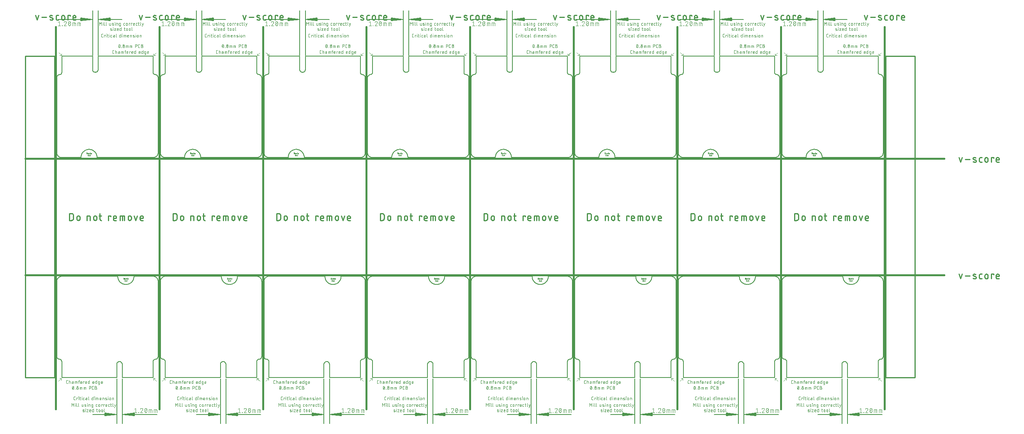
<source format=gko>
G04 EAGLE Gerber RS-274X export*
G75*
%MOMM*%
%FSLAX34Y34*%
%LPD*%
%IN*%
%IPPOS*%
%AMOC8*
5,1,8,0,0,1.08239X$1,22.5*%
G01*
%ADD10C,0.127000*%
%ADD11C,0.381000*%
%ADD12C,0.279400*%
%ADD13C,0.254000*%
%ADD14C,0.025400*%
%ADD15C,0.076200*%
%ADD16C,0.101600*%
%ADD17C,0.130000*%


D10*
X209250Y0D02*
X142250Y0D01*
X130250Y0D02*
X10750Y0D01*
X10750Y35000D01*
X209250Y35000D02*
X209250Y0D01*
X209250Y35000D02*
X209254Y35140D01*
X209263Y35280D01*
X209275Y35420D01*
X209291Y35559D01*
X209311Y35698D01*
X209334Y35836D01*
X209362Y35974D01*
X209393Y36110D01*
X209428Y36246D01*
X209467Y36381D01*
X209509Y36515D01*
X209555Y36647D01*
X209605Y36778D01*
X209658Y36908D01*
X209715Y37036D01*
X209775Y37163D01*
X209838Y37288D01*
X209906Y37411D01*
X209976Y37532D01*
X210050Y37651D01*
X210127Y37769D01*
X210207Y37884D01*
X210290Y37996D01*
X210377Y38107D01*
X210466Y38215D01*
X210558Y38320D01*
X210653Y38423D01*
X210751Y38524D01*
X210852Y38621D01*
X210955Y38716D01*
X211061Y38808D01*
X211170Y38897D01*
X211280Y38983D01*
X211393Y39066D01*
X211509Y39146D01*
X211626Y39222D01*
X211746Y39296D01*
X211867Y39366D01*
X211991Y39432D01*
X212116Y39495D01*
X212243Y39555D01*
X212371Y39611D01*
X212501Y39664D01*
X212632Y39713D01*
X212765Y39759D01*
X212899Y39801D01*
X213034Y39839D01*
X213170Y39873D01*
X213306Y39904D01*
X213444Y39931D01*
X213582Y39954D01*
X213721Y39973D01*
X213861Y39989D01*
X214000Y40001D01*
X10750Y35000D02*
X10744Y35142D01*
X10734Y35285D01*
X10720Y35426D01*
X10702Y35568D01*
X10681Y35709D01*
X10655Y35849D01*
X10626Y35988D01*
X10593Y36127D01*
X10556Y36264D01*
X10515Y36401D01*
X10470Y36536D01*
X10422Y36670D01*
X10370Y36803D01*
X10314Y36934D01*
X10255Y37064D01*
X10192Y37192D01*
X10126Y37318D01*
X10056Y37442D01*
X9983Y37564D01*
X9907Y37684D01*
X9827Y37802D01*
X9744Y37918D01*
X9658Y38032D01*
X9569Y38143D01*
X9476Y38251D01*
X9381Y38357D01*
X9283Y38461D01*
X9182Y38561D01*
X9078Y38659D01*
X8972Y38754D01*
X8863Y38846D01*
X8752Y38934D01*
X8638Y39020D01*
X8522Y39103D01*
X8403Y39182D01*
X8283Y39258D01*
X8160Y39331D01*
X8036Y39400D01*
X7909Y39466D01*
X7781Y39528D01*
X7651Y39587D01*
X7520Y39642D01*
X7387Y39693D01*
X7253Y39741D01*
X7117Y39785D01*
X6981Y39825D01*
X6843Y39862D01*
X6704Y39894D01*
X6565Y39923D01*
X6424Y39948D01*
X6284Y39969D01*
X6142Y39986D01*
X6000Y40000D01*
X167500Y220000D02*
X210000Y220000D01*
X167500Y220000D02*
X167495Y219574D01*
X167479Y219148D01*
X167453Y218723D01*
X167417Y218298D01*
X167370Y217874D01*
X167314Y217452D01*
X167246Y217031D01*
X167169Y216612D01*
X167081Y216195D01*
X166984Y215780D01*
X166876Y215368D01*
X166758Y214958D01*
X166630Y214552D01*
X166493Y214148D01*
X166345Y213748D01*
X166188Y213352D01*
X166022Y212960D01*
X165845Y212572D01*
X165660Y212188D01*
X165465Y211809D01*
X165261Y211435D01*
X165048Y211066D01*
X164826Y210702D01*
X164595Y210344D01*
X164356Y209992D01*
X164108Y209645D01*
X163851Y209304D01*
X163587Y208970D01*
X163314Y208643D01*
X163034Y208322D01*
X162745Y208008D01*
X162449Y207701D01*
X162146Y207402D01*
X161836Y207110D01*
X161519Y206825D01*
X161194Y206549D01*
X160863Y206280D01*
X160526Y206020D01*
X160183Y205767D01*
X159833Y205524D01*
X159478Y205289D01*
X159116Y205062D01*
X158750Y204845D01*
X158378Y204636D01*
X158002Y204437D01*
X157620Y204246D01*
X157235Y204065D01*
X156844Y203894D01*
X156450Y203732D01*
X156052Y203580D01*
X155650Y203437D01*
X155245Y203305D01*
X154837Y203182D01*
X154426Y203069D01*
X154013Y202966D01*
X153597Y202874D01*
X153179Y202791D01*
X152759Y202719D01*
X152337Y202657D01*
X151914Y202605D01*
X151490Y202564D01*
X151065Y202532D01*
X150639Y202512D01*
X150213Y202501D01*
X149787Y202501D01*
X149361Y202512D01*
X148935Y202532D01*
X148510Y202564D01*
X148086Y202605D01*
X147663Y202657D01*
X147241Y202719D01*
X146821Y202791D01*
X146403Y202874D01*
X145987Y202966D01*
X145574Y203069D01*
X145163Y203182D01*
X144755Y203305D01*
X144350Y203437D01*
X143948Y203580D01*
X143550Y203732D01*
X143156Y203894D01*
X142765Y204065D01*
X142380Y204246D01*
X141998Y204437D01*
X141622Y204636D01*
X141250Y204845D01*
X140884Y205062D01*
X140522Y205289D01*
X140167Y205524D01*
X139817Y205767D01*
X139474Y206020D01*
X139137Y206280D01*
X138806Y206549D01*
X138481Y206825D01*
X138164Y207110D01*
X137854Y207402D01*
X137551Y207701D01*
X137255Y208008D01*
X136966Y208322D01*
X136686Y208643D01*
X136413Y208970D01*
X136149Y209304D01*
X135892Y209645D01*
X135644Y209992D01*
X135405Y210344D01*
X135174Y210702D01*
X134952Y211066D01*
X134739Y211435D01*
X134535Y211809D01*
X134340Y212188D01*
X134155Y212572D01*
X133978Y212960D01*
X133812Y213352D01*
X133655Y213748D01*
X133507Y214148D01*
X133370Y214552D01*
X133242Y214958D01*
X133124Y215368D01*
X133016Y215780D01*
X132919Y216195D01*
X132831Y216612D01*
X132754Y217031D01*
X132686Y217452D01*
X132630Y217874D01*
X132583Y218298D01*
X132547Y218723D01*
X132521Y219148D01*
X132505Y219574D01*
X132500Y220000D01*
X10000Y220000D01*
X0Y210000D02*
X0Y46000D01*
X142250Y29000D02*
X142250Y0D01*
X130250Y0D02*
X130250Y29000D01*
X130252Y29153D01*
X130258Y29306D01*
X130268Y29459D01*
X130281Y29612D01*
X130299Y29764D01*
X130320Y29916D01*
X130346Y30067D01*
X130375Y30217D01*
X130408Y30367D01*
X130445Y30516D01*
X130485Y30664D01*
X130530Y30810D01*
X130578Y30956D01*
X130630Y31100D01*
X130685Y31243D01*
X130744Y31384D01*
X130807Y31524D01*
X130873Y31662D01*
X130943Y31799D01*
X131016Y31933D01*
X131093Y32066D01*
X131173Y32197D01*
X131256Y32325D01*
X131342Y32452D01*
X131432Y32576D01*
X131525Y32698D01*
X131621Y32817D01*
X131720Y32934D01*
X131822Y33049D01*
X131927Y33161D01*
X132035Y33270D01*
X132145Y33376D01*
X132258Y33479D01*
X132374Y33580D01*
X132492Y33677D01*
X132613Y33772D01*
X132736Y33863D01*
X132861Y33951D01*
X132989Y34036D01*
X133118Y34118D01*
X133250Y34196D01*
X133384Y34271D01*
X133519Y34343D01*
X133657Y34411D01*
X133796Y34475D01*
X133936Y34536D01*
X134078Y34593D01*
X134222Y34647D01*
X134367Y34697D01*
X134513Y34743D01*
X134660Y34786D01*
X134808Y34824D01*
X134958Y34859D01*
X135108Y34890D01*
X135258Y34918D01*
X135410Y34941D01*
X135562Y34960D01*
X135714Y34976D01*
X135867Y34988D01*
X136020Y34996D01*
X136173Y35000D01*
X136327Y35000D01*
X136480Y34996D01*
X136633Y34988D01*
X136786Y34976D01*
X136938Y34960D01*
X137090Y34941D01*
X137242Y34918D01*
X137392Y34890D01*
X137542Y34859D01*
X137692Y34824D01*
X137840Y34786D01*
X137987Y34743D01*
X138133Y34697D01*
X138278Y34647D01*
X138422Y34593D01*
X138564Y34536D01*
X138704Y34475D01*
X138843Y34411D01*
X138981Y34343D01*
X139116Y34271D01*
X139250Y34196D01*
X139382Y34118D01*
X139511Y34036D01*
X139639Y33951D01*
X139764Y33863D01*
X139887Y33772D01*
X140008Y33677D01*
X140126Y33580D01*
X140242Y33479D01*
X140355Y33376D01*
X140465Y33270D01*
X140573Y33161D01*
X140678Y33049D01*
X140780Y32934D01*
X140879Y32817D01*
X140975Y32698D01*
X141068Y32576D01*
X141158Y32452D01*
X141244Y32325D01*
X141327Y32197D01*
X141407Y32066D01*
X141484Y31933D01*
X141557Y31799D01*
X141627Y31662D01*
X141693Y31524D01*
X141756Y31384D01*
X141815Y31243D01*
X141870Y31100D01*
X141922Y30956D01*
X141970Y30810D01*
X142015Y30664D01*
X142055Y30516D01*
X142092Y30367D01*
X142125Y30217D01*
X142154Y30067D01*
X142180Y29916D01*
X142201Y29764D01*
X142219Y29612D01*
X142232Y29459D01*
X142242Y29306D01*
X142248Y29153D01*
X142250Y29000D01*
X220000Y46000D02*
X220000Y210000D01*
X220001Y46000D02*
X219994Y45844D01*
X219984Y45688D01*
X219970Y45533D01*
X219952Y45378D01*
X219930Y45224D01*
X219904Y45070D01*
X219874Y44917D01*
X219840Y44765D01*
X219803Y44614D01*
X219762Y44463D01*
X219717Y44314D01*
X219668Y44166D01*
X219615Y44019D01*
X219559Y43874D01*
X219499Y43730D01*
X219436Y43587D01*
X219369Y43447D01*
X219298Y43308D01*
X219224Y43170D01*
X219146Y43035D01*
X219066Y42902D01*
X218981Y42771D01*
X218894Y42642D01*
X218803Y42515D01*
X218709Y42390D01*
X218612Y42268D01*
X218512Y42149D01*
X218409Y42032D01*
X218303Y41918D01*
X218194Y41806D01*
X218082Y41697D01*
X217968Y41591D01*
X217851Y41488D01*
X217732Y41388D01*
X217610Y41291D01*
X217485Y41197D01*
X217358Y41106D01*
X217229Y41019D01*
X217098Y40934D01*
X216965Y40854D01*
X216830Y40776D01*
X216692Y40702D01*
X216553Y40631D01*
X216413Y40564D01*
X216270Y40501D01*
X216126Y40441D01*
X215981Y40385D01*
X215834Y40332D01*
X215686Y40283D01*
X215537Y40238D01*
X215386Y40197D01*
X215235Y40160D01*
X215083Y40126D01*
X214930Y40096D01*
X214776Y40070D01*
X214622Y40048D01*
X214467Y40030D01*
X214312Y40016D01*
X214156Y40006D01*
X214000Y39999D01*
X6000Y39999D02*
X5844Y40006D01*
X5688Y40016D01*
X5533Y40030D01*
X5378Y40048D01*
X5224Y40070D01*
X5070Y40096D01*
X4917Y40126D01*
X4765Y40160D01*
X4614Y40197D01*
X4463Y40238D01*
X4314Y40283D01*
X4166Y40332D01*
X4019Y40385D01*
X3874Y40441D01*
X3730Y40501D01*
X3587Y40564D01*
X3447Y40631D01*
X3308Y40702D01*
X3170Y40776D01*
X3035Y40854D01*
X2902Y40934D01*
X2771Y41019D01*
X2642Y41106D01*
X2515Y41197D01*
X2390Y41291D01*
X2268Y41388D01*
X2149Y41488D01*
X2032Y41591D01*
X1918Y41697D01*
X1806Y41806D01*
X1697Y41918D01*
X1591Y42032D01*
X1488Y42149D01*
X1388Y42268D01*
X1291Y42390D01*
X1197Y42515D01*
X1106Y42642D01*
X1019Y42771D01*
X934Y42902D01*
X854Y43035D01*
X776Y43170D01*
X702Y43308D01*
X631Y43447D01*
X564Y43587D01*
X501Y43730D01*
X441Y43874D01*
X385Y44019D01*
X332Y44166D01*
X283Y44314D01*
X238Y44463D01*
X197Y44614D01*
X160Y44765D01*
X126Y44917D01*
X96Y45070D01*
X70Y45224D01*
X48Y45378D01*
X30Y45533D01*
X16Y45688D01*
X6Y45844D01*
X-1Y46000D01*
X210000Y220000D02*
X210248Y219991D01*
X210495Y219976D01*
X210742Y219955D01*
X210988Y219928D01*
X211233Y219895D01*
X211478Y219856D01*
X211722Y219812D01*
X211964Y219761D01*
X212205Y219705D01*
X212445Y219642D01*
X212683Y219574D01*
X212920Y219501D01*
X213154Y219421D01*
X213387Y219336D01*
X213617Y219246D01*
X213846Y219149D01*
X214072Y219048D01*
X214295Y218941D01*
X214516Y218828D01*
X214734Y218710D01*
X214949Y218587D01*
X215160Y218459D01*
X215369Y218326D01*
X215575Y218188D01*
X215777Y218045D01*
X215976Y217897D01*
X216171Y217744D01*
X216362Y217586D01*
X216549Y217424D01*
X216733Y217258D01*
X216912Y217087D01*
X217087Y216912D01*
X217258Y216733D01*
X217424Y216549D01*
X217586Y216362D01*
X217744Y216171D01*
X217897Y215976D01*
X218045Y215777D01*
X218188Y215575D01*
X218326Y215369D01*
X218459Y215160D01*
X218587Y214949D01*
X218710Y214734D01*
X218828Y214516D01*
X218941Y214295D01*
X219048Y214072D01*
X219149Y213846D01*
X219246Y213617D01*
X219336Y213387D01*
X219421Y213154D01*
X219501Y212920D01*
X219574Y212683D01*
X219642Y212445D01*
X219705Y212205D01*
X219761Y211964D01*
X219812Y211722D01*
X219856Y211478D01*
X219895Y211233D01*
X219928Y210988D01*
X219955Y210742D01*
X219976Y210495D01*
X219991Y210248D01*
X220000Y210000D01*
X10000Y220000D02*
X9752Y219991D01*
X9505Y219976D01*
X9258Y219955D01*
X9012Y219928D01*
X8767Y219895D01*
X8522Y219856D01*
X8278Y219812D01*
X8036Y219761D01*
X7795Y219705D01*
X7555Y219642D01*
X7317Y219574D01*
X7080Y219501D01*
X6846Y219421D01*
X6613Y219336D01*
X6383Y219246D01*
X6154Y219149D01*
X5928Y219048D01*
X5705Y218941D01*
X5484Y218828D01*
X5266Y218710D01*
X5051Y218587D01*
X4840Y218459D01*
X4631Y218326D01*
X4425Y218188D01*
X4223Y218045D01*
X4024Y217897D01*
X3829Y217744D01*
X3638Y217586D01*
X3451Y217424D01*
X3267Y217258D01*
X3088Y217087D01*
X2913Y216912D01*
X2742Y216733D01*
X2576Y216549D01*
X2414Y216362D01*
X2256Y216171D01*
X2103Y215976D01*
X1955Y215777D01*
X1812Y215575D01*
X1674Y215369D01*
X1541Y215160D01*
X1413Y214949D01*
X1290Y214734D01*
X1172Y214516D01*
X1059Y214295D01*
X952Y214072D01*
X851Y213846D01*
X754Y213617D01*
X664Y213387D01*
X579Y213154D01*
X499Y212920D01*
X426Y212683D01*
X358Y212445D01*
X295Y212205D01*
X239Y211964D01*
X188Y211722D01*
X144Y211478D01*
X105Y211233D01*
X72Y210988D01*
X45Y210742D01*
X24Y210495D01*
X9Y210248D01*
X0Y210000D01*
X132500Y220000D02*
X132505Y219574D01*
X132521Y219148D01*
X132547Y218723D01*
X132583Y218298D01*
X132630Y217874D01*
X132686Y217452D01*
X132754Y217031D01*
X132831Y216612D01*
X132919Y216195D01*
X133016Y215780D01*
X133124Y215368D01*
X133242Y214958D01*
X133370Y214552D01*
X133507Y214148D01*
X133655Y213748D01*
X133812Y213352D01*
X133978Y212960D01*
X134155Y212572D01*
X134340Y212188D01*
X134535Y211809D01*
X134739Y211435D01*
X134952Y211066D01*
X135174Y210702D01*
X135405Y210344D01*
X135644Y209992D01*
X135892Y209645D01*
X136149Y209304D01*
X136413Y208970D01*
X136686Y208643D01*
X136966Y208322D01*
X137255Y208008D01*
X137551Y207701D01*
X137854Y207402D01*
X138164Y207110D01*
X138481Y206825D01*
X138806Y206549D01*
X139137Y206280D01*
X139474Y206020D01*
X139817Y205767D01*
X140167Y205524D01*
X140522Y205289D01*
X140884Y205062D01*
X141250Y204845D01*
X141622Y204636D01*
X141998Y204437D01*
X142380Y204246D01*
X142765Y204065D01*
X143156Y203894D01*
X143550Y203732D01*
X143948Y203580D01*
X144350Y203437D01*
X144755Y203305D01*
X145163Y203182D01*
X145574Y203069D01*
X145987Y202966D01*
X146403Y202874D01*
X146821Y202791D01*
X147241Y202719D01*
X147663Y202657D01*
X148086Y202605D01*
X148510Y202564D01*
X148935Y202532D01*
X149361Y202512D01*
X149787Y202501D01*
X150213Y202501D01*
X150639Y202512D01*
X151065Y202532D01*
X151490Y202564D01*
X151914Y202605D01*
X152337Y202657D01*
X152759Y202719D01*
X153179Y202791D01*
X153597Y202874D01*
X154013Y202966D01*
X154426Y203069D01*
X154837Y203182D01*
X155245Y203305D01*
X155650Y203437D01*
X156052Y203580D01*
X156450Y203732D01*
X156844Y203894D01*
X157235Y204065D01*
X157620Y204246D01*
X158002Y204437D01*
X158378Y204636D01*
X158750Y204845D01*
X159116Y205062D01*
X159478Y205289D01*
X159833Y205524D01*
X160183Y205767D01*
X160526Y206020D01*
X160863Y206280D01*
X161194Y206549D01*
X161519Y206825D01*
X161836Y207110D01*
X162146Y207402D01*
X162449Y207701D01*
X162745Y208008D01*
X163034Y208322D01*
X163314Y208643D01*
X163587Y208970D01*
X163851Y209304D01*
X164108Y209645D01*
X164356Y209992D01*
X164595Y210344D01*
X164826Y210702D01*
X165048Y211066D01*
X165261Y211435D01*
X165465Y211809D01*
X165660Y212188D01*
X165845Y212572D01*
X166022Y212960D01*
X166188Y213352D01*
X166345Y213748D01*
X166493Y214148D01*
X166630Y214552D01*
X166758Y214958D01*
X166876Y215368D01*
X166984Y215780D01*
X167081Y216195D01*
X167169Y216612D01*
X167246Y217031D01*
X167314Y217452D01*
X167370Y217874D01*
X167417Y218298D01*
X167453Y218723D01*
X167479Y219148D01*
X167495Y219574D01*
X167500Y220000D01*
X367319Y0D02*
X434319Y0D01*
X355319Y0D02*
X235819Y0D01*
X235819Y35000D01*
X434319Y35000D02*
X434319Y0D01*
X434319Y35000D02*
X434323Y35140D01*
X434332Y35280D01*
X434344Y35420D01*
X434360Y35559D01*
X434380Y35698D01*
X434403Y35836D01*
X434431Y35974D01*
X434462Y36110D01*
X434497Y36246D01*
X434536Y36381D01*
X434578Y36515D01*
X434624Y36647D01*
X434674Y36778D01*
X434727Y36908D01*
X434784Y37036D01*
X434844Y37163D01*
X434907Y37288D01*
X434975Y37411D01*
X435045Y37532D01*
X435119Y37651D01*
X435196Y37769D01*
X435276Y37884D01*
X435359Y37996D01*
X435446Y38107D01*
X435535Y38215D01*
X435627Y38320D01*
X435722Y38423D01*
X435820Y38524D01*
X435921Y38621D01*
X436024Y38716D01*
X436130Y38808D01*
X436239Y38897D01*
X436349Y38983D01*
X436462Y39066D01*
X436578Y39146D01*
X436695Y39222D01*
X436815Y39296D01*
X436936Y39366D01*
X437060Y39432D01*
X437185Y39495D01*
X437312Y39555D01*
X437440Y39611D01*
X437570Y39664D01*
X437701Y39713D01*
X437834Y39759D01*
X437968Y39801D01*
X438103Y39839D01*
X438239Y39873D01*
X438375Y39904D01*
X438513Y39931D01*
X438651Y39954D01*
X438790Y39973D01*
X438930Y39989D01*
X439069Y40001D01*
X235819Y35000D02*
X235813Y35142D01*
X235803Y35285D01*
X235789Y35426D01*
X235771Y35568D01*
X235750Y35709D01*
X235724Y35849D01*
X235695Y35988D01*
X235662Y36127D01*
X235625Y36264D01*
X235584Y36401D01*
X235539Y36536D01*
X235491Y36670D01*
X235439Y36803D01*
X235383Y36934D01*
X235324Y37064D01*
X235261Y37192D01*
X235195Y37318D01*
X235125Y37442D01*
X235052Y37564D01*
X234976Y37684D01*
X234896Y37802D01*
X234813Y37918D01*
X234727Y38032D01*
X234638Y38143D01*
X234545Y38251D01*
X234450Y38357D01*
X234352Y38461D01*
X234251Y38561D01*
X234147Y38659D01*
X234041Y38754D01*
X233932Y38846D01*
X233821Y38934D01*
X233707Y39020D01*
X233591Y39103D01*
X233472Y39182D01*
X233352Y39258D01*
X233229Y39331D01*
X233105Y39400D01*
X232978Y39466D01*
X232850Y39528D01*
X232720Y39587D01*
X232589Y39642D01*
X232456Y39693D01*
X232322Y39741D01*
X232186Y39785D01*
X232050Y39825D01*
X231912Y39862D01*
X231773Y39894D01*
X231634Y39923D01*
X231493Y39948D01*
X231353Y39969D01*
X231211Y39986D01*
X231069Y40000D01*
X392569Y220000D02*
X435069Y220000D01*
X392569Y220000D02*
X392564Y219574D01*
X392548Y219148D01*
X392522Y218723D01*
X392486Y218298D01*
X392439Y217874D01*
X392383Y217452D01*
X392315Y217031D01*
X392238Y216612D01*
X392150Y216195D01*
X392053Y215780D01*
X391945Y215368D01*
X391827Y214958D01*
X391699Y214552D01*
X391562Y214148D01*
X391414Y213748D01*
X391257Y213352D01*
X391091Y212960D01*
X390914Y212572D01*
X390729Y212188D01*
X390534Y211809D01*
X390330Y211435D01*
X390117Y211066D01*
X389895Y210702D01*
X389664Y210344D01*
X389425Y209992D01*
X389177Y209645D01*
X388920Y209304D01*
X388656Y208970D01*
X388383Y208643D01*
X388103Y208322D01*
X387814Y208008D01*
X387518Y207701D01*
X387215Y207402D01*
X386905Y207110D01*
X386588Y206825D01*
X386263Y206549D01*
X385932Y206280D01*
X385595Y206020D01*
X385252Y205767D01*
X384902Y205524D01*
X384547Y205289D01*
X384185Y205062D01*
X383819Y204845D01*
X383447Y204636D01*
X383071Y204437D01*
X382689Y204246D01*
X382304Y204065D01*
X381913Y203894D01*
X381519Y203732D01*
X381121Y203580D01*
X380719Y203437D01*
X380314Y203305D01*
X379906Y203182D01*
X379495Y203069D01*
X379082Y202966D01*
X378666Y202874D01*
X378248Y202791D01*
X377828Y202719D01*
X377406Y202657D01*
X376983Y202605D01*
X376559Y202564D01*
X376134Y202532D01*
X375708Y202512D01*
X375282Y202501D01*
X374856Y202501D01*
X374430Y202512D01*
X374004Y202532D01*
X373579Y202564D01*
X373155Y202605D01*
X372732Y202657D01*
X372310Y202719D01*
X371890Y202791D01*
X371472Y202874D01*
X371056Y202966D01*
X370643Y203069D01*
X370232Y203182D01*
X369824Y203305D01*
X369419Y203437D01*
X369017Y203580D01*
X368619Y203732D01*
X368225Y203894D01*
X367834Y204065D01*
X367449Y204246D01*
X367067Y204437D01*
X366691Y204636D01*
X366319Y204845D01*
X365953Y205062D01*
X365591Y205289D01*
X365236Y205524D01*
X364886Y205767D01*
X364543Y206020D01*
X364206Y206280D01*
X363875Y206549D01*
X363550Y206825D01*
X363233Y207110D01*
X362923Y207402D01*
X362620Y207701D01*
X362324Y208008D01*
X362035Y208322D01*
X361755Y208643D01*
X361482Y208970D01*
X361218Y209304D01*
X360961Y209645D01*
X360713Y209992D01*
X360474Y210344D01*
X360243Y210702D01*
X360021Y211066D01*
X359808Y211435D01*
X359604Y211809D01*
X359409Y212188D01*
X359224Y212572D01*
X359047Y212960D01*
X358881Y213352D01*
X358724Y213748D01*
X358576Y214148D01*
X358439Y214552D01*
X358311Y214958D01*
X358193Y215368D01*
X358085Y215780D01*
X357988Y216195D01*
X357900Y216612D01*
X357823Y217031D01*
X357755Y217452D01*
X357699Y217874D01*
X357652Y218298D01*
X357616Y218723D01*
X357590Y219148D01*
X357574Y219574D01*
X357569Y220000D01*
X235069Y220000D01*
X225069Y210000D02*
X225069Y46000D01*
X367319Y29000D02*
X367319Y0D01*
X355319Y0D02*
X355319Y29000D01*
X355321Y29153D01*
X355327Y29306D01*
X355337Y29459D01*
X355350Y29612D01*
X355368Y29764D01*
X355389Y29916D01*
X355415Y30067D01*
X355444Y30217D01*
X355477Y30367D01*
X355514Y30516D01*
X355554Y30664D01*
X355599Y30810D01*
X355647Y30956D01*
X355699Y31100D01*
X355754Y31243D01*
X355813Y31384D01*
X355876Y31524D01*
X355942Y31662D01*
X356012Y31799D01*
X356085Y31933D01*
X356162Y32066D01*
X356242Y32197D01*
X356325Y32325D01*
X356411Y32452D01*
X356501Y32576D01*
X356594Y32698D01*
X356690Y32817D01*
X356789Y32934D01*
X356891Y33049D01*
X356996Y33161D01*
X357104Y33270D01*
X357214Y33376D01*
X357327Y33479D01*
X357443Y33580D01*
X357561Y33677D01*
X357682Y33772D01*
X357805Y33863D01*
X357930Y33951D01*
X358058Y34036D01*
X358187Y34118D01*
X358319Y34196D01*
X358453Y34271D01*
X358588Y34343D01*
X358726Y34411D01*
X358865Y34475D01*
X359005Y34536D01*
X359147Y34593D01*
X359291Y34647D01*
X359436Y34697D01*
X359582Y34743D01*
X359729Y34786D01*
X359877Y34824D01*
X360027Y34859D01*
X360177Y34890D01*
X360327Y34918D01*
X360479Y34941D01*
X360631Y34960D01*
X360783Y34976D01*
X360936Y34988D01*
X361089Y34996D01*
X361242Y35000D01*
X361396Y35000D01*
X361549Y34996D01*
X361702Y34988D01*
X361855Y34976D01*
X362007Y34960D01*
X362159Y34941D01*
X362311Y34918D01*
X362461Y34890D01*
X362611Y34859D01*
X362761Y34824D01*
X362909Y34786D01*
X363056Y34743D01*
X363202Y34697D01*
X363347Y34647D01*
X363491Y34593D01*
X363633Y34536D01*
X363773Y34475D01*
X363912Y34411D01*
X364050Y34343D01*
X364185Y34271D01*
X364319Y34196D01*
X364451Y34118D01*
X364580Y34036D01*
X364708Y33951D01*
X364833Y33863D01*
X364956Y33772D01*
X365077Y33677D01*
X365195Y33580D01*
X365311Y33479D01*
X365424Y33376D01*
X365534Y33270D01*
X365642Y33161D01*
X365747Y33049D01*
X365849Y32934D01*
X365948Y32817D01*
X366044Y32698D01*
X366137Y32576D01*
X366227Y32452D01*
X366313Y32325D01*
X366396Y32197D01*
X366476Y32066D01*
X366553Y31933D01*
X366626Y31799D01*
X366696Y31662D01*
X366762Y31524D01*
X366825Y31384D01*
X366884Y31243D01*
X366939Y31100D01*
X366991Y30956D01*
X367039Y30810D01*
X367084Y30664D01*
X367124Y30516D01*
X367161Y30367D01*
X367194Y30217D01*
X367223Y30067D01*
X367249Y29916D01*
X367270Y29764D01*
X367288Y29612D01*
X367301Y29459D01*
X367311Y29306D01*
X367317Y29153D01*
X367319Y29000D01*
X445069Y46000D02*
X445069Y210000D01*
X445070Y46000D02*
X445063Y45844D01*
X445053Y45688D01*
X445039Y45533D01*
X445021Y45378D01*
X444999Y45224D01*
X444973Y45070D01*
X444943Y44917D01*
X444909Y44765D01*
X444872Y44614D01*
X444831Y44463D01*
X444786Y44314D01*
X444737Y44166D01*
X444684Y44019D01*
X444628Y43874D01*
X444568Y43730D01*
X444505Y43587D01*
X444438Y43447D01*
X444367Y43308D01*
X444293Y43170D01*
X444215Y43035D01*
X444135Y42902D01*
X444050Y42771D01*
X443963Y42642D01*
X443872Y42515D01*
X443778Y42390D01*
X443681Y42268D01*
X443581Y42149D01*
X443478Y42032D01*
X443372Y41918D01*
X443263Y41806D01*
X443151Y41697D01*
X443037Y41591D01*
X442920Y41488D01*
X442801Y41388D01*
X442679Y41291D01*
X442554Y41197D01*
X442427Y41106D01*
X442298Y41019D01*
X442167Y40934D01*
X442034Y40854D01*
X441899Y40776D01*
X441761Y40702D01*
X441622Y40631D01*
X441482Y40564D01*
X441339Y40501D01*
X441195Y40441D01*
X441050Y40385D01*
X440903Y40332D01*
X440755Y40283D01*
X440606Y40238D01*
X440455Y40197D01*
X440304Y40160D01*
X440152Y40126D01*
X439999Y40096D01*
X439845Y40070D01*
X439691Y40048D01*
X439536Y40030D01*
X439381Y40016D01*
X439225Y40006D01*
X439069Y39999D01*
X231070Y39999D02*
X230914Y40006D01*
X230758Y40016D01*
X230603Y40030D01*
X230448Y40048D01*
X230294Y40070D01*
X230140Y40096D01*
X229987Y40126D01*
X229835Y40160D01*
X229684Y40197D01*
X229533Y40238D01*
X229384Y40283D01*
X229236Y40332D01*
X229089Y40385D01*
X228944Y40441D01*
X228800Y40501D01*
X228657Y40564D01*
X228517Y40631D01*
X228378Y40702D01*
X228240Y40776D01*
X228105Y40854D01*
X227972Y40934D01*
X227841Y41019D01*
X227712Y41106D01*
X227585Y41197D01*
X227460Y41291D01*
X227338Y41388D01*
X227219Y41488D01*
X227102Y41591D01*
X226988Y41697D01*
X226876Y41806D01*
X226767Y41918D01*
X226661Y42032D01*
X226558Y42149D01*
X226458Y42268D01*
X226361Y42390D01*
X226267Y42515D01*
X226176Y42642D01*
X226089Y42771D01*
X226004Y42902D01*
X225924Y43035D01*
X225846Y43170D01*
X225772Y43308D01*
X225701Y43447D01*
X225634Y43587D01*
X225571Y43730D01*
X225511Y43874D01*
X225455Y44019D01*
X225402Y44166D01*
X225353Y44314D01*
X225308Y44463D01*
X225267Y44614D01*
X225230Y44765D01*
X225196Y44917D01*
X225166Y45070D01*
X225140Y45224D01*
X225118Y45378D01*
X225100Y45533D01*
X225086Y45688D01*
X225076Y45844D01*
X225069Y46000D01*
X435069Y220000D02*
X435317Y219991D01*
X435564Y219976D01*
X435811Y219955D01*
X436057Y219928D01*
X436302Y219895D01*
X436547Y219856D01*
X436791Y219812D01*
X437033Y219761D01*
X437274Y219705D01*
X437514Y219642D01*
X437752Y219574D01*
X437989Y219501D01*
X438223Y219421D01*
X438456Y219336D01*
X438686Y219246D01*
X438915Y219149D01*
X439141Y219048D01*
X439364Y218941D01*
X439585Y218828D01*
X439803Y218710D01*
X440018Y218587D01*
X440229Y218459D01*
X440438Y218326D01*
X440644Y218188D01*
X440846Y218045D01*
X441045Y217897D01*
X441240Y217744D01*
X441431Y217586D01*
X441618Y217424D01*
X441802Y217258D01*
X441981Y217087D01*
X442156Y216912D01*
X442327Y216733D01*
X442493Y216549D01*
X442655Y216362D01*
X442813Y216171D01*
X442966Y215976D01*
X443114Y215777D01*
X443257Y215575D01*
X443395Y215369D01*
X443528Y215160D01*
X443656Y214949D01*
X443779Y214734D01*
X443897Y214516D01*
X444010Y214295D01*
X444117Y214072D01*
X444218Y213846D01*
X444315Y213617D01*
X444405Y213387D01*
X444490Y213154D01*
X444570Y212920D01*
X444643Y212683D01*
X444711Y212445D01*
X444774Y212205D01*
X444830Y211964D01*
X444881Y211722D01*
X444925Y211478D01*
X444964Y211233D01*
X444997Y210988D01*
X445024Y210742D01*
X445045Y210495D01*
X445060Y210248D01*
X445069Y210000D01*
X235069Y220000D02*
X234821Y219991D01*
X234574Y219976D01*
X234327Y219955D01*
X234081Y219928D01*
X233836Y219895D01*
X233591Y219856D01*
X233347Y219812D01*
X233105Y219761D01*
X232864Y219705D01*
X232624Y219642D01*
X232386Y219574D01*
X232149Y219501D01*
X231915Y219421D01*
X231682Y219336D01*
X231452Y219246D01*
X231223Y219149D01*
X230997Y219048D01*
X230774Y218941D01*
X230553Y218828D01*
X230335Y218710D01*
X230120Y218587D01*
X229909Y218459D01*
X229700Y218326D01*
X229494Y218188D01*
X229292Y218045D01*
X229093Y217897D01*
X228898Y217744D01*
X228707Y217586D01*
X228520Y217424D01*
X228336Y217258D01*
X228157Y217087D01*
X227982Y216912D01*
X227811Y216733D01*
X227645Y216549D01*
X227483Y216362D01*
X227325Y216171D01*
X227172Y215976D01*
X227024Y215777D01*
X226881Y215575D01*
X226743Y215369D01*
X226610Y215160D01*
X226482Y214949D01*
X226359Y214734D01*
X226241Y214516D01*
X226128Y214295D01*
X226021Y214072D01*
X225920Y213846D01*
X225823Y213617D01*
X225733Y213387D01*
X225648Y213154D01*
X225568Y212920D01*
X225495Y212683D01*
X225427Y212445D01*
X225364Y212205D01*
X225308Y211964D01*
X225257Y211722D01*
X225213Y211478D01*
X225174Y211233D01*
X225141Y210988D01*
X225114Y210742D01*
X225093Y210495D01*
X225078Y210248D01*
X225069Y210000D01*
X357569Y220000D02*
X357574Y219574D01*
X357590Y219148D01*
X357616Y218723D01*
X357652Y218298D01*
X357699Y217874D01*
X357755Y217452D01*
X357823Y217031D01*
X357900Y216612D01*
X357988Y216195D01*
X358085Y215780D01*
X358193Y215368D01*
X358311Y214958D01*
X358439Y214552D01*
X358576Y214148D01*
X358724Y213748D01*
X358881Y213352D01*
X359047Y212960D01*
X359224Y212572D01*
X359409Y212188D01*
X359604Y211809D01*
X359808Y211435D01*
X360021Y211066D01*
X360243Y210702D01*
X360474Y210344D01*
X360713Y209992D01*
X360961Y209645D01*
X361218Y209304D01*
X361482Y208970D01*
X361755Y208643D01*
X362035Y208322D01*
X362324Y208008D01*
X362620Y207701D01*
X362923Y207402D01*
X363233Y207110D01*
X363550Y206825D01*
X363875Y206549D01*
X364206Y206280D01*
X364543Y206020D01*
X364886Y205767D01*
X365236Y205524D01*
X365591Y205289D01*
X365953Y205062D01*
X366319Y204845D01*
X366691Y204636D01*
X367067Y204437D01*
X367449Y204246D01*
X367834Y204065D01*
X368225Y203894D01*
X368619Y203732D01*
X369017Y203580D01*
X369419Y203437D01*
X369824Y203305D01*
X370232Y203182D01*
X370643Y203069D01*
X371056Y202966D01*
X371472Y202874D01*
X371890Y202791D01*
X372310Y202719D01*
X372732Y202657D01*
X373155Y202605D01*
X373579Y202564D01*
X374004Y202532D01*
X374430Y202512D01*
X374856Y202501D01*
X375282Y202501D01*
X375708Y202512D01*
X376134Y202532D01*
X376559Y202564D01*
X376983Y202605D01*
X377406Y202657D01*
X377828Y202719D01*
X378248Y202791D01*
X378666Y202874D01*
X379082Y202966D01*
X379495Y203069D01*
X379906Y203182D01*
X380314Y203305D01*
X380719Y203437D01*
X381121Y203580D01*
X381519Y203732D01*
X381913Y203894D01*
X382304Y204065D01*
X382689Y204246D01*
X383071Y204437D01*
X383447Y204636D01*
X383819Y204845D01*
X384185Y205062D01*
X384547Y205289D01*
X384902Y205524D01*
X385252Y205767D01*
X385595Y206020D01*
X385932Y206280D01*
X386263Y206549D01*
X386588Y206825D01*
X386905Y207110D01*
X387215Y207402D01*
X387518Y207701D01*
X387814Y208008D01*
X388103Y208322D01*
X388383Y208643D01*
X388656Y208970D01*
X388920Y209304D01*
X389177Y209645D01*
X389425Y209992D01*
X389664Y210344D01*
X389895Y210702D01*
X390117Y211066D01*
X390330Y211435D01*
X390534Y211809D01*
X390729Y212188D01*
X390914Y212572D01*
X391091Y212960D01*
X391257Y213352D01*
X391414Y213748D01*
X391562Y214148D01*
X391699Y214552D01*
X391827Y214958D01*
X391945Y215368D01*
X392053Y215780D01*
X392150Y216195D01*
X392238Y216612D01*
X392315Y217031D01*
X392383Y217452D01*
X392439Y217874D01*
X392486Y218298D01*
X392522Y218723D01*
X392548Y219148D01*
X392564Y219574D01*
X392569Y220000D01*
X592414Y0D02*
X659414Y0D01*
X580414Y0D02*
X460914Y0D01*
X460914Y35000D01*
X659414Y35000D02*
X659414Y0D01*
X659414Y35000D02*
X659418Y35140D01*
X659427Y35280D01*
X659439Y35420D01*
X659455Y35559D01*
X659475Y35698D01*
X659498Y35836D01*
X659526Y35974D01*
X659557Y36110D01*
X659592Y36246D01*
X659631Y36381D01*
X659673Y36515D01*
X659719Y36647D01*
X659769Y36778D01*
X659822Y36908D01*
X659879Y37036D01*
X659939Y37163D01*
X660002Y37288D01*
X660070Y37411D01*
X660140Y37532D01*
X660214Y37651D01*
X660291Y37769D01*
X660371Y37884D01*
X660454Y37996D01*
X660541Y38107D01*
X660630Y38215D01*
X660722Y38320D01*
X660817Y38423D01*
X660915Y38524D01*
X661016Y38621D01*
X661119Y38716D01*
X661225Y38808D01*
X661334Y38897D01*
X661444Y38983D01*
X661557Y39066D01*
X661673Y39146D01*
X661790Y39222D01*
X661910Y39296D01*
X662031Y39366D01*
X662155Y39432D01*
X662280Y39495D01*
X662407Y39555D01*
X662535Y39611D01*
X662665Y39664D01*
X662796Y39713D01*
X662929Y39759D01*
X663063Y39801D01*
X663198Y39839D01*
X663334Y39873D01*
X663470Y39904D01*
X663608Y39931D01*
X663746Y39954D01*
X663885Y39973D01*
X664025Y39989D01*
X664164Y40001D01*
X460914Y35000D02*
X460908Y35142D01*
X460898Y35285D01*
X460884Y35426D01*
X460866Y35568D01*
X460845Y35709D01*
X460819Y35849D01*
X460790Y35988D01*
X460757Y36127D01*
X460720Y36264D01*
X460679Y36401D01*
X460634Y36536D01*
X460586Y36670D01*
X460534Y36803D01*
X460478Y36934D01*
X460419Y37064D01*
X460356Y37192D01*
X460290Y37318D01*
X460220Y37442D01*
X460147Y37564D01*
X460071Y37684D01*
X459991Y37802D01*
X459908Y37918D01*
X459822Y38032D01*
X459733Y38143D01*
X459640Y38251D01*
X459545Y38357D01*
X459447Y38461D01*
X459346Y38561D01*
X459242Y38659D01*
X459136Y38754D01*
X459027Y38846D01*
X458916Y38934D01*
X458802Y39020D01*
X458686Y39103D01*
X458567Y39182D01*
X458447Y39258D01*
X458324Y39331D01*
X458200Y39400D01*
X458073Y39466D01*
X457945Y39528D01*
X457815Y39587D01*
X457684Y39642D01*
X457551Y39693D01*
X457417Y39741D01*
X457281Y39785D01*
X457145Y39825D01*
X457007Y39862D01*
X456868Y39894D01*
X456729Y39923D01*
X456588Y39948D01*
X456448Y39969D01*
X456306Y39986D01*
X456164Y40000D01*
X617664Y220000D02*
X660164Y220000D01*
X617664Y220000D02*
X617659Y219574D01*
X617643Y219148D01*
X617617Y218723D01*
X617581Y218298D01*
X617534Y217874D01*
X617478Y217452D01*
X617410Y217031D01*
X617333Y216612D01*
X617245Y216195D01*
X617148Y215780D01*
X617040Y215368D01*
X616922Y214958D01*
X616794Y214552D01*
X616657Y214148D01*
X616509Y213748D01*
X616352Y213352D01*
X616186Y212960D01*
X616009Y212572D01*
X615824Y212188D01*
X615629Y211809D01*
X615425Y211435D01*
X615212Y211066D01*
X614990Y210702D01*
X614759Y210344D01*
X614520Y209992D01*
X614272Y209645D01*
X614015Y209304D01*
X613751Y208970D01*
X613478Y208643D01*
X613198Y208322D01*
X612909Y208008D01*
X612613Y207701D01*
X612310Y207402D01*
X612000Y207110D01*
X611683Y206825D01*
X611358Y206549D01*
X611027Y206280D01*
X610690Y206020D01*
X610347Y205767D01*
X609997Y205524D01*
X609642Y205289D01*
X609280Y205062D01*
X608914Y204845D01*
X608542Y204636D01*
X608166Y204437D01*
X607784Y204246D01*
X607399Y204065D01*
X607008Y203894D01*
X606614Y203732D01*
X606216Y203580D01*
X605814Y203437D01*
X605409Y203305D01*
X605001Y203182D01*
X604590Y203069D01*
X604177Y202966D01*
X603761Y202874D01*
X603343Y202791D01*
X602923Y202719D01*
X602501Y202657D01*
X602078Y202605D01*
X601654Y202564D01*
X601229Y202532D01*
X600803Y202512D01*
X600377Y202501D01*
X599951Y202501D01*
X599525Y202512D01*
X599099Y202532D01*
X598674Y202564D01*
X598250Y202605D01*
X597827Y202657D01*
X597405Y202719D01*
X596985Y202791D01*
X596567Y202874D01*
X596151Y202966D01*
X595738Y203069D01*
X595327Y203182D01*
X594919Y203305D01*
X594514Y203437D01*
X594112Y203580D01*
X593714Y203732D01*
X593320Y203894D01*
X592929Y204065D01*
X592544Y204246D01*
X592162Y204437D01*
X591786Y204636D01*
X591414Y204845D01*
X591048Y205062D01*
X590686Y205289D01*
X590331Y205524D01*
X589981Y205767D01*
X589638Y206020D01*
X589301Y206280D01*
X588970Y206549D01*
X588645Y206825D01*
X588328Y207110D01*
X588018Y207402D01*
X587715Y207701D01*
X587419Y208008D01*
X587130Y208322D01*
X586850Y208643D01*
X586577Y208970D01*
X586313Y209304D01*
X586056Y209645D01*
X585808Y209992D01*
X585569Y210344D01*
X585338Y210702D01*
X585116Y211066D01*
X584903Y211435D01*
X584699Y211809D01*
X584504Y212188D01*
X584319Y212572D01*
X584142Y212960D01*
X583976Y213352D01*
X583819Y213748D01*
X583671Y214148D01*
X583534Y214552D01*
X583406Y214958D01*
X583288Y215368D01*
X583180Y215780D01*
X583083Y216195D01*
X582995Y216612D01*
X582918Y217031D01*
X582850Y217452D01*
X582794Y217874D01*
X582747Y218298D01*
X582711Y218723D01*
X582685Y219148D01*
X582669Y219574D01*
X582664Y220000D01*
X460164Y220000D01*
X450164Y210000D02*
X450164Y46000D01*
X592414Y29000D02*
X592414Y0D01*
X580414Y0D02*
X580414Y29000D01*
X580416Y29153D01*
X580422Y29306D01*
X580432Y29459D01*
X580445Y29612D01*
X580463Y29764D01*
X580484Y29916D01*
X580510Y30067D01*
X580539Y30217D01*
X580572Y30367D01*
X580609Y30516D01*
X580649Y30664D01*
X580694Y30810D01*
X580742Y30956D01*
X580794Y31100D01*
X580849Y31243D01*
X580908Y31384D01*
X580971Y31524D01*
X581037Y31662D01*
X581107Y31799D01*
X581180Y31933D01*
X581257Y32066D01*
X581337Y32197D01*
X581420Y32325D01*
X581506Y32452D01*
X581596Y32576D01*
X581689Y32698D01*
X581785Y32817D01*
X581884Y32934D01*
X581986Y33049D01*
X582091Y33161D01*
X582199Y33270D01*
X582309Y33376D01*
X582422Y33479D01*
X582538Y33580D01*
X582656Y33677D01*
X582777Y33772D01*
X582900Y33863D01*
X583025Y33951D01*
X583153Y34036D01*
X583282Y34118D01*
X583414Y34196D01*
X583548Y34271D01*
X583683Y34343D01*
X583821Y34411D01*
X583960Y34475D01*
X584100Y34536D01*
X584242Y34593D01*
X584386Y34647D01*
X584531Y34697D01*
X584677Y34743D01*
X584824Y34786D01*
X584972Y34824D01*
X585122Y34859D01*
X585272Y34890D01*
X585422Y34918D01*
X585574Y34941D01*
X585726Y34960D01*
X585878Y34976D01*
X586031Y34988D01*
X586184Y34996D01*
X586337Y35000D01*
X586491Y35000D01*
X586644Y34996D01*
X586797Y34988D01*
X586950Y34976D01*
X587102Y34960D01*
X587254Y34941D01*
X587406Y34918D01*
X587556Y34890D01*
X587706Y34859D01*
X587856Y34824D01*
X588004Y34786D01*
X588151Y34743D01*
X588297Y34697D01*
X588442Y34647D01*
X588586Y34593D01*
X588728Y34536D01*
X588868Y34475D01*
X589007Y34411D01*
X589145Y34343D01*
X589280Y34271D01*
X589414Y34196D01*
X589546Y34118D01*
X589675Y34036D01*
X589803Y33951D01*
X589928Y33863D01*
X590051Y33772D01*
X590172Y33677D01*
X590290Y33580D01*
X590406Y33479D01*
X590519Y33376D01*
X590629Y33270D01*
X590737Y33161D01*
X590842Y33049D01*
X590944Y32934D01*
X591043Y32817D01*
X591139Y32698D01*
X591232Y32576D01*
X591322Y32452D01*
X591408Y32325D01*
X591491Y32197D01*
X591571Y32066D01*
X591648Y31933D01*
X591721Y31799D01*
X591791Y31662D01*
X591857Y31524D01*
X591920Y31384D01*
X591979Y31243D01*
X592034Y31100D01*
X592086Y30956D01*
X592134Y30810D01*
X592179Y30664D01*
X592219Y30516D01*
X592256Y30367D01*
X592289Y30217D01*
X592318Y30067D01*
X592344Y29916D01*
X592365Y29764D01*
X592383Y29612D01*
X592396Y29459D01*
X592406Y29306D01*
X592412Y29153D01*
X592414Y29000D01*
X670164Y46000D02*
X670164Y210000D01*
X670165Y46000D02*
X670158Y45844D01*
X670148Y45688D01*
X670134Y45533D01*
X670116Y45378D01*
X670094Y45224D01*
X670068Y45070D01*
X670038Y44917D01*
X670004Y44765D01*
X669967Y44614D01*
X669926Y44463D01*
X669881Y44314D01*
X669832Y44166D01*
X669779Y44019D01*
X669723Y43874D01*
X669663Y43730D01*
X669600Y43587D01*
X669533Y43447D01*
X669462Y43308D01*
X669388Y43170D01*
X669310Y43035D01*
X669230Y42902D01*
X669145Y42771D01*
X669058Y42642D01*
X668967Y42515D01*
X668873Y42390D01*
X668776Y42268D01*
X668676Y42149D01*
X668573Y42032D01*
X668467Y41918D01*
X668358Y41806D01*
X668246Y41697D01*
X668132Y41591D01*
X668015Y41488D01*
X667896Y41388D01*
X667774Y41291D01*
X667649Y41197D01*
X667522Y41106D01*
X667393Y41019D01*
X667262Y40934D01*
X667129Y40854D01*
X666994Y40776D01*
X666856Y40702D01*
X666717Y40631D01*
X666577Y40564D01*
X666434Y40501D01*
X666290Y40441D01*
X666145Y40385D01*
X665998Y40332D01*
X665850Y40283D01*
X665701Y40238D01*
X665550Y40197D01*
X665399Y40160D01*
X665247Y40126D01*
X665094Y40096D01*
X664940Y40070D01*
X664786Y40048D01*
X664631Y40030D01*
X664476Y40016D01*
X664320Y40006D01*
X664164Y39999D01*
X456164Y39999D02*
X456008Y40006D01*
X455852Y40016D01*
X455697Y40030D01*
X455542Y40048D01*
X455388Y40070D01*
X455234Y40096D01*
X455081Y40126D01*
X454929Y40160D01*
X454778Y40197D01*
X454627Y40238D01*
X454478Y40283D01*
X454330Y40332D01*
X454183Y40385D01*
X454038Y40441D01*
X453894Y40501D01*
X453751Y40564D01*
X453611Y40631D01*
X453472Y40702D01*
X453334Y40776D01*
X453199Y40854D01*
X453066Y40934D01*
X452935Y41019D01*
X452806Y41106D01*
X452679Y41197D01*
X452554Y41291D01*
X452432Y41388D01*
X452313Y41488D01*
X452196Y41591D01*
X452082Y41697D01*
X451970Y41806D01*
X451861Y41918D01*
X451755Y42032D01*
X451652Y42149D01*
X451552Y42268D01*
X451455Y42390D01*
X451361Y42515D01*
X451270Y42642D01*
X451183Y42771D01*
X451098Y42902D01*
X451018Y43035D01*
X450940Y43170D01*
X450866Y43308D01*
X450795Y43447D01*
X450728Y43587D01*
X450665Y43730D01*
X450605Y43874D01*
X450549Y44019D01*
X450496Y44166D01*
X450447Y44314D01*
X450402Y44463D01*
X450361Y44614D01*
X450324Y44765D01*
X450290Y44917D01*
X450260Y45070D01*
X450234Y45224D01*
X450212Y45378D01*
X450194Y45533D01*
X450180Y45688D01*
X450170Y45844D01*
X450163Y46000D01*
X660164Y220000D02*
X660412Y219991D01*
X660659Y219976D01*
X660906Y219955D01*
X661152Y219928D01*
X661397Y219895D01*
X661642Y219856D01*
X661886Y219812D01*
X662128Y219761D01*
X662369Y219705D01*
X662609Y219642D01*
X662847Y219574D01*
X663084Y219501D01*
X663318Y219421D01*
X663551Y219336D01*
X663781Y219246D01*
X664010Y219149D01*
X664236Y219048D01*
X664459Y218941D01*
X664680Y218828D01*
X664898Y218710D01*
X665113Y218587D01*
X665324Y218459D01*
X665533Y218326D01*
X665739Y218188D01*
X665941Y218045D01*
X666140Y217897D01*
X666335Y217744D01*
X666526Y217586D01*
X666713Y217424D01*
X666897Y217258D01*
X667076Y217087D01*
X667251Y216912D01*
X667422Y216733D01*
X667588Y216549D01*
X667750Y216362D01*
X667908Y216171D01*
X668061Y215976D01*
X668209Y215777D01*
X668352Y215575D01*
X668490Y215369D01*
X668623Y215160D01*
X668751Y214949D01*
X668874Y214734D01*
X668992Y214516D01*
X669105Y214295D01*
X669212Y214072D01*
X669313Y213846D01*
X669410Y213617D01*
X669500Y213387D01*
X669585Y213154D01*
X669665Y212920D01*
X669738Y212683D01*
X669806Y212445D01*
X669869Y212205D01*
X669925Y211964D01*
X669976Y211722D01*
X670020Y211478D01*
X670059Y211233D01*
X670092Y210988D01*
X670119Y210742D01*
X670140Y210495D01*
X670155Y210248D01*
X670164Y210000D01*
X460164Y220000D02*
X459916Y219991D01*
X459669Y219976D01*
X459422Y219955D01*
X459176Y219928D01*
X458931Y219895D01*
X458686Y219856D01*
X458442Y219812D01*
X458200Y219761D01*
X457959Y219705D01*
X457719Y219642D01*
X457481Y219574D01*
X457244Y219501D01*
X457010Y219421D01*
X456777Y219336D01*
X456547Y219246D01*
X456318Y219149D01*
X456092Y219048D01*
X455869Y218941D01*
X455648Y218828D01*
X455430Y218710D01*
X455215Y218587D01*
X455004Y218459D01*
X454795Y218326D01*
X454589Y218188D01*
X454387Y218045D01*
X454188Y217897D01*
X453993Y217744D01*
X453802Y217586D01*
X453615Y217424D01*
X453431Y217258D01*
X453252Y217087D01*
X453077Y216912D01*
X452906Y216733D01*
X452740Y216549D01*
X452578Y216362D01*
X452420Y216171D01*
X452267Y215976D01*
X452119Y215777D01*
X451976Y215575D01*
X451838Y215369D01*
X451705Y215160D01*
X451577Y214949D01*
X451454Y214734D01*
X451336Y214516D01*
X451223Y214295D01*
X451116Y214072D01*
X451015Y213846D01*
X450918Y213617D01*
X450828Y213387D01*
X450743Y213154D01*
X450663Y212920D01*
X450590Y212683D01*
X450522Y212445D01*
X450459Y212205D01*
X450403Y211964D01*
X450352Y211722D01*
X450308Y211478D01*
X450269Y211233D01*
X450236Y210988D01*
X450209Y210742D01*
X450188Y210495D01*
X450173Y210248D01*
X450164Y210000D01*
X582664Y220000D02*
X582669Y219574D01*
X582685Y219148D01*
X582711Y218723D01*
X582747Y218298D01*
X582794Y217874D01*
X582850Y217452D01*
X582918Y217031D01*
X582995Y216612D01*
X583083Y216195D01*
X583180Y215780D01*
X583288Y215368D01*
X583406Y214958D01*
X583534Y214552D01*
X583671Y214148D01*
X583819Y213748D01*
X583976Y213352D01*
X584142Y212960D01*
X584319Y212572D01*
X584504Y212188D01*
X584699Y211809D01*
X584903Y211435D01*
X585116Y211066D01*
X585338Y210702D01*
X585569Y210344D01*
X585808Y209992D01*
X586056Y209645D01*
X586313Y209304D01*
X586577Y208970D01*
X586850Y208643D01*
X587130Y208322D01*
X587419Y208008D01*
X587715Y207701D01*
X588018Y207402D01*
X588328Y207110D01*
X588645Y206825D01*
X588970Y206549D01*
X589301Y206280D01*
X589638Y206020D01*
X589981Y205767D01*
X590331Y205524D01*
X590686Y205289D01*
X591048Y205062D01*
X591414Y204845D01*
X591786Y204636D01*
X592162Y204437D01*
X592544Y204246D01*
X592929Y204065D01*
X593320Y203894D01*
X593714Y203732D01*
X594112Y203580D01*
X594514Y203437D01*
X594919Y203305D01*
X595327Y203182D01*
X595738Y203069D01*
X596151Y202966D01*
X596567Y202874D01*
X596985Y202791D01*
X597405Y202719D01*
X597827Y202657D01*
X598250Y202605D01*
X598674Y202564D01*
X599099Y202532D01*
X599525Y202512D01*
X599951Y202501D01*
X600377Y202501D01*
X600803Y202512D01*
X601229Y202532D01*
X601654Y202564D01*
X602078Y202605D01*
X602501Y202657D01*
X602923Y202719D01*
X603343Y202791D01*
X603761Y202874D01*
X604177Y202966D01*
X604590Y203069D01*
X605001Y203182D01*
X605409Y203305D01*
X605814Y203437D01*
X606216Y203580D01*
X606614Y203732D01*
X607008Y203894D01*
X607399Y204065D01*
X607784Y204246D01*
X608166Y204437D01*
X608542Y204636D01*
X608914Y204845D01*
X609280Y205062D01*
X609642Y205289D01*
X609997Y205524D01*
X610347Y205767D01*
X610690Y206020D01*
X611027Y206280D01*
X611358Y206549D01*
X611683Y206825D01*
X612000Y207110D01*
X612310Y207402D01*
X612613Y207701D01*
X612909Y208008D01*
X613198Y208322D01*
X613478Y208643D01*
X613751Y208970D01*
X614015Y209304D01*
X614272Y209645D01*
X614520Y209992D01*
X614759Y210344D01*
X614990Y210702D01*
X615212Y211066D01*
X615425Y211435D01*
X615629Y211809D01*
X615824Y212188D01*
X616009Y212572D01*
X616186Y212960D01*
X616352Y213352D01*
X616509Y213748D01*
X616657Y214148D01*
X616794Y214552D01*
X616922Y214958D01*
X617040Y215368D01*
X617148Y215780D01*
X617245Y216195D01*
X617333Y216612D01*
X617410Y217031D01*
X617478Y217452D01*
X617534Y217874D01*
X617581Y218298D01*
X617617Y218723D01*
X617643Y219148D01*
X617659Y219574D01*
X617664Y220000D01*
X817484Y0D02*
X884484Y0D01*
X805484Y0D02*
X685984Y0D01*
X685984Y35000D01*
X884484Y35000D02*
X884484Y0D01*
X884483Y35000D02*
X884487Y35140D01*
X884496Y35280D01*
X884508Y35420D01*
X884524Y35559D01*
X884544Y35698D01*
X884567Y35836D01*
X884595Y35974D01*
X884626Y36110D01*
X884661Y36246D01*
X884700Y36381D01*
X884742Y36515D01*
X884788Y36647D01*
X884838Y36778D01*
X884891Y36908D01*
X884948Y37036D01*
X885008Y37163D01*
X885071Y37288D01*
X885139Y37411D01*
X885209Y37532D01*
X885283Y37651D01*
X885360Y37769D01*
X885440Y37884D01*
X885523Y37996D01*
X885610Y38107D01*
X885699Y38215D01*
X885791Y38320D01*
X885886Y38423D01*
X885984Y38524D01*
X886085Y38621D01*
X886188Y38716D01*
X886294Y38808D01*
X886403Y38897D01*
X886513Y38983D01*
X886626Y39066D01*
X886742Y39146D01*
X886859Y39222D01*
X886979Y39296D01*
X887100Y39366D01*
X887224Y39432D01*
X887349Y39495D01*
X887476Y39555D01*
X887604Y39611D01*
X887734Y39664D01*
X887865Y39713D01*
X887998Y39759D01*
X888132Y39801D01*
X888267Y39839D01*
X888403Y39873D01*
X888539Y39904D01*
X888677Y39931D01*
X888815Y39954D01*
X888954Y39973D01*
X889094Y39989D01*
X889233Y40001D01*
X685983Y35000D02*
X685977Y35142D01*
X685967Y35285D01*
X685953Y35426D01*
X685935Y35568D01*
X685914Y35709D01*
X685888Y35849D01*
X685859Y35988D01*
X685826Y36127D01*
X685789Y36264D01*
X685748Y36401D01*
X685703Y36536D01*
X685655Y36670D01*
X685603Y36803D01*
X685547Y36934D01*
X685488Y37064D01*
X685425Y37192D01*
X685359Y37318D01*
X685289Y37442D01*
X685216Y37564D01*
X685140Y37684D01*
X685060Y37802D01*
X684977Y37918D01*
X684891Y38032D01*
X684802Y38143D01*
X684709Y38251D01*
X684614Y38357D01*
X684516Y38461D01*
X684415Y38561D01*
X684311Y38659D01*
X684205Y38754D01*
X684096Y38846D01*
X683985Y38934D01*
X683871Y39020D01*
X683755Y39103D01*
X683636Y39182D01*
X683516Y39258D01*
X683393Y39331D01*
X683269Y39400D01*
X683142Y39466D01*
X683014Y39528D01*
X682884Y39587D01*
X682753Y39642D01*
X682620Y39693D01*
X682486Y39741D01*
X682350Y39785D01*
X682214Y39825D01*
X682076Y39862D01*
X681937Y39894D01*
X681798Y39923D01*
X681657Y39948D01*
X681517Y39969D01*
X681375Y39986D01*
X681233Y40000D01*
X842734Y220000D02*
X885234Y220000D01*
X842734Y220000D02*
X842729Y219574D01*
X842713Y219148D01*
X842687Y218723D01*
X842651Y218298D01*
X842604Y217874D01*
X842548Y217452D01*
X842480Y217031D01*
X842403Y216612D01*
X842315Y216195D01*
X842218Y215780D01*
X842110Y215368D01*
X841992Y214958D01*
X841864Y214552D01*
X841727Y214148D01*
X841579Y213748D01*
X841422Y213352D01*
X841256Y212960D01*
X841079Y212572D01*
X840894Y212188D01*
X840699Y211809D01*
X840495Y211435D01*
X840282Y211066D01*
X840060Y210702D01*
X839829Y210344D01*
X839590Y209992D01*
X839342Y209645D01*
X839085Y209304D01*
X838821Y208970D01*
X838548Y208643D01*
X838268Y208322D01*
X837979Y208008D01*
X837683Y207701D01*
X837380Y207402D01*
X837070Y207110D01*
X836753Y206825D01*
X836428Y206549D01*
X836097Y206280D01*
X835760Y206020D01*
X835417Y205767D01*
X835067Y205524D01*
X834712Y205289D01*
X834350Y205062D01*
X833984Y204845D01*
X833612Y204636D01*
X833236Y204437D01*
X832854Y204246D01*
X832469Y204065D01*
X832078Y203894D01*
X831684Y203732D01*
X831286Y203580D01*
X830884Y203437D01*
X830479Y203305D01*
X830071Y203182D01*
X829660Y203069D01*
X829247Y202966D01*
X828831Y202874D01*
X828413Y202791D01*
X827993Y202719D01*
X827571Y202657D01*
X827148Y202605D01*
X826724Y202564D01*
X826299Y202532D01*
X825873Y202512D01*
X825447Y202501D01*
X825021Y202501D01*
X824595Y202512D01*
X824169Y202532D01*
X823744Y202564D01*
X823320Y202605D01*
X822897Y202657D01*
X822475Y202719D01*
X822055Y202791D01*
X821637Y202874D01*
X821221Y202966D01*
X820808Y203069D01*
X820397Y203182D01*
X819989Y203305D01*
X819584Y203437D01*
X819182Y203580D01*
X818784Y203732D01*
X818390Y203894D01*
X817999Y204065D01*
X817614Y204246D01*
X817232Y204437D01*
X816856Y204636D01*
X816484Y204845D01*
X816118Y205062D01*
X815756Y205289D01*
X815401Y205524D01*
X815051Y205767D01*
X814708Y206020D01*
X814371Y206280D01*
X814040Y206549D01*
X813715Y206825D01*
X813398Y207110D01*
X813088Y207402D01*
X812785Y207701D01*
X812489Y208008D01*
X812200Y208322D01*
X811920Y208643D01*
X811647Y208970D01*
X811383Y209304D01*
X811126Y209645D01*
X810878Y209992D01*
X810639Y210344D01*
X810408Y210702D01*
X810186Y211066D01*
X809973Y211435D01*
X809769Y211809D01*
X809574Y212188D01*
X809389Y212572D01*
X809212Y212960D01*
X809046Y213352D01*
X808889Y213748D01*
X808741Y214148D01*
X808604Y214552D01*
X808476Y214958D01*
X808358Y215368D01*
X808250Y215780D01*
X808153Y216195D01*
X808065Y216612D01*
X807988Y217031D01*
X807920Y217452D01*
X807864Y217874D01*
X807817Y218298D01*
X807781Y218723D01*
X807755Y219148D01*
X807739Y219574D01*
X807734Y220000D01*
X685234Y220000D01*
X675234Y210000D02*
X675234Y46000D01*
X817484Y29000D02*
X817484Y0D01*
X805484Y0D02*
X805484Y29000D01*
X805486Y29153D01*
X805492Y29306D01*
X805502Y29459D01*
X805515Y29612D01*
X805533Y29764D01*
X805554Y29916D01*
X805580Y30067D01*
X805609Y30217D01*
X805642Y30367D01*
X805679Y30516D01*
X805719Y30664D01*
X805764Y30810D01*
X805812Y30956D01*
X805864Y31100D01*
X805919Y31243D01*
X805978Y31384D01*
X806041Y31524D01*
X806107Y31662D01*
X806177Y31799D01*
X806250Y31933D01*
X806327Y32066D01*
X806407Y32197D01*
X806490Y32325D01*
X806576Y32452D01*
X806666Y32576D01*
X806759Y32698D01*
X806855Y32817D01*
X806954Y32934D01*
X807056Y33049D01*
X807161Y33161D01*
X807269Y33270D01*
X807379Y33376D01*
X807492Y33479D01*
X807608Y33580D01*
X807726Y33677D01*
X807847Y33772D01*
X807970Y33863D01*
X808095Y33951D01*
X808223Y34036D01*
X808352Y34118D01*
X808484Y34196D01*
X808618Y34271D01*
X808753Y34343D01*
X808891Y34411D01*
X809030Y34475D01*
X809170Y34536D01*
X809312Y34593D01*
X809456Y34647D01*
X809601Y34697D01*
X809747Y34743D01*
X809894Y34786D01*
X810042Y34824D01*
X810192Y34859D01*
X810342Y34890D01*
X810492Y34918D01*
X810644Y34941D01*
X810796Y34960D01*
X810948Y34976D01*
X811101Y34988D01*
X811254Y34996D01*
X811407Y35000D01*
X811561Y35000D01*
X811714Y34996D01*
X811867Y34988D01*
X812020Y34976D01*
X812172Y34960D01*
X812324Y34941D01*
X812476Y34918D01*
X812626Y34890D01*
X812776Y34859D01*
X812926Y34824D01*
X813074Y34786D01*
X813221Y34743D01*
X813367Y34697D01*
X813512Y34647D01*
X813656Y34593D01*
X813798Y34536D01*
X813938Y34475D01*
X814077Y34411D01*
X814215Y34343D01*
X814350Y34271D01*
X814484Y34196D01*
X814616Y34118D01*
X814745Y34036D01*
X814873Y33951D01*
X814998Y33863D01*
X815121Y33772D01*
X815242Y33677D01*
X815360Y33580D01*
X815476Y33479D01*
X815589Y33376D01*
X815699Y33270D01*
X815807Y33161D01*
X815912Y33049D01*
X816014Y32934D01*
X816113Y32817D01*
X816209Y32698D01*
X816302Y32576D01*
X816392Y32452D01*
X816478Y32325D01*
X816561Y32197D01*
X816641Y32066D01*
X816718Y31933D01*
X816791Y31799D01*
X816861Y31662D01*
X816927Y31524D01*
X816990Y31384D01*
X817049Y31243D01*
X817104Y31100D01*
X817156Y30956D01*
X817204Y30810D01*
X817249Y30664D01*
X817289Y30516D01*
X817326Y30367D01*
X817359Y30217D01*
X817388Y30067D01*
X817414Y29916D01*
X817435Y29764D01*
X817453Y29612D01*
X817466Y29459D01*
X817476Y29306D01*
X817482Y29153D01*
X817484Y29000D01*
X895234Y46000D02*
X895234Y210000D01*
X895234Y46000D02*
X895227Y45844D01*
X895217Y45688D01*
X895203Y45533D01*
X895185Y45378D01*
X895163Y45224D01*
X895137Y45070D01*
X895107Y44917D01*
X895073Y44765D01*
X895036Y44614D01*
X894995Y44463D01*
X894950Y44314D01*
X894901Y44166D01*
X894848Y44019D01*
X894792Y43874D01*
X894732Y43730D01*
X894669Y43587D01*
X894602Y43447D01*
X894531Y43308D01*
X894457Y43170D01*
X894379Y43035D01*
X894299Y42902D01*
X894214Y42771D01*
X894127Y42642D01*
X894036Y42515D01*
X893942Y42390D01*
X893845Y42268D01*
X893745Y42149D01*
X893642Y42032D01*
X893536Y41918D01*
X893427Y41806D01*
X893315Y41697D01*
X893201Y41591D01*
X893084Y41488D01*
X892965Y41388D01*
X892843Y41291D01*
X892718Y41197D01*
X892591Y41106D01*
X892462Y41019D01*
X892331Y40934D01*
X892198Y40854D01*
X892063Y40776D01*
X891925Y40702D01*
X891786Y40631D01*
X891646Y40564D01*
X891503Y40501D01*
X891359Y40441D01*
X891214Y40385D01*
X891067Y40332D01*
X890919Y40283D01*
X890770Y40238D01*
X890619Y40197D01*
X890468Y40160D01*
X890316Y40126D01*
X890163Y40096D01*
X890009Y40070D01*
X889855Y40048D01*
X889700Y40030D01*
X889545Y40016D01*
X889389Y40006D01*
X889233Y39999D01*
X681234Y39999D02*
X681078Y40006D01*
X680922Y40016D01*
X680767Y40030D01*
X680612Y40048D01*
X680458Y40070D01*
X680304Y40096D01*
X680151Y40126D01*
X679999Y40160D01*
X679848Y40197D01*
X679697Y40238D01*
X679548Y40283D01*
X679400Y40332D01*
X679253Y40385D01*
X679108Y40441D01*
X678964Y40501D01*
X678821Y40564D01*
X678681Y40631D01*
X678542Y40702D01*
X678404Y40776D01*
X678269Y40854D01*
X678136Y40934D01*
X678005Y41019D01*
X677876Y41106D01*
X677749Y41197D01*
X677624Y41291D01*
X677502Y41388D01*
X677383Y41488D01*
X677266Y41591D01*
X677152Y41697D01*
X677040Y41806D01*
X676931Y41918D01*
X676825Y42032D01*
X676722Y42149D01*
X676622Y42268D01*
X676525Y42390D01*
X676431Y42515D01*
X676340Y42642D01*
X676253Y42771D01*
X676168Y42902D01*
X676088Y43035D01*
X676010Y43170D01*
X675936Y43308D01*
X675865Y43447D01*
X675798Y43587D01*
X675735Y43730D01*
X675675Y43874D01*
X675619Y44019D01*
X675566Y44166D01*
X675517Y44314D01*
X675472Y44463D01*
X675431Y44614D01*
X675394Y44765D01*
X675360Y44917D01*
X675330Y45070D01*
X675304Y45224D01*
X675282Y45378D01*
X675264Y45533D01*
X675250Y45688D01*
X675240Y45844D01*
X675233Y46000D01*
X885234Y220000D02*
X885482Y219991D01*
X885729Y219976D01*
X885976Y219955D01*
X886222Y219928D01*
X886467Y219895D01*
X886712Y219856D01*
X886956Y219812D01*
X887198Y219761D01*
X887439Y219705D01*
X887679Y219642D01*
X887917Y219574D01*
X888154Y219501D01*
X888388Y219421D01*
X888621Y219336D01*
X888851Y219246D01*
X889080Y219149D01*
X889306Y219048D01*
X889529Y218941D01*
X889750Y218828D01*
X889968Y218710D01*
X890183Y218587D01*
X890394Y218459D01*
X890603Y218326D01*
X890809Y218188D01*
X891011Y218045D01*
X891210Y217897D01*
X891405Y217744D01*
X891596Y217586D01*
X891783Y217424D01*
X891967Y217258D01*
X892146Y217087D01*
X892321Y216912D01*
X892492Y216733D01*
X892658Y216549D01*
X892820Y216362D01*
X892978Y216171D01*
X893131Y215976D01*
X893279Y215777D01*
X893422Y215575D01*
X893560Y215369D01*
X893693Y215160D01*
X893821Y214949D01*
X893944Y214734D01*
X894062Y214516D01*
X894175Y214295D01*
X894282Y214072D01*
X894383Y213846D01*
X894480Y213617D01*
X894570Y213387D01*
X894655Y213154D01*
X894735Y212920D01*
X894808Y212683D01*
X894876Y212445D01*
X894939Y212205D01*
X894995Y211964D01*
X895046Y211722D01*
X895090Y211478D01*
X895129Y211233D01*
X895162Y210988D01*
X895189Y210742D01*
X895210Y210495D01*
X895225Y210248D01*
X895234Y210000D01*
X685234Y220000D02*
X684986Y219991D01*
X684739Y219976D01*
X684492Y219955D01*
X684246Y219928D01*
X684001Y219895D01*
X683756Y219856D01*
X683512Y219812D01*
X683270Y219761D01*
X683029Y219705D01*
X682789Y219642D01*
X682551Y219574D01*
X682314Y219501D01*
X682080Y219421D01*
X681847Y219336D01*
X681617Y219246D01*
X681388Y219149D01*
X681162Y219048D01*
X680939Y218941D01*
X680718Y218828D01*
X680500Y218710D01*
X680285Y218587D01*
X680074Y218459D01*
X679865Y218326D01*
X679659Y218188D01*
X679457Y218045D01*
X679258Y217897D01*
X679063Y217744D01*
X678872Y217586D01*
X678685Y217424D01*
X678501Y217258D01*
X678322Y217087D01*
X678147Y216912D01*
X677976Y216733D01*
X677810Y216549D01*
X677648Y216362D01*
X677490Y216171D01*
X677337Y215976D01*
X677189Y215777D01*
X677046Y215575D01*
X676908Y215369D01*
X676775Y215160D01*
X676647Y214949D01*
X676524Y214734D01*
X676406Y214516D01*
X676293Y214295D01*
X676186Y214072D01*
X676085Y213846D01*
X675988Y213617D01*
X675898Y213387D01*
X675813Y213154D01*
X675733Y212920D01*
X675660Y212683D01*
X675592Y212445D01*
X675529Y212205D01*
X675473Y211964D01*
X675422Y211722D01*
X675378Y211478D01*
X675339Y211233D01*
X675306Y210988D01*
X675279Y210742D01*
X675258Y210495D01*
X675243Y210248D01*
X675234Y210000D01*
X807734Y220000D02*
X807739Y219574D01*
X807755Y219148D01*
X807781Y218723D01*
X807817Y218298D01*
X807864Y217874D01*
X807920Y217452D01*
X807988Y217031D01*
X808065Y216612D01*
X808153Y216195D01*
X808250Y215780D01*
X808358Y215368D01*
X808476Y214958D01*
X808604Y214552D01*
X808741Y214148D01*
X808889Y213748D01*
X809046Y213352D01*
X809212Y212960D01*
X809389Y212572D01*
X809574Y212188D01*
X809769Y211809D01*
X809973Y211435D01*
X810186Y211066D01*
X810408Y210702D01*
X810639Y210344D01*
X810878Y209992D01*
X811126Y209645D01*
X811383Y209304D01*
X811647Y208970D01*
X811920Y208643D01*
X812200Y208322D01*
X812489Y208008D01*
X812785Y207701D01*
X813088Y207402D01*
X813398Y207110D01*
X813715Y206825D01*
X814040Y206549D01*
X814371Y206280D01*
X814708Y206020D01*
X815051Y205767D01*
X815401Y205524D01*
X815756Y205289D01*
X816118Y205062D01*
X816484Y204845D01*
X816856Y204636D01*
X817232Y204437D01*
X817614Y204246D01*
X817999Y204065D01*
X818390Y203894D01*
X818784Y203732D01*
X819182Y203580D01*
X819584Y203437D01*
X819989Y203305D01*
X820397Y203182D01*
X820808Y203069D01*
X821221Y202966D01*
X821637Y202874D01*
X822055Y202791D01*
X822475Y202719D01*
X822897Y202657D01*
X823320Y202605D01*
X823744Y202564D01*
X824169Y202532D01*
X824595Y202512D01*
X825021Y202501D01*
X825447Y202501D01*
X825873Y202512D01*
X826299Y202532D01*
X826724Y202564D01*
X827148Y202605D01*
X827571Y202657D01*
X827993Y202719D01*
X828413Y202791D01*
X828831Y202874D01*
X829247Y202966D01*
X829660Y203069D01*
X830071Y203182D01*
X830479Y203305D01*
X830884Y203437D01*
X831286Y203580D01*
X831684Y203732D01*
X832078Y203894D01*
X832469Y204065D01*
X832854Y204246D01*
X833236Y204437D01*
X833612Y204636D01*
X833984Y204845D01*
X834350Y205062D01*
X834712Y205289D01*
X835067Y205524D01*
X835417Y205767D01*
X835760Y206020D01*
X836097Y206280D01*
X836428Y206549D01*
X836753Y206825D01*
X837070Y207110D01*
X837380Y207402D01*
X837683Y207701D01*
X837979Y208008D01*
X838268Y208322D01*
X838548Y208643D01*
X838821Y208970D01*
X839085Y209304D01*
X839342Y209645D01*
X839590Y209992D01*
X839829Y210344D01*
X840060Y210702D01*
X840282Y211066D01*
X840495Y211435D01*
X840699Y211809D01*
X840894Y212188D01*
X841079Y212572D01*
X841256Y212960D01*
X841422Y213352D01*
X841579Y213748D01*
X841727Y214148D01*
X841864Y214552D01*
X841992Y214958D01*
X842110Y215368D01*
X842218Y215780D01*
X842315Y216195D01*
X842403Y216612D01*
X842480Y217031D01*
X842548Y217452D01*
X842604Y217874D01*
X842651Y218298D01*
X842687Y218723D01*
X842713Y219148D01*
X842729Y219574D01*
X842734Y220000D01*
X1042578Y0D02*
X1109578Y0D01*
X1030578Y0D02*
X911078Y0D01*
X911078Y35000D01*
X1109578Y35000D02*
X1109578Y0D01*
X1109578Y35000D02*
X1109582Y35140D01*
X1109591Y35280D01*
X1109603Y35420D01*
X1109619Y35559D01*
X1109639Y35698D01*
X1109662Y35836D01*
X1109690Y35974D01*
X1109721Y36110D01*
X1109756Y36246D01*
X1109795Y36381D01*
X1109837Y36515D01*
X1109883Y36647D01*
X1109933Y36778D01*
X1109986Y36908D01*
X1110043Y37036D01*
X1110103Y37163D01*
X1110166Y37288D01*
X1110234Y37411D01*
X1110304Y37532D01*
X1110378Y37651D01*
X1110455Y37769D01*
X1110535Y37884D01*
X1110618Y37996D01*
X1110705Y38107D01*
X1110794Y38215D01*
X1110886Y38320D01*
X1110981Y38423D01*
X1111079Y38524D01*
X1111180Y38621D01*
X1111283Y38716D01*
X1111389Y38808D01*
X1111498Y38897D01*
X1111608Y38983D01*
X1111721Y39066D01*
X1111837Y39146D01*
X1111954Y39222D01*
X1112074Y39296D01*
X1112195Y39366D01*
X1112319Y39432D01*
X1112444Y39495D01*
X1112571Y39555D01*
X1112699Y39611D01*
X1112829Y39664D01*
X1112960Y39713D01*
X1113093Y39759D01*
X1113227Y39801D01*
X1113362Y39839D01*
X1113498Y39873D01*
X1113634Y39904D01*
X1113772Y39931D01*
X1113910Y39954D01*
X1114049Y39973D01*
X1114189Y39989D01*
X1114328Y40001D01*
X911078Y35000D02*
X911072Y35142D01*
X911062Y35285D01*
X911048Y35426D01*
X911030Y35568D01*
X911009Y35709D01*
X910983Y35849D01*
X910954Y35988D01*
X910921Y36127D01*
X910884Y36264D01*
X910843Y36401D01*
X910798Y36536D01*
X910750Y36670D01*
X910698Y36803D01*
X910642Y36934D01*
X910583Y37064D01*
X910520Y37192D01*
X910454Y37318D01*
X910384Y37442D01*
X910311Y37564D01*
X910235Y37684D01*
X910155Y37802D01*
X910072Y37918D01*
X909986Y38032D01*
X909897Y38143D01*
X909804Y38251D01*
X909709Y38357D01*
X909611Y38461D01*
X909510Y38561D01*
X909406Y38659D01*
X909300Y38754D01*
X909191Y38846D01*
X909080Y38934D01*
X908966Y39020D01*
X908850Y39103D01*
X908731Y39182D01*
X908611Y39258D01*
X908488Y39331D01*
X908364Y39400D01*
X908237Y39466D01*
X908109Y39528D01*
X907979Y39587D01*
X907848Y39642D01*
X907715Y39693D01*
X907581Y39741D01*
X907445Y39785D01*
X907309Y39825D01*
X907171Y39862D01*
X907032Y39894D01*
X906893Y39923D01*
X906752Y39948D01*
X906612Y39969D01*
X906470Y39986D01*
X906328Y40000D01*
X1067828Y220000D02*
X1110328Y220000D01*
X1067828Y220000D02*
X1067823Y219574D01*
X1067807Y219148D01*
X1067781Y218723D01*
X1067745Y218298D01*
X1067698Y217874D01*
X1067642Y217452D01*
X1067574Y217031D01*
X1067497Y216612D01*
X1067409Y216195D01*
X1067312Y215780D01*
X1067204Y215368D01*
X1067086Y214958D01*
X1066958Y214552D01*
X1066821Y214148D01*
X1066673Y213748D01*
X1066516Y213352D01*
X1066350Y212960D01*
X1066173Y212572D01*
X1065988Y212188D01*
X1065793Y211809D01*
X1065589Y211435D01*
X1065376Y211066D01*
X1065154Y210702D01*
X1064923Y210344D01*
X1064684Y209992D01*
X1064436Y209645D01*
X1064179Y209304D01*
X1063915Y208970D01*
X1063642Y208643D01*
X1063362Y208322D01*
X1063073Y208008D01*
X1062777Y207701D01*
X1062474Y207402D01*
X1062164Y207110D01*
X1061847Y206825D01*
X1061522Y206549D01*
X1061191Y206280D01*
X1060854Y206020D01*
X1060511Y205767D01*
X1060161Y205524D01*
X1059806Y205289D01*
X1059444Y205062D01*
X1059078Y204845D01*
X1058706Y204636D01*
X1058330Y204437D01*
X1057948Y204246D01*
X1057563Y204065D01*
X1057172Y203894D01*
X1056778Y203732D01*
X1056380Y203580D01*
X1055978Y203437D01*
X1055573Y203305D01*
X1055165Y203182D01*
X1054754Y203069D01*
X1054341Y202966D01*
X1053925Y202874D01*
X1053507Y202791D01*
X1053087Y202719D01*
X1052665Y202657D01*
X1052242Y202605D01*
X1051818Y202564D01*
X1051393Y202532D01*
X1050967Y202512D01*
X1050541Y202501D01*
X1050115Y202501D01*
X1049689Y202512D01*
X1049263Y202532D01*
X1048838Y202564D01*
X1048414Y202605D01*
X1047991Y202657D01*
X1047569Y202719D01*
X1047149Y202791D01*
X1046731Y202874D01*
X1046315Y202966D01*
X1045902Y203069D01*
X1045491Y203182D01*
X1045083Y203305D01*
X1044678Y203437D01*
X1044276Y203580D01*
X1043878Y203732D01*
X1043484Y203894D01*
X1043093Y204065D01*
X1042708Y204246D01*
X1042326Y204437D01*
X1041950Y204636D01*
X1041578Y204845D01*
X1041212Y205062D01*
X1040850Y205289D01*
X1040495Y205524D01*
X1040145Y205767D01*
X1039802Y206020D01*
X1039465Y206280D01*
X1039134Y206549D01*
X1038809Y206825D01*
X1038492Y207110D01*
X1038182Y207402D01*
X1037879Y207701D01*
X1037583Y208008D01*
X1037294Y208322D01*
X1037014Y208643D01*
X1036741Y208970D01*
X1036477Y209304D01*
X1036220Y209645D01*
X1035972Y209992D01*
X1035733Y210344D01*
X1035502Y210702D01*
X1035280Y211066D01*
X1035067Y211435D01*
X1034863Y211809D01*
X1034668Y212188D01*
X1034483Y212572D01*
X1034306Y212960D01*
X1034140Y213352D01*
X1033983Y213748D01*
X1033835Y214148D01*
X1033698Y214552D01*
X1033570Y214958D01*
X1033452Y215368D01*
X1033344Y215780D01*
X1033247Y216195D01*
X1033159Y216612D01*
X1033082Y217031D01*
X1033014Y217452D01*
X1032958Y217874D01*
X1032911Y218298D01*
X1032875Y218723D01*
X1032849Y219148D01*
X1032833Y219574D01*
X1032828Y220000D01*
X910328Y220000D01*
X900328Y210000D02*
X900328Y46000D01*
X1042578Y29000D02*
X1042578Y0D01*
X1030578Y0D02*
X1030578Y29000D01*
X1030580Y29153D01*
X1030586Y29306D01*
X1030596Y29459D01*
X1030609Y29612D01*
X1030627Y29764D01*
X1030648Y29916D01*
X1030674Y30067D01*
X1030703Y30217D01*
X1030736Y30367D01*
X1030773Y30516D01*
X1030813Y30664D01*
X1030858Y30810D01*
X1030906Y30956D01*
X1030958Y31100D01*
X1031013Y31243D01*
X1031072Y31384D01*
X1031135Y31524D01*
X1031201Y31662D01*
X1031271Y31799D01*
X1031344Y31933D01*
X1031421Y32066D01*
X1031501Y32197D01*
X1031584Y32325D01*
X1031670Y32452D01*
X1031760Y32576D01*
X1031853Y32698D01*
X1031949Y32817D01*
X1032048Y32934D01*
X1032150Y33049D01*
X1032255Y33161D01*
X1032363Y33270D01*
X1032473Y33376D01*
X1032586Y33479D01*
X1032702Y33580D01*
X1032820Y33677D01*
X1032941Y33772D01*
X1033064Y33863D01*
X1033189Y33951D01*
X1033317Y34036D01*
X1033446Y34118D01*
X1033578Y34196D01*
X1033712Y34271D01*
X1033847Y34343D01*
X1033985Y34411D01*
X1034124Y34475D01*
X1034264Y34536D01*
X1034406Y34593D01*
X1034550Y34647D01*
X1034695Y34697D01*
X1034841Y34743D01*
X1034988Y34786D01*
X1035136Y34824D01*
X1035286Y34859D01*
X1035436Y34890D01*
X1035586Y34918D01*
X1035738Y34941D01*
X1035890Y34960D01*
X1036042Y34976D01*
X1036195Y34988D01*
X1036348Y34996D01*
X1036501Y35000D01*
X1036655Y35000D01*
X1036808Y34996D01*
X1036961Y34988D01*
X1037114Y34976D01*
X1037266Y34960D01*
X1037418Y34941D01*
X1037570Y34918D01*
X1037720Y34890D01*
X1037870Y34859D01*
X1038020Y34824D01*
X1038168Y34786D01*
X1038315Y34743D01*
X1038461Y34697D01*
X1038606Y34647D01*
X1038750Y34593D01*
X1038892Y34536D01*
X1039032Y34475D01*
X1039171Y34411D01*
X1039309Y34343D01*
X1039444Y34271D01*
X1039578Y34196D01*
X1039710Y34118D01*
X1039839Y34036D01*
X1039967Y33951D01*
X1040092Y33863D01*
X1040215Y33772D01*
X1040336Y33677D01*
X1040454Y33580D01*
X1040570Y33479D01*
X1040683Y33376D01*
X1040793Y33270D01*
X1040901Y33161D01*
X1041006Y33049D01*
X1041108Y32934D01*
X1041207Y32817D01*
X1041303Y32698D01*
X1041396Y32576D01*
X1041486Y32452D01*
X1041572Y32325D01*
X1041655Y32197D01*
X1041735Y32066D01*
X1041812Y31933D01*
X1041885Y31799D01*
X1041955Y31662D01*
X1042021Y31524D01*
X1042084Y31384D01*
X1042143Y31243D01*
X1042198Y31100D01*
X1042250Y30956D01*
X1042298Y30810D01*
X1042343Y30664D01*
X1042383Y30516D01*
X1042420Y30367D01*
X1042453Y30217D01*
X1042482Y30067D01*
X1042508Y29916D01*
X1042529Y29764D01*
X1042547Y29612D01*
X1042560Y29459D01*
X1042570Y29306D01*
X1042576Y29153D01*
X1042578Y29000D01*
X1120328Y46000D02*
X1120328Y210000D01*
X1120329Y46000D02*
X1120322Y45844D01*
X1120312Y45688D01*
X1120298Y45533D01*
X1120280Y45378D01*
X1120258Y45224D01*
X1120232Y45070D01*
X1120202Y44917D01*
X1120168Y44765D01*
X1120131Y44614D01*
X1120090Y44463D01*
X1120045Y44314D01*
X1119996Y44166D01*
X1119943Y44019D01*
X1119887Y43874D01*
X1119827Y43730D01*
X1119764Y43587D01*
X1119697Y43447D01*
X1119626Y43308D01*
X1119552Y43170D01*
X1119474Y43035D01*
X1119394Y42902D01*
X1119309Y42771D01*
X1119222Y42642D01*
X1119131Y42515D01*
X1119037Y42390D01*
X1118940Y42268D01*
X1118840Y42149D01*
X1118737Y42032D01*
X1118631Y41918D01*
X1118522Y41806D01*
X1118410Y41697D01*
X1118296Y41591D01*
X1118179Y41488D01*
X1118060Y41388D01*
X1117938Y41291D01*
X1117813Y41197D01*
X1117686Y41106D01*
X1117557Y41019D01*
X1117426Y40934D01*
X1117293Y40854D01*
X1117158Y40776D01*
X1117020Y40702D01*
X1116881Y40631D01*
X1116741Y40564D01*
X1116598Y40501D01*
X1116454Y40441D01*
X1116309Y40385D01*
X1116162Y40332D01*
X1116014Y40283D01*
X1115865Y40238D01*
X1115714Y40197D01*
X1115563Y40160D01*
X1115411Y40126D01*
X1115258Y40096D01*
X1115104Y40070D01*
X1114950Y40048D01*
X1114795Y40030D01*
X1114640Y40016D01*
X1114484Y40006D01*
X1114328Y39999D01*
X906329Y39999D02*
X906173Y40006D01*
X906017Y40016D01*
X905862Y40030D01*
X905707Y40048D01*
X905553Y40070D01*
X905399Y40096D01*
X905246Y40126D01*
X905094Y40160D01*
X904943Y40197D01*
X904792Y40238D01*
X904643Y40283D01*
X904495Y40332D01*
X904348Y40385D01*
X904203Y40441D01*
X904059Y40501D01*
X903916Y40564D01*
X903776Y40631D01*
X903637Y40702D01*
X903499Y40776D01*
X903364Y40854D01*
X903231Y40934D01*
X903100Y41019D01*
X902971Y41106D01*
X902844Y41197D01*
X902719Y41291D01*
X902597Y41388D01*
X902478Y41488D01*
X902361Y41591D01*
X902247Y41697D01*
X902135Y41806D01*
X902026Y41918D01*
X901920Y42032D01*
X901817Y42149D01*
X901717Y42268D01*
X901620Y42390D01*
X901526Y42515D01*
X901435Y42642D01*
X901348Y42771D01*
X901263Y42902D01*
X901183Y43035D01*
X901105Y43170D01*
X901031Y43308D01*
X900960Y43447D01*
X900893Y43587D01*
X900830Y43730D01*
X900770Y43874D01*
X900714Y44019D01*
X900661Y44166D01*
X900612Y44314D01*
X900567Y44463D01*
X900526Y44614D01*
X900489Y44765D01*
X900455Y44917D01*
X900425Y45070D01*
X900399Y45224D01*
X900377Y45378D01*
X900359Y45533D01*
X900345Y45688D01*
X900335Y45844D01*
X900328Y46000D01*
X1110328Y220000D02*
X1110576Y219991D01*
X1110823Y219976D01*
X1111070Y219955D01*
X1111316Y219928D01*
X1111561Y219895D01*
X1111806Y219856D01*
X1112050Y219812D01*
X1112292Y219761D01*
X1112533Y219705D01*
X1112773Y219642D01*
X1113011Y219574D01*
X1113248Y219501D01*
X1113482Y219421D01*
X1113715Y219336D01*
X1113945Y219246D01*
X1114174Y219149D01*
X1114400Y219048D01*
X1114623Y218941D01*
X1114844Y218828D01*
X1115062Y218710D01*
X1115277Y218587D01*
X1115488Y218459D01*
X1115697Y218326D01*
X1115903Y218188D01*
X1116105Y218045D01*
X1116304Y217897D01*
X1116499Y217744D01*
X1116690Y217586D01*
X1116877Y217424D01*
X1117061Y217258D01*
X1117240Y217087D01*
X1117415Y216912D01*
X1117586Y216733D01*
X1117752Y216549D01*
X1117914Y216362D01*
X1118072Y216171D01*
X1118225Y215976D01*
X1118373Y215777D01*
X1118516Y215575D01*
X1118654Y215369D01*
X1118787Y215160D01*
X1118915Y214949D01*
X1119038Y214734D01*
X1119156Y214516D01*
X1119269Y214295D01*
X1119376Y214072D01*
X1119477Y213846D01*
X1119574Y213617D01*
X1119664Y213387D01*
X1119749Y213154D01*
X1119829Y212920D01*
X1119902Y212683D01*
X1119970Y212445D01*
X1120033Y212205D01*
X1120089Y211964D01*
X1120140Y211722D01*
X1120184Y211478D01*
X1120223Y211233D01*
X1120256Y210988D01*
X1120283Y210742D01*
X1120304Y210495D01*
X1120319Y210248D01*
X1120328Y210000D01*
X910328Y220000D02*
X910080Y219991D01*
X909833Y219976D01*
X909586Y219955D01*
X909340Y219928D01*
X909095Y219895D01*
X908850Y219856D01*
X908606Y219812D01*
X908364Y219761D01*
X908123Y219705D01*
X907883Y219642D01*
X907645Y219574D01*
X907408Y219501D01*
X907174Y219421D01*
X906941Y219336D01*
X906711Y219246D01*
X906482Y219149D01*
X906256Y219048D01*
X906033Y218941D01*
X905812Y218828D01*
X905594Y218710D01*
X905379Y218587D01*
X905168Y218459D01*
X904959Y218326D01*
X904753Y218188D01*
X904551Y218045D01*
X904352Y217897D01*
X904157Y217744D01*
X903966Y217586D01*
X903779Y217424D01*
X903595Y217258D01*
X903416Y217087D01*
X903241Y216912D01*
X903070Y216733D01*
X902904Y216549D01*
X902742Y216362D01*
X902584Y216171D01*
X902431Y215976D01*
X902283Y215777D01*
X902140Y215575D01*
X902002Y215369D01*
X901869Y215160D01*
X901741Y214949D01*
X901618Y214734D01*
X901500Y214516D01*
X901387Y214295D01*
X901280Y214072D01*
X901179Y213846D01*
X901082Y213617D01*
X900992Y213387D01*
X900907Y213154D01*
X900827Y212920D01*
X900754Y212683D01*
X900686Y212445D01*
X900623Y212205D01*
X900567Y211964D01*
X900516Y211722D01*
X900472Y211478D01*
X900433Y211233D01*
X900400Y210988D01*
X900373Y210742D01*
X900352Y210495D01*
X900337Y210248D01*
X900328Y210000D01*
X1032828Y220000D02*
X1032833Y219574D01*
X1032849Y219148D01*
X1032875Y218723D01*
X1032911Y218298D01*
X1032958Y217874D01*
X1033014Y217452D01*
X1033082Y217031D01*
X1033159Y216612D01*
X1033247Y216195D01*
X1033344Y215780D01*
X1033452Y215368D01*
X1033570Y214958D01*
X1033698Y214552D01*
X1033835Y214148D01*
X1033983Y213748D01*
X1034140Y213352D01*
X1034306Y212960D01*
X1034483Y212572D01*
X1034668Y212188D01*
X1034863Y211809D01*
X1035067Y211435D01*
X1035280Y211066D01*
X1035502Y210702D01*
X1035733Y210344D01*
X1035972Y209992D01*
X1036220Y209645D01*
X1036477Y209304D01*
X1036741Y208970D01*
X1037014Y208643D01*
X1037294Y208322D01*
X1037583Y208008D01*
X1037879Y207701D01*
X1038182Y207402D01*
X1038492Y207110D01*
X1038809Y206825D01*
X1039134Y206549D01*
X1039465Y206280D01*
X1039802Y206020D01*
X1040145Y205767D01*
X1040495Y205524D01*
X1040850Y205289D01*
X1041212Y205062D01*
X1041578Y204845D01*
X1041950Y204636D01*
X1042326Y204437D01*
X1042708Y204246D01*
X1043093Y204065D01*
X1043484Y203894D01*
X1043878Y203732D01*
X1044276Y203580D01*
X1044678Y203437D01*
X1045083Y203305D01*
X1045491Y203182D01*
X1045902Y203069D01*
X1046315Y202966D01*
X1046731Y202874D01*
X1047149Y202791D01*
X1047569Y202719D01*
X1047991Y202657D01*
X1048414Y202605D01*
X1048838Y202564D01*
X1049263Y202532D01*
X1049689Y202512D01*
X1050115Y202501D01*
X1050541Y202501D01*
X1050967Y202512D01*
X1051393Y202532D01*
X1051818Y202564D01*
X1052242Y202605D01*
X1052665Y202657D01*
X1053087Y202719D01*
X1053507Y202791D01*
X1053925Y202874D01*
X1054341Y202966D01*
X1054754Y203069D01*
X1055165Y203182D01*
X1055573Y203305D01*
X1055978Y203437D01*
X1056380Y203580D01*
X1056778Y203732D01*
X1057172Y203894D01*
X1057563Y204065D01*
X1057948Y204246D01*
X1058330Y204437D01*
X1058706Y204636D01*
X1059078Y204845D01*
X1059444Y205062D01*
X1059806Y205289D01*
X1060161Y205524D01*
X1060511Y205767D01*
X1060854Y206020D01*
X1061191Y206280D01*
X1061522Y206549D01*
X1061847Y206825D01*
X1062164Y207110D01*
X1062474Y207402D01*
X1062777Y207701D01*
X1063073Y208008D01*
X1063362Y208322D01*
X1063642Y208643D01*
X1063915Y208970D01*
X1064179Y209304D01*
X1064436Y209645D01*
X1064684Y209992D01*
X1064923Y210344D01*
X1065154Y210702D01*
X1065376Y211066D01*
X1065589Y211435D01*
X1065793Y211809D01*
X1065988Y212188D01*
X1066173Y212572D01*
X1066350Y212960D01*
X1066516Y213352D01*
X1066673Y213748D01*
X1066821Y214148D01*
X1066958Y214552D01*
X1067086Y214958D01*
X1067204Y215368D01*
X1067312Y215780D01*
X1067409Y216195D01*
X1067497Y216612D01*
X1067574Y217031D01*
X1067642Y217452D01*
X1067698Y217874D01*
X1067745Y218298D01*
X1067781Y218723D01*
X1067807Y219148D01*
X1067823Y219574D01*
X1067828Y220000D01*
X1267648Y0D02*
X1334648Y0D01*
X1255648Y0D02*
X1136148Y0D01*
X1136148Y35000D01*
X1334648Y35000D02*
X1334648Y0D01*
X1334648Y35000D02*
X1334652Y35140D01*
X1334661Y35280D01*
X1334673Y35420D01*
X1334689Y35559D01*
X1334709Y35698D01*
X1334732Y35836D01*
X1334760Y35974D01*
X1334791Y36110D01*
X1334826Y36246D01*
X1334865Y36381D01*
X1334907Y36515D01*
X1334953Y36647D01*
X1335003Y36778D01*
X1335056Y36908D01*
X1335113Y37036D01*
X1335173Y37163D01*
X1335236Y37288D01*
X1335304Y37411D01*
X1335374Y37532D01*
X1335448Y37651D01*
X1335525Y37769D01*
X1335605Y37884D01*
X1335688Y37996D01*
X1335775Y38107D01*
X1335864Y38215D01*
X1335956Y38320D01*
X1336051Y38423D01*
X1336149Y38524D01*
X1336250Y38621D01*
X1336353Y38716D01*
X1336459Y38808D01*
X1336568Y38897D01*
X1336678Y38983D01*
X1336791Y39066D01*
X1336907Y39146D01*
X1337024Y39222D01*
X1337144Y39296D01*
X1337265Y39366D01*
X1337389Y39432D01*
X1337514Y39495D01*
X1337641Y39555D01*
X1337769Y39611D01*
X1337899Y39664D01*
X1338030Y39713D01*
X1338163Y39759D01*
X1338297Y39801D01*
X1338432Y39839D01*
X1338568Y39873D01*
X1338704Y39904D01*
X1338842Y39931D01*
X1338980Y39954D01*
X1339119Y39973D01*
X1339259Y39989D01*
X1339398Y40001D01*
X1136148Y35000D02*
X1136142Y35142D01*
X1136132Y35285D01*
X1136118Y35426D01*
X1136100Y35568D01*
X1136079Y35709D01*
X1136053Y35849D01*
X1136024Y35988D01*
X1135991Y36127D01*
X1135954Y36264D01*
X1135913Y36401D01*
X1135868Y36536D01*
X1135820Y36670D01*
X1135768Y36803D01*
X1135712Y36934D01*
X1135653Y37064D01*
X1135590Y37192D01*
X1135524Y37318D01*
X1135454Y37442D01*
X1135381Y37564D01*
X1135305Y37684D01*
X1135225Y37802D01*
X1135142Y37918D01*
X1135056Y38032D01*
X1134967Y38143D01*
X1134874Y38251D01*
X1134779Y38357D01*
X1134681Y38461D01*
X1134580Y38561D01*
X1134476Y38659D01*
X1134370Y38754D01*
X1134261Y38846D01*
X1134150Y38934D01*
X1134036Y39020D01*
X1133920Y39103D01*
X1133801Y39182D01*
X1133681Y39258D01*
X1133558Y39331D01*
X1133434Y39400D01*
X1133307Y39466D01*
X1133179Y39528D01*
X1133049Y39587D01*
X1132918Y39642D01*
X1132785Y39693D01*
X1132651Y39741D01*
X1132515Y39785D01*
X1132379Y39825D01*
X1132241Y39862D01*
X1132102Y39894D01*
X1131963Y39923D01*
X1131822Y39948D01*
X1131682Y39969D01*
X1131540Y39986D01*
X1131398Y40000D01*
X1292898Y220000D02*
X1335398Y220000D01*
X1292898Y220000D02*
X1292893Y219574D01*
X1292877Y219148D01*
X1292851Y218723D01*
X1292815Y218298D01*
X1292768Y217874D01*
X1292712Y217452D01*
X1292644Y217031D01*
X1292567Y216612D01*
X1292479Y216195D01*
X1292382Y215780D01*
X1292274Y215368D01*
X1292156Y214958D01*
X1292028Y214552D01*
X1291891Y214148D01*
X1291743Y213748D01*
X1291586Y213352D01*
X1291420Y212960D01*
X1291243Y212572D01*
X1291058Y212188D01*
X1290863Y211809D01*
X1290659Y211435D01*
X1290446Y211066D01*
X1290224Y210702D01*
X1289993Y210344D01*
X1289754Y209992D01*
X1289506Y209645D01*
X1289249Y209304D01*
X1288985Y208970D01*
X1288712Y208643D01*
X1288432Y208322D01*
X1288143Y208008D01*
X1287847Y207701D01*
X1287544Y207402D01*
X1287234Y207110D01*
X1286917Y206825D01*
X1286592Y206549D01*
X1286261Y206280D01*
X1285924Y206020D01*
X1285581Y205767D01*
X1285231Y205524D01*
X1284876Y205289D01*
X1284514Y205062D01*
X1284148Y204845D01*
X1283776Y204636D01*
X1283400Y204437D01*
X1283018Y204246D01*
X1282633Y204065D01*
X1282242Y203894D01*
X1281848Y203732D01*
X1281450Y203580D01*
X1281048Y203437D01*
X1280643Y203305D01*
X1280235Y203182D01*
X1279824Y203069D01*
X1279411Y202966D01*
X1278995Y202874D01*
X1278577Y202791D01*
X1278157Y202719D01*
X1277735Y202657D01*
X1277312Y202605D01*
X1276888Y202564D01*
X1276463Y202532D01*
X1276037Y202512D01*
X1275611Y202501D01*
X1275185Y202501D01*
X1274759Y202512D01*
X1274333Y202532D01*
X1273908Y202564D01*
X1273484Y202605D01*
X1273061Y202657D01*
X1272639Y202719D01*
X1272219Y202791D01*
X1271801Y202874D01*
X1271385Y202966D01*
X1270972Y203069D01*
X1270561Y203182D01*
X1270153Y203305D01*
X1269748Y203437D01*
X1269346Y203580D01*
X1268948Y203732D01*
X1268554Y203894D01*
X1268163Y204065D01*
X1267778Y204246D01*
X1267396Y204437D01*
X1267020Y204636D01*
X1266648Y204845D01*
X1266282Y205062D01*
X1265920Y205289D01*
X1265565Y205524D01*
X1265215Y205767D01*
X1264872Y206020D01*
X1264535Y206280D01*
X1264204Y206549D01*
X1263879Y206825D01*
X1263562Y207110D01*
X1263252Y207402D01*
X1262949Y207701D01*
X1262653Y208008D01*
X1262364Y208322D01*
X1262084Y208643D01*
X1261811Y208970D01*
X1261547Y209304D01*
X1261290Y209645D01*
X1261042Y209992D01*
X1260803Y210344D01*
X1260572Y210702D01*
X1260350Y211066D01*
X1260137Y211435D01*
X1259933Y211809D01*
X1259738Y212188D01*
X1259553Y212572D01*
X1259376Y212960D01*
X1259210Y213352D01*
X1259053Y213748D01*
X1258905Y214148D01*
X1258768Y214552D01*
X1258640Y214958D01*
X1258522Y215368D01*
X1258414Y215780D01*
X1258317Y216195D01*
X1258229Y216612D01*
X1258152Y217031D01*
X1258084Y217452D01*
X1258028Y217874D01*
X1257981Y218298D01*
X1257945Y218723D01*
X1257919Y219148D01*
X1257903Y219574D01*
X1257898Y220000D01*
X1135398Y220000D01*
X1125398Y210000D02*
X1125398Y46000D01*
X1267648Y29000D02*
X1267648Y0D01*
X1255648Y0D02*
X1255648Y29000D01*
X1255650Y29153D01*
X1255656Y29306D01*
X1255666Y29459D01*
X1255679Y29612D01*
X1255697Y29764D01*
X1255718Y29916D01*
X1255744Y30067D01*
X1255773Y30217D01*
X1255806Y30367D01*
X1255843Y30516D01*
X1255883Y30664D01*
X1255928Y30810D01*
X1255976Y30956D01*
X1256028Y31100D01*
X1256083Y31243D01*
X1256142Y31384D01*
X1256205Y31524D01*
X1256271Y31662D01*
X1256341Y31799D01*
X1256414Y31933D01*
X1256491Y32066D01*
X1256571Y32197D01*
X1256654Y32325D01*
X1256740Y32452D01*
X1256830Y32576D01*
X1256923Y32698D01*
X1257019Y32817D01*
X1257118Y32934D01*
X1257220Y33049D01*
X1257325Y33161D01*
X1257433Y33270D01*
X1257543Y33376D01*
X1257656Y33479D01*
X1257772Y33580D01*
X1257890Y33677D01*
X1258011Y33772D01*
X1258134Y33863D01*
X1258259Y33951D01*
X1258387Y34036D01*
X1258516Y34118D01*
X1258648Y34196D01*
X1258782Y34271D01*
X1258917Y34343D01*
X1259055Y34411D01*
X1259194Y34475D01*
X1259334Y34536D01*
X1259476Y34593D01*
X1259620Y34647D01*
X1259765Y34697D01*
X1259911Y34743D01*
X1260058Y34786D01*
X1260206Y34824D01*
X1260356Y34859D01*
X1260506Y34890D01*
X1260656Y34918D01*
X1260808Y34941D01*
X1260960Y34960D01*
X1261112Y34976D01*
X1261265Y34988D01*
X1261418Y34996D01*
X1261571Y35000D01*
X1261725Y35000D01*
X1261878Y34996D01*
X1262031Y34988D01*
X1262184Y34976D01*
X1262336Y34960D01*
X1262488Y34941D01*
X1262640Y34918D01*
X1262790Y34890D01*
X1262940Y34859D01*
X1263090Y34824D01*
X1263238Y34786D01*
X1263385Y34743D01*
X1263531Y34697D01*
X1263676Y34647D01*
X1263820Y34593D01*
X1263962Y34536D01*
X1264102Y34475D01*
X1264241Y34411D01*
X1264379Y34343D01*
X1264514Y34271D01*
X1264648Y34196D01*
X1264780Y34118D01*
X1264909Y34036D01*
X1265037Y33951D01*
X1265162Y33863D01*
X1265285Y33772D01*
X1265406Y33677D01*
X1265524Y33580D01*
X1265640Y33479D01*
X1265753Y33376D01*
X1265863Y33270D01*
X1265971Y33161D01*
X1266076Y33049D01*
X1266178Y32934D01*
X1266277Y32817D01*
X1266373Y32698D01*
X1266466Y32576D01*
X1266556Y32452D01*
X1266642Y32325D01*
X1266725Y32197D01*
X1266805Y32066D01*
X1266882Y31933D01*
X1266955Y31799D01*
X1267025Y31662D01*
X1267091Y31524D01*
X1267154Y31384D01*
X1267213Y31243D01*
X1267268Y31100D01*
X1267320Y30956D01*
X1267368Y30810D01*
X1267413Y30664D01*
X1267453Y30516D01*
X1267490Y30367D01*
X1267523Y30217D01*
X1267552Y30067D01*
X1267578Y29916D01*
X1267599Y29764D01*
X1267617Y29612D01*
X1267630Y29459D01*
X1267640Y29306D01*
X1267646Y29153D01*
X1267648Y29000D01*
X1345398Y46000D02*
X1345398Y210000D01*
X1345399Y46000D02*
X1345392Y45844D01*
X1345382Y45688D01*
X1345368Y45533D01*
X1345350Y45378D01*
X1345328Y45224D01*
X1345302Y45070D01*
X1345272Y44917D01*
X1345238Y44765D01*
X1345201Y44614D01*
X1345160Y44463D01*
X1345115Y44314D01*
X1345066Y44166D01*
X1345013Y44019D01*
X1344957Y43874D01*
X1344897Y43730D01*
X1344834Y43587D01*
X1344767Y43447D01*
X1344696Y43308D01*
X1344622Y43170D01*
X1344544Y43035D01*
X1344464Y42902D01*
X1344379Y42771D01*
X1344292Y42642D01*
X1344201Y42515D01*
X1344107Y42390D01*
X1344010Y42268D01*
X1343910Y42149D01*
X1343807Y42032D01*
X1343701Y41918D01*
X1343592Y41806D01*
X1343480Y41697D01*
X1343366Y41591D01*
X1343249Y41488D01*
X1343130Y41388D01*
X1343008Y41291D01*
X1342883Y41197D01*
X1342756Y41106D01*
X1342627Y41019D01*
X1342496Y40934D01*
X1342363Y40854D01*
X1342228Y40776D01*
X1342090Y40702D01*
X1341951Y40631D01*
X1341811Y40564D01*
X1341668Y40501D01*
X1341524Y40441D01*
X1341379Y40385D01*
X1341232Y40332D01*
X1341084Y40283D01*
X1340935Y40238D01*
X1340784Y40197D01*
X1340633Y40160D01*
X1340481Y40126D01*
X1340328Y40096D01*
X1340174Y40070D01*
X1340020Y40048D01*
X1339865Y40030D01*
X1339710Y40016D01*
X1339554Y40006D01*
X1339398Y39999D01*
X1131398Y39999D02*
X1131242Y40006D01*
X1131086Y40016D01*
X1130931Y40030D01*
X1130776Y40048D01*
X1130622Y40070D01*
X1130468Y40096D01*
X1130315Y40126D01*
X1130163Y40160D01*
X1130012Y40197D01*
X1129861Y40238D01*
X1129712Y40283D01*
X1129564Y40332D01*
X1129417Y40385D01*
X1129272Y40441D01*
X1129128Y40501D01*
X1128985Y40564D01*
X1128845Y40631D01*
X1128706Y40702D01*
X1128568Y40776D01*
X1128433Y40854D01*
X1128300Y40934D01*
X1128169Y41019D01*
X1128040Y41106D01*
X1127913Y41197D01*
X1127788Y41291D01*
X1127666Y41388D01*
X1127547Y41488D01*
X1127430Y41591D01*
X1127316Y41697D01*
X1127204Y41806D01*
X1127095Y41918D01*
X1126989Y42032D01*
X1126886Y42149D01*
X1126786Y42268D01*
X1126689Y42390D01*
X1126595Y42515D01*
X1126504Y42642D01*
X1126417Y42771D01*
X1126332Y42902D01*
X1126252Y43035D01*
X1126174Y43170D01*
X1126100Y43308D01*
X1126029Y43447D01*
X1125962Y43587D01*
X1125899Y43730D01*
X1125839Y43874D01*
X1125783Y44019D01*
X1125730Y44166D01*
X1125681Y44314D01*
X1125636Y44463D01*
X1125595Y44614D01*
X1125558Y44765D01*
X1125524Y44917D01*
X1125494Y45070D01*
X1125468Y45224D01*
X1125446Y45378D01*
X1125428Y45533D01*
X1125414Y45688D01*
X1125404Y45844D01*
X1125397Y46000D01*
X1335398Y220000D02*
X1335646Y219991D01*
X1335893Y219976D01*
X1336140Y219955D01*
X1336386Y219928D01*
X1336631Y219895D01*
X1336876Y219856D01*
X1337120Y219812D01*
X1337362Y219761D01*
X1337603Y219705D01*
X1337843Y219642D01*
X1338081Y219574D01*
X1338318Y219501D01*
X1338552Y219421D01*
X1338785Y219336D01*
X1339015Y219246D01*
X1339244Y219149D01*
X1339470Y219048D01*
X1339693Y218941D01*
X1339914Y218828D01*
X1340132Y218710D01*
X1340347Y218587D01*
X1340558Y218459D01*
X1340767Y218326D01*
X1340973Y218188D01*
X1341175Y218045D01*
X1341374Y217897D01*
X1341569Y217744D01*
X1341760Y217586D01*
X1341947Y217424D01*
X1342131Y217258D01*
X1342310Y217087D01*
X1342485Y216912D01*
X1342656Y216733D01*
X1342822Y216549D01*
X1342984Y216362D01*
X1343142Y216171D01*
X1343295Y215976D01*
X1343443Y215777D01*
X1343586Y215575D01*
X1343724Y215369D01*
X1343857Y215160D01*
X1343985Y214949D01*
X1344108Y214734D01*
X1344226Y214516D01*
X1344339Y214295D01*
X1344446Y214072D01*
X1344547Y213846D01*
X1344644Y213617D01*
X1344734Y213387D01*
X1344819Y213154D01*
X1344899Y212920D01*
X1344972Y212683D01*
X1345040Y212445D01*
X1345103Y212205D01*
X1345159Y211964D01*
X1345210Y211722D01*
X1345254Y211478D01*
X1345293Y211233D01*
X1345326Y210988D01*
X1345353Y210742D01*
X1345374Y210495D01*
X1345389Y210248D01*
X1345398Y210000D01*
X1135398Y220000D02*
X1135150Y219991D01*
X1134903Y219976D01*
X1134656Y219955D01*
X1134410Y219928D01*
X1134165Y219895D01*
X1133920Y219856D01*
X1133676Y219812D01*
X1133434Y219761D01*
X1133193Y219705D01*
X1132953Y219642D01*
X1132715Y219574D01*
X1132478Y219501D01*
X1132244Y219421D01*
X1132011Y219336D01*
X1131781Y219246D01*
X1131552Y219149D01*
X1131326Y219048D01*
X1131103Y218941D01*
X1130882Y218828D01*
X1130664Y218710D01*
X1130449Y218587D01*
X1130238Y218459D01*
X1130029Y218326D01*
X1129823Y218188D01*
X1129621Y218045D01*
X1129422Y217897D01*
X1129227Y217744D01*
X1129036Y217586D01*
X1128849Y217424D01*
X1128665Y217258D01*
X1128486Y217087D01*
X1128311Y216912D01*
X1128140Y216733D01*
X1127974Y216549D01*
X1127812Y216362D01*
X1127654Y216171D01*
X1127501Y215976D01*
X1127353Y215777D01*
X1127210Y215575D01*
X1127072Y215369D01*
X1126939Y215160D01*
X1126811Y214949D01*
X1126688Y214734D01*
X1126570Y214516D01*
X1126457Y214295D01*
X1126350Y214072D01*
X1126249Y213846D01*
X1126152Y213617D01*
X1126062Y213387D01*
X1125977Y213154D01*
X1125897Y212920D01*
X1125824Y212683D01*
X1125756Y212445D01*
X1125693Y212205D01*
X1125637Y211964D01*
X1125586Y211722D01*
X1125542Y211478D01*
X1125503Y211233D01*
X1125470Y210988D01*
X1125443Y210742D01*
X1125422Y210495D01*
X1125407Y210248D01*
X1125398Y210000D01*
X1257898Y220000D02*
X1257903Y219574D01*
X1257919Y219148D01*
X1257945Y218723D01*
X1257981Y218298D01*
X1258028Y217874D01*
X1258084Y217452D01*
X1258152Y217031D01*
X1258229Y216612D01*
X1258317Y216195D01*
X1258414Y215780D01*
X1258522Y215368D01*
X1258640Y214958D01*
X1258768Y214552D01*
X1258905Y214148D01*
X1259053Y213748D01*
X1259210Y213352D01*
X1259376Y212960D01*
X1259553Y212572D01*
X1259738Y212188D01*
X1259933Y211809D01*
X1260137Y211435D01*
X1260350Y211066D01*
X1260572Y210702D01*
X1260803Y210344D01*
X1261042Y209992D01*
X1261290Y209645D01*
X1261547Y209304D01*
X1261811Y208970D01*
X1262084Y208643D01*
X1262364Y208322D01*
X1262653Y208008D01*
X1262949Y207701D01*
X1263252Y207402D01*
X1263562Y207110D01*
X1263879Y206825D01*
X1264204Y206549D01*
X1264535Y206280D01*
X1264872Y206020D01*
X1265215Y205767D01*
X1265565Y205524D01*
X1265920Y205289D01*
X1266282Y205062D01*
X1266648Y204845D01*
X1267020Y204636D01*
X1267396Y204437D01*
X1267778Y204246D01*
X1268163Y204065D01*
X1268554Y203894D01*
X1268948Y203732D01*
X1269346Y203580D01*
X1269748Y203437D01*
X1270153Y203305D01*
X1270561Y203182D01*
X1270972Y203069D01*
X1271385Y202966D01*
X1271801Y202874D01*
X1272219Y202791D01*
X1272639Y202719D01*
X1273061Y202657D01*
X1273484Y202605D01*
X1273908Y202564D01*
X1274333Y202532D01*
X1274759Y202512D01*
X1275185Y202501D01*
X1275611Y202501D01*
X1276037Y202512D01*
X1276463Y202532D01*
X1276888Y202564D01*
X1277312Y202605D01*
X1277735Y202657D01*
X1278157Y202719D01*
X1278577Y202791D01*
X1278995Y202874D01*
X1279411Y202966D01*
X1279824Y203069D01*
X1280235Y203182D01*
X1280643Y203305D01*
X1281048Y203437D01*
X1281450Y203580D01*
X1281848Y203732D01*
X1282242Y203894D01*
X1282633Y204065D01*
X1283018Y204246D01*
X1283400Y204437D01*
X1283776Y204636D01*
X1284148Y204845D01*
X1284514Y205062D01*
X1284876Y205289D01*
X1285231Y205524D01*
X1285581Y205767D01*
X1285924Y206020D01*
X1286261Y206280D01*
X1286592Y206549D01*
X1286917Y206825D01*
X1287234Y207110D01*
X1287544Y207402D01*
X1287847Y207701D01*
X1288143Y208008D01*
X1288432Y208322D01*
X1288712Y208643D01*
X1288985Y208970D01*
X1289249Y209304D01*
X1289506Y209645D01*
X1289754Y209992D01*
X1289993Y210344D01*
X1290224Y210702D01*
X1290446Y211066D01*
X1290659Y211435D01*
X1290863Y211809D01*
X1291058Y212188D01*
X1291243Y212572D01*
X1291420Y212960D01*
X1291586Y213352D01*
X1291743Y213748D01*
X1291891Y214148D01*
X1292028Y214552D01*
X1292156Y214958D01*
X1292274Y215368D01*
X1292382Y215780D01*
X1292479Y216195D01*
X1292567Y216612D01*
X1292644Y217031D01*
X1292712Y217452D01*
X1292768Y217874D01*
X1292815Y218298D01*
X1292851Y218723D01*
X1292877Y219148D01*
X1292893Y219574D01*
X1292898Y220000D01*
X1492743Y0D02*
X1559743Y0D01*
X1480743Y0D02*
X1361243Y0D01*
X1361243Y35000D01*
X1559743Y35000D02*
X1559743Y0D01*
X1559742Y35000D02*
X1559746Y35140D01*
X1559755Y35280D01*
X1559767Y35420D01*
X1559783Y35559D01*
X1559803Y35698D01*
X1559826Y35836D01*
X1559854Y35974D01*
X1559885Y36110D01*
X1559920Y36246D01*
X1559959Y36381D01*
X1560001Y36515D01*
X1560047Y36647D01*
X1560097Y36778D01*
X1560150Y36908D01*
X1560207Y37036D01*
X1560267Y37163D01*
X1560330Y37288D01*
X1560398Y37411D01*
X1560468Y37532D01*
X1560542Y37651D01*
X1560619Y37769D01*
X1560699Y37884D01*
X1560782Y37996D01*
X1560869Y38107D01*
X1560958Y38215D01*
X1561050Y38320D01*
X1561145Y38423D01*
X1561243Y38524D01*
X1561344Y38621D01*
X1561447Y38716D01*
X1561553Y38808D01*
X1561662Y38897D01*
X1561772Y38983D01*
X1561885Y39066D01*
X1562001Y39146D01*
X1562118Y39222D01*
X1562238Y39296D01*
X1562359Y39366D01*
X1562483Y39432D01*
X1562608Y39495D01*
X1562735Y39555D01*
X1562863Y39611D01*
X1562993Y39664D01*
X1563124Y39713D01*
X1563257Y39759D01*
X1563391Y39801D01*
X1563526Y39839D01*
X1563662Y39873D01*
X1563798Y39904D01*
X1563936Y39931D01*
X1564074Y39954D01*
X1564213Y39973D01*
X1564353Y39989D01*
X1564492Y40001D01*
X1361242Y35000D02*
X1361236Y35142D01*
X1361226Y35285D01*
X1361212Y35426D01*
X1361194Y35568D01*
X1361173Y35709D01*
X1361147Y35849D01*
X1361118Y35988D01*
X1361085Y36127D01*
X1361048Y36264D01*
X1361007Y36401D01*
X1360962Y36536D01*
X1360914Y36670D01*
X1360862Y36803D01*
X1360806Y36934D01*
X1360747Y37064D01*
X1360684Y37192D01*
X1360618Y37318D01*
X1360548Y37442D01*
X1360475Y37564D01*
X1360399Y37684D01*
X1360319Y37802D01*
X1360236Y37918D01*
X1360150Y38032D01*
X1360061Y38143D01*
X1359968Y38251D01*
X1359873Y38357D01*
X1359775Y38461D01*
X1359674Y38561D01*
X1359570Y38659D01*
X1359464Y38754D01*
X1359355Y38846D01*
X1359244Y38934D01*
X1359130Y39020D01*
X1359014Y39103D01*
X1358895Y39182D01*
X1358775Y39258D01*
X1358652Y39331D01*
X1358528Y39400D01*
X1358401Y39466D01*
X1358273Y39528D01*
X1358143Y39587D01*
X1358012Y39642D01*
X1357879Y39693D01*
X1357745Y39741D01*
X1357609Y39785D01*
X1357473Y39825D01*
X1357335Y39862D01*
X1357196Y39894D01*
X1357057Y39923D01*
X1356916Y39948D01*
X1356776Y39969D01*
X1356634Y39986D01*
X1356492Y40000D01*
X1517993Y220000D02*
X1560493Y220000D01*
X1517993Y220000D02*
X1517988Y219574D01*
X1517972Y219148D01*
X1517946Y218723D01*
X1517910Y218298D01*
X1517863Y217874D01*
X1517807Y217452D01*
X1517739Y217031D01*
X1517662Y216612D01*
X1517574Y216195D01*
X1517477Y215780D01*
X1517369Y215368D01*
X1517251Y214958D01*
X1517123Y214552D01*
X1516986Y214148D01*
X1516838Y213748D01*
X1516681Y213352D01*
X1516515Y212960D01*
X1516338Y212572D01*
X1516153Y212188D01*
X1515958Y211809D01*
X1515754Y211435D01*
X1515541Y211066D01*
X1515319Y210702D01*
X1515088Y210344D01*
X1514849Y209992D01*
X1514601Y209645D01*
X1514344Y209304D01*
X1514080Y208970D01*
X1513807Y208643D01*
X1513527Y208322D01*
X1513238Y208008D01*
X1512942Y207701D01*
X1512639Y207402D01*
X1512329Y207110D01*
X1512012Y206825D01*
X1511687Y206549D01*
X1511356Y206280D01*
X1511019Y206020D01*
X1510676Y205767D01*
X1510326Y205524D01*
X1509971Y205289D01*
X1509609Y205062D01*
X1509243Y204845D01*
X1508871Y204636D01*
X1508495Y204437D01*
X1508113Y204246D01*
X1507728Y204065D01*
X1507337Y203894D01*
X1506943Y203732D01*
X1506545Y203580D01*
X1506143Y203437D01*
X1505738Y203305D01*
X1505330Y203182D01*
X1504919Y203069D01*
X1504506Y202966D01*
X1504090Y202874D01*
X1503672Y202791D01*
X1503252Y202719D01*
X1502830Y202657D01*
X1502407Y202605D01*
X1501983Y202564D01*
X1501558Y202532D01*
X1501132Y202512D01*
X1500706Y202501D01*
X1500280Y202501D01*
X1499854Y202512D01*
X1499428Y202532D01*
X1499003Y202564D01*
X1498579Y202605D01*
X1498156Y202657D01*
X1497734Y202719D01*
X1497314Y202791D01*
X1496896Y202874D01*
X1496480Y202966D01*
X1496067Y203069D01*
X1495656Y203182D01*
X1495248Y203305D01*
X1494843Y203437D01*
X1494441Y203580D01*
X1494043Y203732D01*
X1493649Y203894D01*
X1493258Y204065D01*
X1492873Y204246D01*
X1492491Y204437D01*
X1492115Y204636D01*
X1491743Y204845D01*
X1491377Y205062D01*
X1491015Y205289D01*
X1490660Y205524D01*
X1490310Y205767D01*
X1489967Y206020D01*
X1489630Y206280D01*
X1489299Y206549D01*
X1488974Y206825D01*
X1488657Y207110D01*
X1488347Y207402D01*
X1488044Y207701D01*
X1487748Y208008D01*
X1487459Y208322D01*
X1487179Y208643D01*
X1486906Y208970D01*
X1486642Y209304D01*
X1486385Y209645D01*
X1486137Y209992D01*
X1485898Y210344D01*
X1485667Y210702D01*
X1485445Y211066D01*
X1485232Y211435D01*
X1485028Y211809D01*
X1484833Y212188D01*
X1484648Y212572D01*
X1484471Y212960D01*
X1484305Y213352D01*
X1484148Y213748D01*
X1484000Y214148D01*
X1483863Y214552D01*
X1483735Y214958D01*
X1483617Y215368D01*
X1483509Y215780D01*
X1483412Y216195D01*
X1483324Y216612D01*
X1483247Y217031D01*
X1483179Y217452D01*
X1483123Y217874D01*
X1483076Y218298D01*
X1483040Y218723D01*
X1483014Y219148D01*
X1482998Y219574D01*
X1482993Y220000D01*
X1360493Y220000D01*
X1350493Y210000D02*
X1350493Y46000D01*
X1492743Y29000D02*
X1492743Y0D01*
X1480743Y0D02*
X1480743Y29000D01*
X1480745Y29153D01*
X1480751Y29306D01*
X1480761Y29459D01*
X1480774Y29612D01*
X1480792Y29764D01*
X1480813Y29916D01*
X1480839Y30067D01*
X1480868Y30217D01*
X1480901Y30367D01*
X1480938Y30516D01*
X1480978Y30664D01*
X1481023Y30810D01*
X1481071Y30956D01*
X1481123Y31100D01*
X1481178Y31243D01*
X1481237Y31384D01*
X1481300Y31524D01*
X1481366Y31662D01*
X1481436Y31799D01*
X1481509Y31933D01*
X1481586Y32066D01*
X1481666Y32197D01*
X1481749Y32325D01*
X1481835Y32452D01*
X1481925Y32576D01*
X1482018Y32698D01*
X1482114Y32817D01*
X1482213Y32934D01*
X1482315Y33049D01*
X1482420Y33161D01*
X1482528Y33270D01*
X1482638Y33376D01*
X1482751Y33479D01*
X1482867Y33580D01*
X1482985Y33677D01*
X1483106Y33772D01*
X1483229Y33863D01*
X1483354Y33951D01*
X1483482Y34036D01*
X1483611Y34118D01*
X1483743Y34196D01*
X1483877Y34271D01*
X1484012Y34343D01*
X1484150Y34411D01*
X1484289Y34475D01*
X1484429Y34536D01*
X1484571Y34593D01*
X1484715Y34647D01*
X1484860Y34697D01*
X1485006Y34743D01*
X1485153Y34786D01*
X1485301Y34824D01*
X1485451Y34859D01*
X1485601Y34890D01*
X1485751Y34918D01*
X1485903Y34941D01*
X1486055Y34960D01*
X1486207Y34976D01*
X1486360Y34988D01*
X1486513Y34996D01*
X1486666Y35000D01*
X1486820Y35000D01*
X1486973Y34996D01*
X1487126Y34988D01*
X1487279Y34976D01*
X1487431Y34960D01*
X1487583Y34941D01*
X1487735Y34918D01*
X1487885Y34890D01*
X1488035Y34859D01*
X1488185Y34824D01*
X1488333Y34786D01*
X1488480Y34743D01*
X1488626Y34697D01*
X1488771Y34647D01*
X1488915Y34593D01*
X1489057Y34536D01*
X1489197Y34475D01*
X1489336Y34411D01*
X1489474Y34343D01*
X1489609Y34271D01*
X1489743Y34196D01*
X1489875Y34118D01*
X1490004Y34036D01*
X1490132Y33951D01*
X1490257Y33863D01*
X1490380Y33772D01*
X1490501Y33677D01*
X1490619Y33580D01*
X1490735Y33479D01*
X1490848Y33376D01*
X1490958Y33270D01*
X1491066Y33161D01*
X1491171Y33049D01*
X1491273Y32934D01*
X1491372Y32817D01*
X1491468Y32698D01*
X1491561Y32576D01*
X1491651Y32452D01*
X1491737Y32325D01*
X1491820Y32197D01*
X1491900Y32066D01*
X1491977Y31933D01*
X1492050Y31799D01*
X1492120Y31662D01*
X1492186Y31524D01*
X1492249Y31384D01*
X1492308Y31243D01*
X1492363Y31100D01*
X1492415Y30956D01*
X1492463Y30810D01*
X1492508Y30664D01*
X1492548Y30516D01*
X1492585Y30367D01*
X1492618Y30217D01*
X1492647Y30067D01*
X1492673Y29916D01*
X1492694Y29764D01*
X1492712Y29612D01*
X1492725Y29459D01*
X1492735Y29306D01*
X1492741Y29153D01*
X1492743Y29000D01*
X1570493Y46000D02*
X1570493Y210000D01*
X1570493Y46000D02*
X1570486Y45844D01*
X1570476Y45688D01*
X1570462Y45533D01*
X1570444Y45378D01*
X1570422Y45224D01*
X1570396Y45070D01*
X1570366Y44917D01*
X1570332Y44765D01*
X1570295Y44614D01*
X1570254Y44463D01*
X1570209Y44314D01*
X1570160Y44166D01*
X1570107Y44019D01*
X1570051Y43874D01*
X1569991Y43730D01*
X1569928Y43587D01*
X1569861Y43447D01*
X1569790Y43308D01*
X1569716Y43170D01*
X1569638Y43035D01*
X1569558Y42902D01*
X1569473Y42771D01*
X1569386Y42642D01*
X1569295Y42515D01*
X1569201Y42390D01*
X1569104Y42268D01*
X1569004Y42149D01*
X1568901Y42032D01*
X1568795Y41918D01*
X1568686Y41806D01*
X1568574Y41697D01*
X1568460Y41591D01*
X1568343Y41488D01*
X1568224Y41388D01*
X1568102Y41291D01*
X1567977Y41197D01*
X1567850Y41106D01*
X1567721Y41019D01*
X1567590Y40934D01*
X1567457Y40854D01*
X1567322Y40776D01*
X1567184Y40702D01*
X1567045Y40631D01*
X1566905Y40564D01*
X1566762Y40501D01*
X1566618Y40441D01*
X1566473Y40385D01*
X1566326Y40332D01*
X1566178Y40283D01*
X1566029Y40238D01*
X1565878Y40197D01*
X1565727Y40160D01*
X1565575Y40126D01*
X1565422Y40096D01*
X1565268Y40070D01*
X1565114Y40048D01*
X1564959Y40030D01*
X1564804Y40016D01*
X1564648Y40006D01*
X1564492Y39999D01*
X1356493Y39999D02*
X1356337Y40006D01*
X1356181Y40016D01*
X1356026Y40030D01*
X1355871Y40048D01*
X1355717Y40070D01*
X1355563Y40096D01*
X1355410Y40126D01*
X1355258Y40160D01*
X1355107Y40197D01*
X1354956Y40238D01*
X1354807Y40283D01*
X1354659Y40332D01*
X1354512Y40385D01*
X1354367Y40441D01*
X1354223Y40501D01*
X1354080Y40564D01*
X1353940Y40631D01*
X1353801Y40702D01*
X1353663Y40776D01*
X1353528Y40854D01*
X1353395Y40934D01*
X1353264Y41019D01*
X1353135Y41106D01*
X1353008Y41197D01*
X1352883Y41291D01*
X1352761Y41388D01*
X1352642Y41488D01*
X1352525Y41591D01*
X1352411Y41697D01*
X1352299Y41806D01*
X1352190Y41918D01*
X1352084Y42032D01*
X1351981Y42149D01*
X1351881Y42268D01*
X1351784Y42390D01*
X1351690Y42515D01*
X1351599Y42642D01*
X1351512Y42771D01*
X1351427Y42902D01*
X1351347Y43035D01*
X1351269Y43170D01*
X1351195Y43308D01*
X1351124Y43447D01*
X1351057Y43587D01*
X1350994Y43730D01*
X1350934Y43874D01*
X1350878Y44019D01*
X1350825Y44166D01*
X1350776Y44314D01*
X1350731Y44463D01*
X1350690Y44614D01*
X1350653Y44765D01*
X1350619Y44917D01*
X1350589Y45070D01*
X1350563Y45224D01*
X1350541Y45378D01*
X1350523Y45533D01*
X1350509Y45688D01*
X1350499Y45844D01*
X1350492Y46000D01*
X1560493Y220000D02*
X1560741Y219991D01*
X1560988Y219976D01*
X1561235Y219955D01*
X1561481Y219928D01*
X1561726Y219895D01*
X1561971Y219856D01*
X1562215Y219812D01*
X1562457Y219761D01*
X1562698Y219705D01*
X1562938Y219642D01*
X1563176Y219574D01*
X1563413Y219501D01*
X1563647Y219421D01*
X1563880Y219336D01*
X1564110Y219246D01*
X1564339Y219149D01*
X1564565Y219048D01*
X1564788Y218941D01*
X1565009Y218828D01*
X1565227Y218710D01*
X1565442Y218587D01*
X1565653Y218459D01*
X1565862Y218326D01*
X1566068Y218188D01*
X1566270Y218045D01*
X1566469Y217897D01*
X1566664Y217744D01*
X1566855Y217586D01*
X1567042Y217424D01*
X1567226Y217258D01*
X1567405Y217087D01*
X1567580Y216912D01*
X1567751Y216733D01*
X1567917Y216549D01*
X1568079Y216362D01*
X1568237Y216171D01*
X1568390Y215976D01*
X1568538Y215777D01*
X1568681Y215575D01*
X1568819Y215369D01*
X1568952Y215160D01*
X1569080Y214949D01*
X1569203Y214734D01*
X1569321Y214516D01*
X1569434Y214295D01*
X1569541Y214072D01*
X1569642Y213846D01*
X1569739Y213617D01*
X1569829Y213387D01*
X1569914Y213154D01*
X1569994Y212920D01*
X1570067Y212683D01*
X1570135Y212445D01*
X1570198Y212205D01*
X1570254Y211964D01*
X1570305Y211722D01*
X1570349Y211478D01*
X1570388Y211233D01*
X1570421Y210988D01*
X1570448Y210742D01*
X1570469Y210495D01*
X1570484Y210248D01*
X1570493Y210000D01*
X1360493Y220000D02*
X1360245Y219991D01*
X1359998Y219976D01*
X1359751Y219955D01*
X1359505Y219928D01*
X1359260Y219895D01*
X1359015Y219856D01*
X1358771Y219812D01*
X1358529Y219761D01*
X1358288Y219705D01*
X1358048Y219642D01*
X1357810Y219574D01*
X1357573Y219501D01*
X1357339Y219421D01*
X1357106Y219336D01*
X1356876Y219246D01*
X1356647Y219149D01*
X1356421Y219048D01*
X1356198Y218941D01*
X1355977Y218828D01*
X1355759Y218710D01*
X1355544Y218587D01*
X1355333Y218459D01*
X1355124Y218326D01*
X1354918Y218188D01*
X1354716Y218045D01*
X1354517Y217897D01*
X1354322Y217744D01*
X1354131Y217586D01*
X1353944Y217424D01*
X1353760Y217258D01*
X1353581Y217087D01*
X1353406Y216912D01*
X1353235Y216733D01*
X1353069Y216549D01*
X1352907Y216362D01*
X1352749Y216171D01*
X1352596Y215976D01*
X1352448Y215777D01*
X1352305Y215575D01*
X1352167Y215369D01*
X1352034Y215160D01*
X1351906Y214949D01*
X1351783Y214734D01*
X1351665Y214516D01*
X1351552Y214295D01*
X1351445Y214072D01*
X1351344Y213846D01*
X1351247Y213617D01*
X1351157Y213387D01*
X1351072Y213154D01*
X1350992Y212920D01*
X1350919Y212683D01*
X1350851Y212445D01*
X1350788Y212205D01*
X1350732Y211964D01*
X1350681Y211722D01*
X1350637Y211478D01*
X1350598Y211233D01*
X1350565Y210988D01*
X1350538Y210742D01*
X1350517Y210495D01*
X1350502Y210248D01*
X1350493Y210000D01*
X1482993Y220000D02*
X1482998Y219574D01*
X1483014Y219148D01*
X1483040Y218723D01*
X1483076Y218298D01*
X1483123Y217874D01*
X1483179Y217452D01*
X1483247Y217031D01*
X1483324Y216612D01*
X1483412Y216195D01*
X1483509Y215780D01*
X1483617Y215368D01*
X1483735Y214958D01*
X1483863Y214552D01*
X1484000Y214148D01*
X1484148Y213748D01*
X1484305Y213352D01*
X1484471Y212960D01*
X1484648Y212572D01*
X1484833Y212188D01*
X1485028Y211809D01*
X1485232Y211435D01*
X1485445Y211066D01*
X1485667Y210702D01*
X1485898Y210344D01*
X1486137Y209992D01*
X1486385Y209645D01*
X1486642Y209304D01*
X1486906Y208970D01*
X1487179Y208643D01*
X1487459Y208322D01*
X1487748Y208008D01*
X1488044Y207701D01*
X1488347Y207402D01*
X1488657Y207110D01*
X1488974Y206825D01*
X1489299Y206549D01*
X1489630Y206280D01*
X1489967Y206020D01*
X1490310Y205767D01*
X1490660Y205524D01*
X1491015Y205289D01*
X1491377Y205062D01*
X1491743Y204845D01*
X1492115Y204636D01*
X1492491Y204437D01*
X1492873Y204246D01*
X1493258Y204065D01*
X1493649Y203894D01*
X1494043Y203732D01*
X1494441Y203580D01*
X1494843Y203437D01*
X1495248Y203305D01*
X1495656Y203182D01*
X1496067Y203069D01*
X1496480Y202966D01*
X1496896Y202874D01*
X1497314Y202791D01*
X1497734Y202719D01*
X1498156Y202657D01*
X1498579Y202605D01*
X1499003Y202564D01*
X1499428Y202532D01*
X1499854Y202512D01*
X1500280Y202501D01*
X1500706Y202501D01*
X1501132Y202512D01*
X1501558Y202532D01*
X1501983Y202564D01*
X1502407Y202605D01*
X1502830Y202657D01*
X1503252Y202719D01*
X1503672Y202791D01*
X1504090Y202874D01*
X1504506Y202966D01*
X1504919Y203069D01*
X1505330Y203182D01*
X1505738Y203305D01*
X1506143Y203437D01*
X1506545Y203580D01*
X1506943Y203732D01*
X1507337Y203894D01*
X1507728Y204065D01*
X1508113Y204246D01*
X1508495Y204437D01*
X1508871Y204636D01*
X1509243Y204845D01*
X1509609Y205062D01*
X1509971Y205289D01*
X1510326Y205524D01*
X1510676Y205767D01*
X1511019Y206020D01*
X1511356Y206280D01*
X1511687Y206549D01*
X1512012Y206825D01*
X1512329Y207110D01*
X1512639Y207402D01*
X1512942Y207701D01*
X1513238Y208008D01*
X1513527Y208322D01*
X1513807Y208643D01*
X1514080Y208970D01*
X1514344Y209304D01*
X1514601Y209645D01*
X1514849Y209992D01*
X1515088Y210344D01*
X1515319Y210702D01*
X1515541Y211066D01*
X1515754Y211435D01*
X1515958Y211809D01*
X1516153Y212188D01*
X1516338Y212572D01*
X1516515Y212960D01*
X1516681Y213352D01*
X1516838Y213748D01*
X1516986Y214148D01*
X1517123Y214552D01*
X1517251Y214958D01*
X1517369Y215368D01*
X1517477Y215780D01*
X1517574Y216195D01*
X1517662Y216612D01*
X1517739Y217031D01*
X1517807Y217452D01*
X1517863Y217874D01*
X1517910Y218298D01*
X1517946Y218723D01*
X1517972Y219148D01*
X1517988Y219574D01*
X1517993Y220000D01*
X1717812Y0D02*
X1784812Y0D01*
X1705812Y0D02*
X1586312Y0D01*
X1586312Y35000D01*
X1784812Y35000D02*
X1784812Y0D01*
X1784812Y35000D02*
X1784816Y35140D01*
X1784825Y35280D01*
X1784837Y35420D01*
X1784853Y35559D01*
X1784873Y35698D01*
X1784896Y35836D01*
X1784924Y35974D01*
X1784955Y36110D01*
X1784990Y36246D01*
X1785029Y36381D01*
X1785071Y36515D01*
X1785117Y36647D01*
X1785167Y36778D01*
X1785220Y36908D01*
X1785277Y37036D01*
X1785337Y37163D01*
X1785400Y37288D01*
X1785468Y37411D01*
X1785538Y37532D01*
X1785612Y37651D01*
X1785689Y37769D01*
X1785769Y37884D01*
X1785852Y37996D01*
X1785939Y38107D01*
X1786028Y38215D01*
X1786120Y38320D01*
X1786215Y38423D01*
X1786313Y38524D01*
X1786414Y38621D01*
X1786517Y38716D01*
X1786623Y38808D01*
X1786732Y38897D01*
X1786842Y38983D01*
X1786955Y39066D01*
X1787071Y39146D01*
X1787188Y39222D01*
X1787308Y39296D01*
X1787429Y39366D01*
X1787553Y39432D01*
X1787678Y39495D01*
X1787805Y39555D01*
X1787933Y39611D01*
X1788063Y39664D01*
X1788194Y39713D01*
X1788327Y39759D01*
X1788461Y39801D01*
X1788596Y39839D01*
X1788732Y39873D01*
X1788868Y39904D01*
X1789006Y39931D01*
X1789144Y39954D01*
X1789283Y39973D01*
X1789423Y39989D01*
X1789562Y40001D01*
X1586312Y35000D02*
X1586306Y35142D01*
X1586296Y35285D01*
X1586282Y35426D01*
X1586264Y35568D01*
X1586243Y35709D01*
X1586217Y35849D01*
X1586188Y35988D01*
X1586155Y36127D01*
X1586118Y36264D01*
X1586077Y36401D01*
X1586032Y36536D01*
X1585984Y36670D01*
X1585932Y36803D01*
X1585876Y36934D01*
X1585817Y37064D01*
X1585754Y37192D01*
X1585688Y37318D01*
X1585618Y37442D01*
X1585545Y37564D01*
X1585469Y37684D01*
X1585389Y37802D01*
X1585306Y37918D01*
X1585220Y38032D01*
X1585131Y38143D01*
X1585038Y38251D01*
X1584943Y38357D01*
X1584845Y38461D01*
X1584744Y38561D01*
X1584640Y38659D01*
X1584534Y38754D01*
X1584425Y38846D01*
X1584314Y38934D01*
X1584200Y39020D01*
X1584084Y39103D01*
X1583965Y39182D01*
X1583845Y39258D01*
X1583722Y39331D01*
X1583598Y39400D01*
X1583471Y39466D01*
X1583343Y39528D01*
X1583213Y39587D01*
X1583082Y39642D01*
X1582949Y39693D01*
X1582815Y39741D01*
X1582679Y39785D01*
X1582543Y39825D01*
X1582405Y39862D01*
X1582266Y39894D01*
X1582127Y39923D01*
X1581986Y39948D01*
X1581846Y39969D01*
X1581704Y39986D01*
X1581562Y40000D01*
X1743062Y220000D02*
X1785562Y220000D01*
X1743062Y220000D02*
X1743057Y219574D01*
X1743041Y219148D01*
X1743015Y218723D01*
X1742979Y218298D01*
X1742932Y217874D01*
X1742876Y217452D01*
X1742808Y217031D01*
X1742731Y216612D01*
X1742643Y216195D01*
X1742546Y215780D01*
X1742438Y215368D01*
X1742320Y214958D01*
X1742192Y214552D01*
X1742055Y214148D01*
X1741907Y213748D01*
X1741750Y213352D01*
X1741584Y212960D01*
X1741407Y212572D01*
X1741222Y212188D01*
X1741027Y211809D01*
X1740823Y211435D01*
X1740610Y211066D01*
X1740388Y210702D01*
X1740157Y210344D01*
X1739918Y209992D01*
X1739670Y209645D01*
X1739413Y209304D01*
X1739149Y208970D01*
X1738876Y208643D01*
X1738596Y208322D01*
X1738307Y208008D01*
X1738011Y207701D01*
X1737708Y207402D01*
X1737398Y207110D01*
X1737081Y206825D01*
X1736756Y206549D01*
X1736425Y206280D01*
X1736088Y206020D01*
X1735745Y205767D01*
X1735395Y205524D01*
X1735040Y205289D01*
X1734678Y205062D01*
X1734312Y204845D01*
X1733940Y204636D01*
X1733564Y204437D01*
X1733182Y204246D01*
X1732797Y204065D01*
X1732406Y203894D01*
X1732012Y203732D01*
X1731614Y203580D01*
X1731212Y203437D01*
X1730807Y203305D01*
X1730399Y203182D01*
X1729988Y203069D01*
X1729575Y202966D01*
X1729159Y202874D01*
X1728741Y202791D01*
X1728321Y202719D01*
X1727899Y202657D01*
X1727476Y202605D01*
X1727052Y202564D01*
X1726627Y202532D01*
X1726201Y202512D01*
X1725775Y202501D01*
X1725349Y202501D01*
X1724923Y202512D01*
X1724497Y202532D01*
X1724072Y202564D01*
X1723648Y202605D01*
X1723225Y202657D01*
X1722803Y202719D01*
X1722383Y202791D01*
X1721965Y202874D01*
X1721549Y202966D01*
X1721136Y203069D01*
X1720725Y203182D01*
X1720317Y203305D01*
X1719912Y203437D01*
X1719510Y203580D01*
X1719112Y203732D01*
X1718718Y203894D01*
X1718327Y204065D01*
X1717942Y204246D01*
X1717560Y204437D01*
X1717184Y204636D01*
X1716812Y204845D01*
X1716446Y205062D01*
X1716084Y205289D01*
X1715729Y205524D01*
X1715379Y205767D01*
X1715036Y206020D01*
X1714699Y206280D01*
X1714368Y206549D01*
X1714043Y206825D01*
X1713726Y207110D01*
X1713416Y207402D01*
X1713113Y207701D01*
X1712817Y208008D01*
X1712528Y208322D01*
X1712248Y208643D01*
X1711975Y208970D01*
X1711711Y209304D01*
X1711454Y209645D01*
X1711206Y209992D01*
X1710967Y210344D01*
X1710736Y210702D01*
X1710514Y211066D01*
X1710301Y211435D01*
X1710097Y211809D01*
X1709902Y212188D01*
X1709717Y212572D01*
X1709540Y212960D01*
X1709374Y213352D01*
X1709217Y213748D01*
X1709069Y214148D01*
X1708932Y214552D01*
X1708804Y214958D01*
X1708686Y215368D01*
X1708578Y215780D01*
X1708481Y216195D01*
X1708393Y216612D01*
X1708316Y217031D01*
X1708248Y217452D01*
X1708192Y217874D01*
X1708145Y218298D01*
X1708109Y218723D01*
X1708083Y219148D01*
X1708067Y219574D01*
X1708062Y220000D01*
X1585562Y220000D01*
X1575562Y210000D02*
X1575562Y46000D01*
X1717812Y29000D02*
X1717812Y0D01*
X1705812Y0D02*
X1705812Y29000D01*
X1705814Y29153D01*
X1705820Y29306D01*
X1705830Y29459D01*
X1705843Y29612D01*
X1705861Y29764D01*
X1705882Y29916D01*
X1705908Y30067D01*
X1705937Y30217D01*
X1705970Y30367D01*
X1706007Y30516D01*
X1706047Y30664D01*
X1706092Y30810D01*
X1706140Y30956D01*
X1706192Y31100D01*
X1706247Y31243D01*
X1706306Y31384D01*
X1706369Y31524D01*
X1706435Y31662D01*
X1706505Y31799D01*
X1706578Y31933D01*
X1706655Y32066D01*
X1706735Y32197D01*
X1706818Y32325D01*
X1706904Y32452D01*
X1706994Y32576D01*
X1707087Y32698D01*
X1707183Y32817D01*
X1707282Y32934D01*
X1707384Y33049D01*
X1707489Y33161D01*
X1707597Y33270D01*
X1707707Y33376D01*
X1707820Y33479D01*
X1707936Y33580D01*
X1708054Y33677D01*
X1708175Y33772D01*
X1708298Y33863D01*
X1708423Y33951D01*
X1708551Y34036D01*
X1708680Y34118D01*
X1708812Y34196D01*
X1708946Y34271D01*
X1709081Y34343D01*
X1709219Y34411D01*
X1709358Y34475D01*
X1709498Y34536D01*
X1709640Y34593D01*
X1709784Y34647D01*
X1709929Y34697D01*
X1710075Y34743D01*
X1710222Y34786D01*
X1710370Y34824D01*
X1710520Y34859D01*
X1710670Y34890D01*
X1710820Y34918D01*
X1710972Y34941D01*
X1711124Y34960D01*
X1711276Y34976D01*
X1711429Y34988D01*
X1711582Y34996D01*
X1711735Y35000D01*
X1711889Y35000D01*
X1712042Y34996D01*
X1712195Y34988D01*
X1712348Y34976D01*
X1712500Y34960D01*
X1712652Y34941D01*
X1712804Y34918D01*
X1712954Y34890D01*
X1713104Y34859D01*
X1713254Y34824D01*
X1713402Y34786D01*
X1713549Y34743D01*
X1713695Y34697D01*
X1713840Y34647D01*
X1713984Y34593D01*
X1714126Y34536D01*
X1714266Y34475D01*
X1714405Y34411D01*
X1714543Y34343D01*
X1714678Y34271D01*
X1714812Y34196D01*
X1714944Y34118D01*
X1715073Y34036D01*
X1715201Y33951D01*
X1715326Y33863D01*
X1715449Y33772D01*
X1715570Y33677D01*
X1715688Y33580D01*
X1715804Y33479D01*
X1715917Y33376D01*
X1716027Y33270D01*
X1716135Y33161D01*
X1716240Y33049D01*
X1716342Y32934D01*
X1716441Y32817D01*
X1716537Y32698D01*
X1716630Y32576D01*
X1716720Y32452D01*
X1716806Y32325D01*
X1716889Y32197D01*
X1716969Y32066D01*
X1717046Y31933D01*
X1717119Y31799D01*
X1717189Y31662D01*
X1717255Y31524D01*
X1717318Y31384D01*
X1717377Y31243D01*
X1717432Y31100D01*
X1717484Y30956D01*
X1717532Y30810D01*
X1717577Y30664D01*
X1717617Y30516D01*
X1717654Y30367D01*
X1717687Y30217D01*
X1717716Y30067D01*
X1717742Y29916D01*
X1717763Y29764D01*
X1717781Y29612D01*
X1717794Y29459D01*
X1717804Y29306D01*
X1717810Y29153D01*
X1717812Y29000D01*
X1795562Y46000D02*
X1795562Y210000D01*
X1795563Y46000D02*
X1795556Y45844D01*
X1795546Y45688D01*
X1795532Y45533D01*
X1795514Y45378D01*
X1795492Y45224D01*
X1795466Y45070D01*
X1795436Y44917D01*
X1795402Y44765D01*
X1795365Y44614D01*
X1795324Y44463D01*
X1795279Y44314D01*
X1795230Y44166D01*
X1795177Y44019D01*
X1795121Y43874D01*
X1795061Y43730D01*
X1794998Y43587D01*
X1794931Y43447D01*
X1794860Y43308D01*
X1794786Y43170D01*
X1794708Y43035D01*
X1794628Y42902D01*
X1794543Y42771D01*
X1794456Y42642D01*
X1794365Y42515D01*
X1794271Y42390D01*
X1794174Y42268D01*
X1794074Y42149D01*
X1793971Y42032D01*
X1793865Y41918D01*
X1793756Y41806D01*
X1793644Y41697D01*
X1793530Y41591D01*
X1793413Y41488D01*
X1793294Y41388D01*
X1793172Y41291D01*
X1793047Y41197D01*
X1792920Y41106D01*
X1792791Y41019D01*
X1792660Y40934D01*
X1792527Y40854D01*
X1792392Y40776D01*
X1792254Y40702D01*
X1792115Y40631D01*
X1791975Y40564D01*
X1791832Y40501D01*
X1791688Y40441D01*
X1791543Y40385D01*
X1791396Y40332D01*
X1791248Y40283D01*
X1791099Y40238D01*
X1790948Y40197D01*
X1790797Y40160D01*
X1790645Y40126D01*
X1790492Y40096D01*
X1790338Y40070D01*
X1790184Y40048D01*
X1790029Y40030D01*
X1789874Y40016D01*
X1789718Y40006D01*
X1789562Y39999D01*
X1581562Y39999D02*
X1581406Y40006D01*
X1581250Y40016D01*
X1581095Y40030D01*
X1580940Y40048D01*
X1580786Y40070D01*
X1580632Y40096D01*
X1580479Y40126D01*
X1580327Y40160D01*
X1580176Y40197D01*
X1580025Y40238D01*
X1579876Y40283D01*
X1579728Y40332D01*
X1579581Y40385D01*
X1579436Y40441D01*
X1579292Y40501D01*
X1579149Y40564D01*
X1579009Y40631D01*
X1578870Y40702D01*
X1578732Y40776D01*
X1578597Y40854D01*
X1578464Y40934D01*
X1578333Y41019D01*
X1578204Y41106D01*
X1578077Y41197D01*
X1577952Y41291D01*
X1577830Y41388D01*
X1577711Y41488D01*
X1577594Y41591D01*
X1577480Y41697D01*
X1577368Y41806D01*
X1577259Y41918D01*
X1577153Y42032D01*
X1577050Y42149D01*
X1576950Y42268D01*
X1576853Y42390D01*
X1576759Y42515D01*
X1576668Y42642D01*
X1576581Y42771D01*
X1576496Y42902D01*
X1576416Y43035D01*
X1576338Y43170D01*
X1576264Y43308D01*
X1576193Y43447D01*
X1576126Y43587D01*
X1576063Y43730D01*
X1576003Y43874D01*
X1575947Y44019D01*
X1575894Y44166D01*
X1575845Y44314D01*
X1575800Y44463D01*
X1575759Y44614D01*
X1575722Y44765D01*
X1575688Y44917D01*
X1575658Y45070D01*
X1575632Y45224D01*
X1575610Y45378D01*
X1575592Y45533D01*
X1575578Y45688D01*
X1575568Y45844D01*
X1575561Y46000D01*
X1785562Y220000D02*
X1785810Y219991D01*
X1786057Y219976D01*
X1786304Y219955D01*
X1786550Y219928D01*
X1786795Y219895D01*
X1787040Y219856D01*
X1787284Y219812D01*
X1787526Y219761D01*
X1787767Y219705D01*
X1788007Y219642D01*
X1788245Y219574D01*
X1788482Y219501D01*
X1788716Y219421D01*
X1788949Y219336D01*
X1789179Y219246D01*
X1789408Y219149D01*
X1789634Y219048D01*
X1789857Y218941D01*
X1790078Y218828D01*
X1790296Y218710D01*
X1790511Y218587D01*
X1790722Y218459D01*
X1790931Y218326D01*
X1791137Y218188D01*
X1791339Y218045D01*
X1791538Y217897D01*
X1791733Y217744D01*
X1791924Y217586D01*
X1792111Y217424D01*
X1792295Y217258D01*
X1792474Y217087D01*
X1792649Y216912D01*
X1792820Y216733D01*
X1792986Y216549D01*
X1793148Y216362D01*
X1793306Y216171D01*
X1793459Y215976D01*
X1793607Y215777D01*
X1793750Y215575D01*
X1793888Y215369D01*
X1794021Y215160D01*
X1794149Y214949D01*
X1794272Y214734D01*
X1794390Y214516D01*
X1794503Y214295D01*
X1794610Y214072D01*
X1794711Y213846D01*
X1794808Y213617D01*
X1794898Y213387D01*
X1794983Y213154D01*
X1795063Y212920D01*
X1795136Y212683D01*
X1795204Y212445D01*
X1795267Y212205D01*
X1795323Y211964D01*
X1795374Y211722D01*
X1795418Y211478D01*
X1795457Y211233D01*
X1795490Y210988D01*
X1795517Y210742D01*
X1795538Y210495D01*
X1795553Y210248D01*
X1795562Y210000D01*
X1585562Y220000D02*
X1585314Y219991D01*
X1585067Y219976D01*
X1584820Y219955D01*
X1584574Y219928D01*
X1584329Y219895D01*
X1584084Y219856D01*
X1583840Y219812D01*
X1583598Y219761D01*
X1583357Y219705D01*
X1583117Y219642D01*
X1582879Y219574D01*
X1582642Y219501D01*
X1582408Y219421D01*
X1582175Y219336D01*
X1581945Y219246D01*
X1581716Y219149D01*
X1581490Y219048D01*
X1581267Y218941D01*
X1581046Y218828D01*
X1580828Y218710D01*
X1580613Y218587D01*
X1580402Y218459D01*
X1580193Y218326D01*
X1579987Y218188D01*
X1579785Y218045D01*
X1579586Y217897D01*
X1579391Y217744D01*
X1579200Y217586D01*
X1579013Y217424D01*
X1578829Y217258D01*
X1578650Y217087D01*
X1578475Y216912D01*
X1578304Y216733D01*
X1578138Y216549D01*
X1577976Y216362D01*
X1577818Y216171D01*
X1577665Y215976D01*
X1577517Y215777D01*
X1577374Y215575D01*
X1577236Y215369D01*
X1577103Y215160D01*
X1576975Y214949D01*
X1576852Y214734D01*
X1576734Y214516D01*
X1576621Y214295D01*
X1576514Y214072D01*
X1576413Y213846D01*
X1576316Y213617D01*
X1576226Y213387D01*
X1576141Y213154D01*
X1576061Y212920D01*
X1575988Y212683D01*
X1575920Y212445D01*
X1575857Y212205D01*
X1575801Y211964D01*
X1575750Y211722D01*
X1575706Y211478D01*
X1575667Y211233D01*
X1575634Y210988D01*
X1575607Y210742D01*
X1575586Y210495D01*
X1575571Y210248D01*
X1575562Y210000D01*
X1708062Y220000D02*
X1708067Y219574D01*
X1708083Y219148D01*
X1708109Y218723D01*
X1708145Y218298D01*
X1708192Y217874D01*
X1708248Y217452D01*
X1708316Y217031D01*
X1708393Y216612D01*
X1708481Y216195D01*
X1708578Y215780D01*
X1708686Y215368D01*
X1708804Y214958D01*
X1708932Y214552D01*
X1709069Y214148D01*
X1709217Y213748D01*
X1709374Y213352D01*
X1709540Y212960D01*
X1709717Y212572D01*
X1709902Y212188D01*
X1710097Y211809D01*
X1710301Y211435D01*
X1710514Y211066D01*
X1710736Y210702D01*
X1710967Y210344D01*
X1711206Y209992D01*
X1711454Y209645D01*
X1711711Y209304D01*
X1711975Y208970D01*
X1712248Y208643D01*
X1712528Y208322D01*
X1712817Y208008D01*
X1713113Y207701D01*
X1713416Y207402D01*
X1713726Y207110D01*
X1714043Y206825D01*
X1714368Y206549D01*
X1714699Y206280D01*
X1715036Y206020D01*
X1715379Y205767D01*
X1715729Y205524D01*
X1716084Y205289D01*
X1716446Y205062D01*
X1716812Y204845D01*
X1717184Y204636D01*
X1717560Y204437D01*
X1717942Y204246D01*
X1718327Y204065D01*
X1718718Y203894D01*
X1719112Y203732D01*
X1719510Y203580D01*
X1719912Y203437D01*
X1720317Y203305D01*
X1720725Y203182D01*
X1721136Y203069D01*
X1721549Y202966D01*
X1721965Y202874D01*
X1722383Y202791D01*
X1722803Y202719D01*
X1723225Y202657D01*
X1723648Y202605D01*
X1724072Y202564D01*
X1724497Y202532D01*
X1724923Y202512D01*
X1725349Y202501D01*
X1725775Y202501D01*
X1726201Y202512D01*
X1726627Y202532D01*
X1727052Y202564D01*
X1727476Y202605D01*
X1727899Y202657D01*
X1728321Y202719D01*
X1728741Y202791D01*
X1729159Y202874D01*
X1729575Y202966D01*
X1729988Y203069D01*
X1730399Y203182D01*
X1730807Y203305D01*
X1731212Y203437D01*
X1731614Y203580D01*
X1732012Y203732D01*
X1732406Y203894D01*
X1732797Y204065D01*
X1733182Y204246D01*
X1733564Y204437D01*
X1733940Y204636D01*
X1734312Y204845D01*
X1734678Y205062D01*
X1735040Y205289D01*
X1735395Y205524D01*
X1735745Y205767D01*
X1736088Y206020D01*
X1736425Y206280D01*
X1736756Y206549D01*
X1737081Y206825D01*
X1737398Y207110D01*
X1737708Y207402D01*
X1738011Y207701D01*
X1738307Y208008D01*
X1738596Y208322D01*
X1738876Y208643D01*
X1739149Y208970D01*
X1739413Y209304D01*
X1739670Y209645D01*
X1739918Y209992D01*
X1740157Y210344D01*
X1740388Y210702D01*
X1740610Y211066D01*
X1740823Y211435D01*
X1741027Y211809D01*
X1741222Y212188D01*
X1741407Y212572D01*
X1741584Y212960D01*
X1741750Y213352D01*
X1741907Y213748D01*
X1742055Y214148D01*
X1742192Y214552D01*
X1742320Y214958D01*
X1742438Y215368D01*
X1742546Y215780D01*
X1742643Y216195D01*
X1742731Y216612D01*
X1742808Y217031D01*
X1742876Y217452D01*
X1742932Y217874D01*
X1742979Y218298D01*
X1743015Y218723D01*
X1743041Y219148D01*
X1743057Y219574D01*
X1743062Y220000D01*
X77739Y698500D02*
X10739Y698500D01*
X89739Y698500D02*
X209239Y698500D01*
X209239Y663500D01*
X10739Y663500D02*
X10739Y698500D01*
X10740Y663500D02*
X10736Y663360D01*
X10727Y663220D01*
X10715Y663080D01*
X10699Y662941D01*
X10679Y662802D01*
X10656Y662664D01*
X10628Y662526D01*
X10597Y662390D01*
X10562Y662254D01*
X10523Y662119D01*
X10481Y661985D01*
X10435Y661853D01*
X10385Y661722D01*
X10332Y661592D01*
X10275Y661464D01*
X10215Y661337D01*
X10152Y661212D01*
X10084Y661089D01*
X10014Y660968D01*
X9940Y660849D01*
X9863Y660731D01*
X9783Y660616D01*
X9700Y660504D01*
X9613Y660393D01*
X9524Y660285D01*
X9432Y660180D01*
X9337Y660077D01*
X9239Y659976D01*
X9138Y659879D01*
X9035Y659784D01*
X8929Y659692D01*
X8820Y659603D01*
X8710Y659517D01*
X8597Y659434D01*
X8481Y659354D01*
X8364Y659278D01*
X8244Y659204D01*
X8123Y659134D01*
X7999Y659068D01*
X7874Y659005D01*
X7747Y658945D01*
X7619Y658889D01*
X7489Y658836D01*
X7358Y658787D01*
X7225Y658741D01*
X7091Y658699D01*
X6956Y658661D01*
X6820Y658627D01*
X6684Y658596D01*
X6546Y658569D01*
X6408Y658546D01*
X6269Y658527D01*
X6129Y658511D01*
X5990Y658499D01*
X209240Y663500D02*
X209246Y663358D01*
X209256Y663215D01*
X209270Y663074D01*
X209288Y662932D01*
X209309Y662791D01*
X209335Y662651D01*
X209364Y662512D01*
X209397Y662373D01*
X209434Y662236D01*
X209475Y662099D01*
X209520Y661964D01*
X209568Y661830D01*
X209620Y661697D01*
X209676Y661566D01*
X209735Y661436D01*
X209798Y661308D01*
X209864Y661182D01*
X209934Y661058D01*
X210007Y660936D01*
X210083Y660816D01*
X210163Y660698D01*
X210246Y660582D01*
X210332Y660468D01*
X210421Y660357D01*
X210514Y660249D01*
X210609Y660143D01*
X210707Y660039D01*
X210808Y659939D01*
X210912Y659841D01*
X211018Y659746D01*
X211127Y659654D01*
X211238Y659566D01*
X211352Y659480D01*
X211468Y659397D01*
X211587Y659318D01*
X211707Y659242D01*
X211830Y659169D01*
X211954Y659100D01*
X212081Y659034D01*
X212209Y658972D01*
X212339Y658913D01*
X212470Y658858D01*
X212603Y658807D01*
X212737Y658759D01*
X212873Y658715D01*
X213009Y658675D01*
X213147Y658638D01*
X213286Y658606D01*
X213425Y658577D01*
X213566Y658552D01*
X213706Y658531D01*
X213848Y658514D01*
X213990Y658500D01*
X52489Y478500D02*
X9989Y478500D01*
X52489Y478500D02*
X52494Y478926D01*
X52510Y479352D01*
X52536Y479777D01*
X52572Y480202D01*
X52619Y480626D01*
X52675Y481048D01*
X52743Y481469D01*
X52820Y481888D01*
X52908Y482305D01*
X53005Y482720D01*
X53113Y483132D01*
X53231Y483542D01*
X53359Y483948D01*
X53496Y484352D01*
X53644Y484752D01*
X53801Y485148D01*
X53967Y485540D01*
X54144Y485928D01*
X54329Y486312D01*
X54524Y486691D01*
X54728Y487065D01*
X54941Y487434D01*
X55163Y487798D01*
X55394Y488156D01*
X55633Y488508D01*
X55881Y488855D01*
X56138Y489196D01*
X56402Y489530D01*
X56675Y489857D01*
X56955Y490178D01*
X57244Y490492D01*
X57540Y490799D01*
X57843Y491098D01*
X58153Y491390D01*
X58470Y491675D01*
X58795Y491951D01*
X59126Y492220D01*
X59463Y492480D01*
X59806Y492733D01*
X60156Y492976D01*
X60511Y493211D01*
X60873Y493438D01*
X61239Y493655D01*
X61611Y493864D01*
X61987Y494063D01*
X62369Y494254D01*
X62754Y494435D01*
X63145Y494606D01*
X63539Y494768D01*
X63937Y494920D01*
X64339Y495063D01*
X64744Y495195D01*
X65152Y495318D01*
X65563Y495431D01*
X65976Y495534D01*
X66392Y495626D01*
X66810Y495709D01*
X67230Y495781D01*
X67652Y495843D01*
X68075Y495895D01*
X68499Y495936D01*
X68924Y495968D01*
X69350Y495988D01*
X69776Y495999D01*
X70202Y495999D01*
X70628Y495988D01*
X71054Y495968D01*
X71479Y495936D01*
X71903Y495895D01*
X72326Y495843D01*
X72748Y495781D01*
X73168Y495709D01*
X73586Y495626D01*
X74002Y495534D01*
X74415Y495431D01*
X74826Y495318D01*
X75234Y495195D01*
X75639Y495063D01*
X76041Y494920D01*
X76439Y494768D01*
X76833Y494606D01*
X77224Y494435D01*
X77609Y494254D01*
X77991Y494063D01*
X78367Y493864D01*
X78739Y493655D01*
X79105Y493438D01*
X79467Y493211D01*
X79822Y492976D01*
X80172Y492733D01*
X80515Y492480D01*
X80852Y492220D01*
X81183Y491951D01*
X81508Y491675D01*
X81825Y491390D01*
X82135Y491098D01*
X82438Y490799D01*
X82734Y490492D01*
X83023Y490178D01*
X83303Y489857D01*
X83576Y489530D01*
X83840Y489196D01*
X84097Y488855D01*
X84345Y488508D01*
X84584Y488156D01*
X84815Y487798D01*
X85037Y487434D01*
X85250Y487065D01*
X85454Y486691D01*
X85649Y486312D01*
X85834Y485928D01*
X86011Y485540D01*
X86177Y485148D01*
X86334Y484752D01*
X86482Y484352D01*
X86619Y483948D01*
X86747Y483542D01*
X86865Y483132D01*
X86973Y482720D01*
X87070Y482305D01*
X87158Y481888D01*
X87235Y481469D01*
X87303Y481048D01*
X87359Y480626D01*
X87406Y480202D01*
X87442Y479777D01*
X87468Y479352D01*
X87484Y478926D01*
X87489Y478500D01*
X209989Y478500D01*
X219989Y488500D02*
X219989Y652500D01*
X77739Y669500D02*
X77739Y698500D01*
X89739Y698500D02*
X89739Y669500D01*
X89737Y669347D01*
X89731Y669194D01*
X89721Y669041D01*
X89708Y668888D01*
X89690Y668736D01*
X89669Y668584D01*
X89643Y668433D01*
X89614Y668283D01*
X89581Y668133D01*
X89544Y667984D01*
X89504Y667836D01*
X89459Y667690D01*
X89411Y667544D01*
X89359Y667400D01*
X89304Y667257D01*
X89245Y667116D01*
X89182Y666976D01*
X89116Y666838D01*
X89046Y666701D01*
X88973Y666567D01*
X88896Y666434D01*
X88816Y666303D01*
X88733Y666175D01*
X88647Y666048D01*
X88557Y665924D01*
X88464Y665802D01*
X88368Y665683D01*
X88269Y665566D01*
X88167Y665451D01*
X88062Y665339D01*
X87954Y665230D01*
X87844Y665124D01*
X87731Y665021D01*
X87615Y664920D01*
X87497Y664823D01*
X87376Y664728D01*
X87253Y664637D01*
X87128Y664549D01*
X87000Y664464D01*
X86871Y664382D01*
X86739Y664304D01*
X86605Y664229D01*
X86470Y664157D01*
X86332Y664089D01*
X86193Y664025D01*
X86053Y663964D01*
X85911Y663907D01*
X85767Y663853D01*
X85622Y663803D01*
X85476Y663757D01*
X85329Y663714D01*
X85181Y663676D01*
X85031Y663641D01*
X84881Y663610D01*
X84731Y663582D01*
X84579Y663559D01*
X84427Y663540D01*
X84275Y663524D01*
X84122Y663512D01*
X83969Y663504D01*
X83816Y663500D01*
X83662Y663500D01*
X83509Y663504D01*
X83356Y663512D01*
X83203Y663524D01*
X83051Y663540D01*
X82899Y663559D01*
X82747Y663582D01*
X82597Y663610D01*
X82447Y663641D01*
X82297Y663676D01*
X82149Y663714D01*
X82002Y663757D01*
X81856Y663803D01*
X81711Y663853D01*
X81567Y663907D01*
X81425Y663964D01*
X81285Y664025D01*
X81146Y664089D01*
X81008Y664157D01*
X80873Y664229D01*
X80739Y664304D01*
X80607Y664382D01*
X80478Y664464D01*
X80350Y664549D01*
X80225Y664637D01*
X80102Y664728D01*
X79981Y664823D01*
X79863Y664920D01*
X79747Y665021D01*
X79634Y665124D01*
X79524Y665230D01*
X79416Y665339D01*
X79311Y665451D01*
X79209Y665566D01*
X79110Y665683D01*
X79014Y665802D01*
X78921Y665924D01*
X78831Y666048D01*
X78745Y666175D01*
X78662Y666303D01*
X78582Y666434D01*
X78505Y666567D01*
X78432Y666701D01*
X78362Y666838D01*
X78296Y666976D01*
X78233Y667116D01*
X78174Y667257D01*
X78119Y667400D01*
X78067Y667544D01*
X78019Y667690D01*
X77974Y667836D01*
X77934Y667984D01*
X77897Y668133D01*
X77864Y668283D01*
X77835Y668433D01*
X77809Y668584D01*
X77788Y668736D01*
X77770Y668888D01*
X77757Y669041D01*
X77747Y669194D01*
X77741Y669347D01*
X77739Y669500D01*
X-11Y652500D02*
X-11Y488500D01*
X-11Y652500D02*
X-4Y652656D01*
X6Y652812D01*
X20Y652967D01*
X38Y653122D01*
X60Y653276D01*
X86Y653430D01*
X116Y653583D01*
X150Y653735D01*
X187Y653886D01*
X228Y654037D01*
X273Y654186D01*
X322Y654334D01*
X375Y654481D01*
X431Y654626D01*
X491Y654770D01*
X554Y654913D01*
X621Y655053D01*
X692Y655192D01*
X766Y655330D01*
X844Y655465D01*
X924Y655598D01*
X1009Y655729D01*
X1096Y655858D01*
X1187Y655985D01*
X1281Y656110D01*
X1378Y656232D01*
X1478Y656351D01*
X1581Y656468D01*
X1687Y656582D01*
X1796Y656694D01*
X1908Y656803D01*
X2022Y656909D01*
X2139Y657012D01*
X2258Y657112D01*
X2380Y657209D01*
X2505Y657303D01*
X2632Y657394D01*
X2761Y657481D01*
X2892Y657566D01*
X3025Y657646D01*
X3160Y657724D01*
X3298Y657798D01*
X3437Y657869D01*
X3577Y657936D01*
X3720Y657999D01*
X3864Y658059D01*
X4009Y658115D01*
X4156Y658168D01*
X4304Y658217D01*
X4453Y658262D01*
X4604Y658303D01*
X4755Y658340D01*
X4907Y658374D01*
X5060Y658404D01*
X5214Y658430D01*
X5368Y658452D01*
X5523Y658470D01*
X5678Y658484D01*
X5834Y658494D01*
X5990Y658501D01*
X213989Y658501D02*
X214145Y658494D01*
X214301Y658484D01*
X214456Y658470D01*
X214611Y658452D01*
X214765Y658430D01*
X214919Y658404D01*
X215072Y658374D01*
X215224Y658340D01*
X215375Y658303D01*
X215526Y658262D01*
X215675Y658217D01*
X215823Y658168D01*
X215970Y658115D01*
X216115Y658059D01*
X216259Y657999D01*
X216402Y657936D01*
X216542Y657869D01*
X216681Y657798D01*
X216819Y657724D01*
X216954Y657646D01*
X217087Y657566D01*
X217218Y657481D01*
X217347Y657394D01*
X217474Y657303D01*
X217599Y657209D01*
X217721Y657112D01*
X217840Y657012D01*
X217957Y656909D01*
X218071Y656803D01*
X218183Y656694D01*
X218292Y656582D01*
X218398Y656468D01*
X218501Y656351D01*
X218601Y656232D01*
X218698Y656110D01*
X218792Y655985D01*
X218883Y655858D01*
X218970Y655729D01*
X219055Y655598D01*
X219135Y655465D01*
X219213Y655330D01*
X219287Y655192D01*
X219358Y655053D01*
X219425Y654913D01*
X219488Y654770D01*
X219548Y654626D01*
X219604Y654481D01*
X219657Y654334D01*
X219706Y654186D01*
X219751Y654037D01*
X219792Y653886D01*
X219829Y653735D01*
X219863Y653583D01*
X219893Y653430D01*
X219919Y653276D01*
X219941Y653122D01*
X219959Y652967D01*
X219973Y652812D01*
X219983Y652656D01*
X219990Y652500D01*
X9989Y478500D02*
X9741Y478509D01*
X9494Y478524D01*
X9247Y478545D01*
X9001Y478572D01*
X8756Y478605D01*
X8511Y478644D01*
X8267Y478688D01*
X8025Y478739D01*
X7784Y478795D01*
X7544Y478858D01*
X7306Y478926D01*
X7069Y478999D01*
X6835Y479079D01*
X6602Y479164D01*
X6372Y479254D01*
X6143Y479351D01*
X5917Y479452D01*
X5694Y479559D01*
X5473Y479672D01*
X5255Y479790D01*
X5040Y479913D01*
X4829Y480041D01*
X4620Y480174D01*
X4414Y480312D01*
X4212Y480455D01*
X4013Y480603D01*
X3818Y480756D01*
X3627Y480914D01*
X3440Y481076D01*
X3256Y481242D01*
X3077Y481413D01*
X2902Y481588D01*
X2731Y481767D01*
X2565Y481951D01*
X2403Y482138D01*
X2245Y482329D01*
X2092Y482524D01*
X1944Y482723D01*
X1801Y482925D01*
X1663Y483131D01*
X1530Y483340D01*
X1402Y483551D01*
X1279Y483766D01*
X1161Y483984D01*
X1048Y484205D01*
X941Y484428D01*
X840Y484654D01*
X743Y484883D01*
X653Y485113D01*
X568Y485346D01*
X488Y485580D01*
X415Y485817D01*
X347Y486055D01*
X284Y486295D01*
X228Y486536D01*
X177Y486778D01*
X133Y487022D01*
X94Y487267D01*
X61Y487512D01*
X34Y487758D01*
X13Y488005D01*
X-2Y488252D01*
X-11Y488500D01*
X209989Y478500D02*
X210237Y478509D01*
X210484Y478524D01*
X210731Y478545D01*
X210977Y478572D01*
X211222Y478605D01*
X211467Y478644D01*
X211711Y478688D01*
X211953Y478739D01*
X212194Y478795D01*
X212434Y478858D01*
X212672Y478926D01*
X212909Y478999D01*
X213143Y479079D01*
X213376Y479164D01*
X213606Y479254D01*
X213835Y479351D01*
X214061Y479452D01*
X214284Y479559D01*
X214505Y479672D01*
X214723Y479790D01*
X214938Y479913D01*
X215149Y480041D01*
X215358Y480174D01*
X215564Y480312D01*
X215766Y480455D01*
X215965Y480603D01*
X216160Y480756D01*
X216351Y480914D01*
X216538Y481076D01*
X216722Y481242D01*
X216901Y481413D01*
X217076Y481588D01*
X217247Y481767D01*
X217413Y481951D01*
X217575Y482138D01*
X217733Y482329D01*
X217886Y482524D01*
X218034Y482723D01*
X218177Y482925D01*
X218315Y483131D01*
X218448Y483340D01*
X218576Y483551D01*
X218699Y483766D01*
X218817Y483984D01*
X218930Y484205D01*
X219037Y484428D01*
X219138Y484654D01*
X219235Y484883D01*
X219325Y485113D01*
X219410Y485346D01*
X219490Y485580D01*
X219563Y485817D01*
X219631Y486055D01*
X219694Y486295D01*
X219750Y486536D01*
X219801Y486778D01*
X219845Y487022D01*
X219884Y487267D01*
X219917Y487512D01*
X219944Y487758D01*
X219965Y488005D01*
X219980Y488252D01*
X219989Y488500D01*
X87489Y478500D02*
X87484Y478926D01*
X87468Y479352D01*
X87442Y479777D01*
X87406Y480202D01*
X87359Y480626D01*
X87303Y481048D01*
X87235Y481469D01*
X87158Y481888D01*
X87070Y482305D01*
X86973Y482720D01*
X86865Y483132D01*
X86747Y483542D01*
X86619Y483948D01*
X86482Y484352D01*
X86334Y484752D01*
X86177Y485148D01*
X86011Y485540D01*
X85834Y485928D01*
X85649Y486312D01*
X85454Y486691D01*
X85250Y487065D01*
X85037Y487434D01*
X84815Y487798D01*
X84584Y488156D01*
X84345Y488508D01*
X84097Y488855D01*
X83840Y489196D01*
X83576Y489530D01*
X83303Y489857D01*
X83023Y490178D01*
X82734Y490492D01*
X82438Y490799D01*
X82135Y491098D01*
X81825Y491390D01*
X81508Y491675D01*
X81183Y491951D01*
X80852Y492220D01*
X80515Y492480D01*
X80172Y492733D01*
X79822Y492976D01*
X79467Y493211D01*
X79105Y493438D01*
X78739Y493655D01*
X78367Y493864D01*
X77991Y494063D01*
X77609Y494254D01*
X77224Y494435D01*
X76833Y494606D01*
X76439Y494768D01*
X76041Y494920D01*
X75639Y495063D01*
X75234Y495195D01*
X74826Y495318D01*
X74415Y495431D01*
X74002Y495534D01*
X73586Y495626D01*
X73168Y495709D01*
X72748Y495781D01*
X72326Y495843D01*
X71903Y495895D01*
X71479Y495936D01*
X71054Y495968D01*
X70628Y495988D01*
X70202Y495999D01*
X69776Y495999D01*
X69350Y495988D01*
X68924Y495968D01*
X68499Y495936D01*
X68075Y495895D01*
X67652Y495843D01*
X67230Y495781D01*
X66810Y495709D01*
X66392Y495626D01*
X65976Y495534D01*
X65563Y495431D01*
X65152Y495318D01*
X64744Y495195D01*
X64339Y495063D01*
X63937Y494920D01*
X63539Y494768D01*
X63145Y494606D01*
X62754Y494435D01*
X62369Y494254D01*
X61987Y494063D01*
X61611Y493864D01*
X61239Y493655D01*
X60873Y493438D01*
X60511Y493211D01*
X60156Y492976D01*
X59806Y492733D01*
X59463Y492480D01*
X59126Y492220D01*
X58795Y491951D01*
X58470Y491675D01*
X58153Y491390D01*
X57843Y491098D01*
X57540Y490799D01*
X57244Y490492D01*
X56955Y490178D01*
X56675Y489857D01*
X56402Y489530D01*
X56138Y489196D01*
X55881Y488855D01*
X55633Y488508D01*
X55394Y488156D01*
X55163Y487798D01*
X54941Y487434D01*
X54728Y487065D01*
X54524Y486691D01*
X54329Y486312D01*
X54144Y485928D01*
X53967Y485540D01*
X53801Y485148D01*
X53644Y484752D01*
X53496Y484352D01*
X53359Y483948D01*
X53231Y483542D01*
X53113Y483132D01*
X53005Y482720D01*
X52908Y482305D01*
X52820Y481888D01*
X52743Y481469D01*
X52675Y481048D01*
X52619Y480626D01*
X52572Y480202D01*
X52536Y479777D01*
X52510Y479352D01*
X52494Y478926D01*
X52489Y478500D01*
X235834Y698500D02*
X302834Y698500D01*
X314834Y698500D02*
X434334Y698500D01*
X434334Y663500D01*
X235834Y663500D02*
X235834Y698500D01*
X235834Y663500D02*
X235830Y663360D01*
X235821Y663220D01*
X235809Y663080D01*
X235793Y662941D01*
X235773Y662802D01*
X235750Y662664D01*
X235722Y662526D01*
X235691Y662390D01*
X235656Y662254D01*
X235617Y662119D01*
X235575Y661985D01*
X235529Y661853D01*
X235479Y661722D01*
X235426Y661592D01*
X235369Y661464D01*
X235309Y661337D01*
X235246Y661212D01*
X235178Y661089D01*
X235108Y660968D01*
X235034Y660849D01*
X234957Y660731D01*
X234877Y660616D01*
X234794Y660504D01*
X234707Y660393D01*
X234618Y660285D01*
X234526Y660180D01*
X234431Y660077D01*
X234333Y659976D01*
X234232Y659879D01*
X234129Y659784D01*
X234023Y659692D01*
X233914Y659603D01*
X233804Y659517D01*
X233691Y659434D01*
X233575Y659354D01*
X233458Y659278D01*
X233338Y659204D01*
X233217Y659134D01*
X233093Y659068D01*
X232968Y659005D01*
X232841Y658945D01*
X232713Y658889D01*
X232583Y658836D01*
X232452Y658787D01*
X232319Y658741D01*
X232185Y658699D01*
X232050Y658661D01*
X231914Y658627D01*
X231778Y658596D01*
X231640Y658569D01*
X231502Y658546D01*
X231363Y658527D01*
X231223Y658511D01*
X231084Y658499D01*
X434334Y663500D02*
X434340Y663358D01*
X434350Y663215D01*
X434364Y663074D01*
X434382Y662932D01*
X434403Y662791D01*
X434429Y662651D01*
X434458Y662512D01*
X434491Y662373D01*
X434528Y662236D01*
X434569Y662099D01*
X434614Y661964D01*
X434662Y661830D01*
X434714Y661697D01*
X434770Y661566D01*
X434829Y661436D01*
X434892Y661308D01*
X434958Y661182D01*
X435028Y661058D01*
X435101Y660936D01*
X435177Y660816D01*
X435257Y660698D01*
X435340Y660582D01*
X435426Y660468D01*
X435515Y660357D01*
X435608Y660249D01*
X435703Y660143D01*
X435801Y660039D01*
X435902Y659939D01*
X436006Y659841D01*
X436112Y659746D01*
X436221Y659654D01*
X436332Y659566D01*
X436446Y659480D01*
X436562Y659397D01*
X436681Y659318D01*
X436801Y659242D01*
X436924Y659169D01*
X437048Y659100D01*
X437175Y659034D01*
X437303Y658972D01*
X437433Y658913D01*
X437564Y658858D01*
X437697Y658807D01*
X437831Y658759D01*
X437967Y658715D01*
X438103Y658675D01*
X438241Y658638D01*
X438380Y658606D01*
X438519Y658577D01*
X438660Y658552D01*
X438800Y658531D01*
X438942Y658514D01*
X439084Y658500D01*
X277584Y478500D02*
X235084Y478500D01*
X277584Y478500D02*
X277589Y478926D01*
X277605Y479352D01*
X277631Y479777D01*
X277667Y480202D01*
X277714Y480626D01*
X277770Y481048D01*
X277838Y481469D01*
X277915Y481888D01*
X278003Y482305D01*
X278100Y482720D01*
X278208Y483132D01*
X278326Y483542D01*
X278454Y483948D01*
X278591Y484352D01*
X278739Y484752D01*
X278896Y485148D01*
X279062Y485540D01*
X279239Y485928D01*
X279424Y486312D01*
X279619Y486691D01*
X279823Y487065D01*
X280036Y487434D01*
X280258Y487798D01*
X280489Y488156D01*
X280728Y488508D01*
X280976Y488855D01*
X281233Y489196D01*
X281497Y489530D01*
X281770Y489857D01*
X282050Y490178D01*
X282339Y490492D01*
X282635Y490799D01*
X282938Y491098D01*
X283248Y491390D01*
X283565Y491675D01*
X283890Y491951D01*
X284221Y492220D01*
X284558Y492480D01*
X284901Y492733D01*
X285251Y492976D01*
X285606Y493211D01*
X285968Y493438D01*
X286334Y493655D01*
X286706Y493864D01*
X287082Y494063D01*
X287464Y494254D01*
X287849Y494435D01*
X288240Y494606D01*
X288634Y494768D01*
X289032Y494920D01*
X289434Y495063D01*
X289839Y495195D01*
X290247Y495318D01*
X290658Y495431D01*
X291071Y495534D01*
X291487Y495626D01*
X291905Y495709D01*
X292325Y495781D01*
X292747Y495843D01*
X293170Y495895D01*
X293594Y495936D01*
X294019Y495968D01*
X294445Y495988D01*
X294871Y495999D01*
X295297Y495999D01*
X295723Y495988D01*
X296149Y495968D01*
X296574Y495936D01*
X296998Y495895D01*
X297421Y495843D01*
X297843Y495781D01*
X298263Y495709D01*
X298681Y495626D01*
X299097Y495534D01*
X299510Y495431D01*
X299921Y495318D01*
X300329Y495195D01*
X300734Y495063D01*
X301136Y494920D01*
X301534Y494768D01*
X301928Y494606D01*
X302319Y494435D01*
X302704Y494254D01*
X303086Y494063D01*
X303462Y493864D01*
X303834Y493655D01*
X304200Y493438D01*
X304562Y493211D01*
X304917Y492976D01*
X305267Y492733D01*
X305610Y492480D01*
X305947Y492220D01*
X306278Y491951D01*
X306603Y491675D01*
X306920Y491390D01*
X307230Y491098D01*
X307533Y490799D01*
X307829Y490492D01*
X308118Y490178D01*
X308398Y489857D01*
X308671Y489530D01*
X308935Y489196D01*
X309192Y488855D01*
X309440Y488508D01*
X309679Y488156D01*
X309910Y487798D01*
X310132Y487434D01*
X310345Y487065D01*
X310549Y486691D01*
X310744Y486312D01*
X310929Y485928D01*
X311106Y485540D01*
X311272Y485148D01*
X311429Y484752D01*
X311577Y484352D01*
X311714Y483948D01*
X311842Y483542D01*
X311960Y483132D01*
X312068Y482720D01*
X312165Y482305D01*
X312253Y481888D01*
X312330Y481469D01*
X312398Y481048D01*
X312454Y480626D01*
X312501Y480202D01*
X312537Y479777D01*
X312563Y479352D01*
X312579Y478926D01*
X312584Y478500D01*
X435084Y478500D01*
X445084Y488500D02*
X445084Y652500D01*
X302834Y669500D02*
X302834Y698500D01*
X314834Y698500D02*
X314834Y669500D01*
X314832Y669347D01*
X314826Y669194D01*
X314816Y669041D01*
X314803Y668888D01*
X314785Y668736D01*
X314764Y668584D01*
X314738Y668433D01*
X314709Y668283D01*
X314676Y668133D01*
X314639Y667984D01*
X314599Y667836D01*
X314554Y667690D01*
X314506Y667544D01*
X314454Y667400D01*
X314399Y667257D01*
X314340Y667116D01*
X314277Y666976D01*
X314211Y666838D01*
X314141Y666701D01*
X314068Y666567D01*
X313991Y666434D01*
X313911Y666303D01*
X313828Y666175D01*
X313742Y666048D01*
X313652Y665924D01*
X313559Y665802D01*
X313463Y665683D01*
X313364Y665566D01*
X313262Y665451D01*
X313157Y665339D01*
X313049Y665230D01*
X312939Y665124D01*
X312826Y665021D01*
X312710Y664920D01*
X312592Y664823D01*
X312471Y664728D01*
X312348Y664637D01*
X312223Y664549D01*
X312095Y664464D01*
X311966Y664382D01*
X311834Y664304D01*
X311700Y664229D01*
X311565Y664157D01*
X311427Y664089D01*
X311288Y664025D01*
X311148Y663964D01*
X311006Y663907D01*
X310862Y663853D01*
X310717Y663803D01*
X310571Y663757D01*
X310424Y663714D01*
X310276Y663676D01*
X310126Y663641D01*
X309976Y663610D01*
X309826Y663582D01*
X309674Y663559D01*
X309522Y663540D01*
X309370Y663524D01*
X309217Y663512D01*
X309064Y663504D01*
X308911Y663500D01*
X308757Y663500D01*
X308604Y663504D01*
X308451Y663512D01*
X308298Y663524D01*
X308146Y663540D01*
X307994Y663559D01*
X307842Y663582D01*
X307692Y663610D01*
X307542Y663641D01*
X307392Y663676D01*
X307244Y663714D01*
X307097Y663757D01*
X306951Y663803D01*
X306806Y663853D01*
X306662Y663907D01*
X306520Y663964D01*
X306380Y664025D01*
X306241Y664089D01*
X306103Y664157D01*
X305968Y664229D01*
X305834Y664304D01*
X305702Y664382D01*
X305573Y664464D01*
X305445Y664549D01*
X305320Y664637D01*
X305197Y664728D01*
X305076Y664823D01*
X304958Y664920D01*
X304842Y665021D01*
X304729Y665124D01*
X304619Y665230D01*
X304511Y665339D01*
X304406Y665451D01*
X304304Y665566D01*
X304205Y665683D01*
X304109Y665802D01*
X304016Y665924D01*
X303926Y666048D01*
X303840Y666175D01*
X303757Y666303D01*
X303677Y666434D01*
X303600Y666567D01*
X303527Y666701D01*
X303457Y666838D01*
X303391Y666976D01*
X303328Y667116D01*
X303269Y667257D01*
X303214Y667400D01*
X303162Y667544D01*
X303114Y667690D01*
X303069Y667836D01*
X303029Y667984D01*
X302992Y668133D01*
X302959Y668283D01*
X302930Y668433D01*
X302904Y668584D01*
X302883Y668736D01*
X302865Y668888D01*
X302852Y669041D01*
X302842Y669194D01*
X302836Y669347D01*
X302834Y669500D01*
X225084Y652500D02*
X225084Y488500D01*
X225083Y652500D02*
X225090Y652656D01*
X225100Y652812D01*
X225114Y652967D01*
X225132Y653122D01*
X225154Y653276D01*
X225180Y653430D01*
X225210Y653583D01*
X225244Y653735D01*
X225281Y653886D01*
X225322Y654037D01*
X225367Y654186D01*
X225416Y654334D01*
X225469Y654481D01*
X225525Y654626D01*
X225585Y654770D01*
X225648Y654913D01*
X225715Y655053D01*
X225786Y655192D01*
X225860Y655330D01*
X225938Y655465D01*
X226018Y655598D01*
X226103Y655729D01*
X226190Y655858D01*
X226281Y655985D01*
X226375Y656110D01*
X226472Y656232D01*
X226572Y656351D01*
X226675Y656468D01*
X226781Y656582D01*
X226890Y656694D01*
X227002Y656803D01*
X227116Y656909D01*
X227233Y657012D01*
X227352Y657112D01*
X227474Y657209D01*
X227599Y657303D01*
X227726Y657394D01*
X227855Y657481D01*
X227986Y657566D01*
X228119Y657646D01*
X228254Y657724D01*
X228392Y657798D01*
X228531Y657869D01*
X228671Y657936D01*
X228814Y657999D01*
X228958Y658059D01*
X229103Y658115D01*
X229250Y658168D01*
X229398Y658217D01*
X229547Y658262D01*
X229698Y658303D01*
X229849Y658340D01*
X230001Y658374D01*
X230154Y658404D01*
X230308Y658430D01*
X230462Y658452D01*
X230617Y658470D01*
X230772Y658484D01*
X230928Y658494D01*
X231084Y658501D01*
X439084Y658501D02*
X439240Y658494D01*
X439396Y658484D01*
X439551Y658470D01*
X439706Y658452D01*
X439860Y658430D01*
X440014Y658404D01*
X440167Y658374D01*
X440319Y658340D01*
X440470Y658303D01*
X440621Y658262D01*
X440770Y658217D01*
X440918Y658168D01*
X441065Y658115D01*
X441210Y658059D01*
X441354Y657999D01*
X441497Y657936D01*
X441637Y657869D01*
X441776Y657798D01*
X441914Y657724D01*
X442049Y657646D01*
X442182Y657566D01*
X442313Y657481D01*
X442442Y657394D01*
X442569Y657303D01*
X442694Y657209D01*
X442816Y657112D01*
X442935Y657012D01*
X443052Y656909D01*
X443166Y656803D01*
X443278Y656694D01*
X443387Y656582D01*
X443493Y656468D01*
X443596Y656351D01*
X443696Y656232D01*
X443793Y656110D01*
X443887Y655985D01*
X443978Y655858D01*
X444065Y655729D01*
X444150Y655598D01*
X444230Y655465D01*
X444308Y655330D01*
X444382Y655192D01*
X444453Y655053D01*
X444520Y654913D01*
X444583Y654770D01*
X444643Y654626D01*
X444699Y654481D01*
X444752Y654334D01*
X444801Y654186D01*
X444846Y654037D01*
X444887Y653886D01*
X444924Y653735D01*
X444958Y653583D01*
X444988Y653430D01*
X445014Y653276D01*
X445036Y653122D01*
X445054Y652967D01*
X445068Y652812D01*
X445078Y652656D01*
X445085Y652500D01*
X235084Y478500D02*
X234836Y478509D01*
X234589Y478524D01*
X234342Y478545D01*
X234096Y478572D01*
X233851Y478605D01*
X233606Y478644D01*
X233362Y478688D01*
X233120Y478739D01*
X232879Y478795D01*
X232639Y478858D01*
X232401Y478926D01*
X232164Y478999D01*
X231930Y479079D01*
X231697Y479164D01*
X231467Y479254D01*
X231238Y479351D01*
X231012Y479452D01*
X230789Y479559D01*
X230568Y479672D01*
X230350Y479790D01*
X230135Y479913D01*
X229924Y480041D01*
X229715Y480174D01*
X229509Y480312D01*
X229307Y480455D01*
X229108Y480603D01*
X228913Y480756D01*
X228722Y480914D01*
X228535Y481076D01*
X228351Y481242D01*
X228172Y481413D01*
X227997Y481588D01*
X227826Y481767D01*
X227660Y481951D01*
X227498Y482138D01*
X227340Y482329D01*
X227187Y482524D01*
X227039Y482723D01*
X226896Y482925D01*
X226758Y483131D01*
X226625Y483340D01*
X226497Y483551D01*
X226374Y483766D01*
X226256Y483984D01*
X226143Y484205D01*
X226036Y484428D01*
X225935Y484654D01*
X225838Y484883D01*
X225748Y485113D01*
X225663Y485346D01*
X225583Y485580D01*
X225510Y485817D01*
X225442Y486055D01*
X225379Y486295D01*
X225323Y486536D01*
X225272Y486778D01*
X225228Y487022D01*
X225189Y487267D01*
X225156Y487512D01*
X225129Y487758D01*
X225108Y488005D01*
X225093Y488252D01*
X225084Y488500D01*
X435084Y478500D02*
X435332Y478509D01*
X435579Y478524D01*
X435826Y478545D01*
X436072Y478572D01*
X436317Y478605D01*
X436562Y478644D01*
X436806Y478688D01*
X437048Y478739D01*
X437289Y478795D01*
X437529Y478858D01*
X437767Y478926D01*
X438004Y478999D01*
X438238Y479079D01*
X438471Y479164D01*
X438701Y479254D01*
X438930Y479351D01*
X439156Y479452D01*
X439379Y479559D01*
X439600Y479672D01*
X439818Y479790D01*
X440033Y479913D01*
X440244Y480041D01*
X440453Y480174D01*
X440659Y480312D01*
X440861Y480455D01*
X441060Y480603D01*
X441255Y480756D01*
X441446Y480914D01*
X441633Y481076D01*
X441817Y481242D01*
X441996Y481413D01*
X442171Y481588D01*
X442342Y481767D01*
X442508Y481951D01*
X442670Y482138D01*
X442828Y482329D01*
X442981Y482524D01*
X443129Y482723D01*
X443272Y482925D01*
X443410Y483131D01*
X443543Y483340D01*
X443671Y483551D01*
X443794Y483766D01*
X443912Y483984D01*
X444025Y484205D01*
X444132Y484428D01*
X444233Y484654D01*
X444330Y484883D01*
X444420Y485113D01*
X444505Y485346D01*
X444585Y485580D01*
X444658Y485817D01*
X444726Y486055D01*
X444789Y486295D01*
X444845Y486536D01*
X444896Y486778D01*
X444940Y487022D01*
X444979Y487267D01*
X445012Y487512D01*
X445039Y487758D01*
X445060Y488005D01*
X445075Y488252D01*
X445084Y488500D01*
X312584Y478500D02*
X312579Y478926D01*
X312563Y479352D01*
X312537Y479777D01*
X312501Y480202D01*
X312454Y480626D01*
X312398Y481048D01*
X312330Y481469D01*
X312253Y481888D01*
X312165Y482305D01*
X312068Y482720D01*
X311960Y483132D01*
X311842Y483542D01*
X311714Y483948D01*
X311577Y484352D01*
X311429Y484752D01*
X311272Y485148D01*
X311106Y485540D01*
X310929Y485928D01*
X310744Y486312D01*
X310549Y486691D01*
X310345Y487065D01*
X310132Y487434D01*
X309910Y487798D01*
X309679Y488156D01*
X309440Y488508D01*
X309192Y488855D01*
X308935Y489196D01*
X308671Y489530D01*
X308398Y489857D01*
X308118Y490178D01*
X307829Y490492D01*
X307533Y490799D01*
X307230Y491098D01*
X306920Y491390D01*
X306603Y491675D01*
X306278Y491951D01*
X305947Y492220D01*
X305610Y492480D01*
X305267Y492733D01*
X304917Y492976D01*
X304562Y493211D01*
X304200Y493438D01*
X303834Y493655D01*
X303462Y493864D01*
X303086Y494063D01*
X302704Y494254D01*
X302319Y494435D01*
X301928Y494606D01*
X301534Y494768D01*
X301136Y494920D01*
X300734Y495063D01*
X300329Y495195D01*
X299921Y495318D01*
X299510Y495431D01*
X299097Y495534D01*
X298681Y495626D01*
X298263Y495709D01*
X297843Y495781D01*
X297421Y495843D01*
X296998Y495895D01*
X296574Y495936D01*
X296149Y495968D01*
X295723Y495988D01*
X295297Y495999D01*
X294871Y495999D01*
X294445Y495988D01*
X294019Y495968D01*
X293594Y495936D01*
X293170Y495895D01*
X292747Y495843D01*
X292325Y495781D01*
X291905Y495709D01*
X291487Y495626D01*
X291071Y495534D01*
X290658Y495431D01*
X290247Y495318D01*
X289839Y495195D01*
X289434Y495063D01*
X289032Y494920D01*
X288634Y494768D01*
X288240Y494606D01*
X287849Y494435D01*
X287464Y494254D01*
X287082Y494063D01*
X286706Y493864D01*
X286334Y493655D01*
X285968Y493438D01*
X285606Y493211D01*
X285251Y492976D01*
X284901Y492733D01*
X284558Y492480D01*
X284221Y492220D01*
X283890Y491951D01*
X283565Y491675D01*
X283248Y491390D01*
X282938Y491098D01*
X282635Y490799D01*
X282339Y490492D01*
X282050Y490178D01*
X281770Y489857D01*
X281497Y489530D01*
X281233Y489196D01*
X280976Y488855D01*
X280728Y488508D01*
X280489Y488156D01*
X280258Y487798D01*
X280036Y487434D01*
X279823Y487065D01*
X279619Y486691D01*
X279424Y486312D01*
X279239Y485928D01*
X279062Y485540D01*
X278896Y485148D01*
X278739Y484752D01*
X278591Y484352D01*
X278454Y483948D01*
X278326Y483542D01*
X278208Y483132D01*
X278100Y482720D01*
X278003Y482305D01*
X277915Y481888D01*
X277838Y481469D01*
X277770Y481048D01*
X277714Y480626D01*
X277667Y480202D01*
X277631Y479777D01*
X277605Y479352D01*
X277589Y478926D01*
X277584Y478500D01*
X460904Y698500D02*
X527904Y698500D01*
X539904Y698500D02*
X659404Y698500D01*
X659404Y663500D01*
X460904Y663500D02*
X460904Y698500D01*
X460904Y663500D02*
X460900Y663360D01*
X460891Y663220D01*
X460879Y663080D01*
X460863Y662941D01*
X460843Y662802D01*
X460820Y662664D01*
X460792Y662526D01*
X460761Y662390D01*
X460726Y662254D01*
X460687Y662119D01*
X460645Y661985D01*
X460599Y661853D01*
X460549Y661722D01*
X460496Y661592D01*
X460439Y661464D01*
X460379Y661337D01*
X460316Y661212D01*
X460248Y661089D01*
X460178Y660968D01*
X460104Y660849D01*
X460027Y660731D01*
X459947Y660616D01*
X459864Y660504D01*
X459777Y660393D01*
X459688Y660285D01*
X459596Y660180D01*
X459501Y660077D01*
X459403Y659976D01*
X459302Y659879D01*
X459199Y659784D01*
X459093Y659692D01*
X458984Y659603D01*
X458874Y659517D01*
X458761Y659434D01*
X458645Y659354D01*
X458528Y659278D01*
X458408Y659204D01*
X458287Y659134D01*
X458163Y659068D01*
X458038Y659005D01*
X457911Y658945D01*
X457783Y658889D01*
X457653Y658836D01*
X457522Y658787D01*
X457389Y658741D01*
X457255Y658699D01*
X457120Y658661D01*
X456984Y658627D01*
X456848Y658596D01*
X456710Y658569D01*
X456572Y658546D01*
X456433Y658527D01*
X456293Y658511D01*
X456154Y658499D01*
X659404Y663500D02*
X659410Y663358D01*
X659420Y663215D01*
X659434Y663074D01*
X659452Y662932D01*
X659473Y662791D01*
X659499Y662651D01*
X659528Y662512D01*
X659561Y662373D01*
X659598Y662236D01*
X659639Y662099D01*
X659684Y661964D01*
X659732Y661830D01*
X659784Y661697D01*
X659840Y661566D01*
X659899Y661436D01*
X659962Y661308D01*
X660028Y661182D01*
X660098Y661058D01*
X660171Y660936D01*
X660247Y660816D01*
X660327Y660698D01*
X660410Y660582D01*
X660496Y660468D01*
X660585Y660357D01*
X660678Y660249D01*
X660773Y660143D01*
X660871Y660039D01*
X660972Y659939D01*
X661076Y659841D01*
X661182Y659746D01*
X661291Y659654D01*
X661402Y659566D01*
X661516Y659480D01*
X661632Y659397D01*
X661751Y659318D01*
X661871Y659242D01*
X661994Y659169D01*
X662118Y659100D01*
X662245Y659034D01*
X662373Y658972D01*
X662503Y658913D01*
X662634Y658858D01*
X662767Y658807D01*
X662901Y658759D01*
X663037Y658715D01*
X663173Y658675D01*
X663311Y658638D01*
X663450Y658606D01*
X663589Y658577D01*
X663730Y658552D01*
X663870Y658531D01*
X664012Y658514D01*
X664154Y658500D01*
X502654Y478500D02*
X460154Y478500D01*
X502654Y478500D02*
X502659Y478926D01*
X502675Y479352D01*
X502701Y479777D01*
X502737Y480202D01*
X502784Y480626D01*
X502840Y481048D01*
X502908Y481469D01*
X502985Y481888D01*
X503073Y482305D01*
X503170Y482720D01*
X503278Y483132D01*
X503396Y483542D01*
X503524Y483948D01*
X503661Y484352D01*
X503809Y484752D01*
X503966Y485148D01*
X504132Y485540D01*
X504309Y485928D01*
X504494Y486312D01*
X504689Y486691D01*
X504893Y487065D01*
X505106Y487434D01*
X505328Y487798D01*
X505559Y488156D01*
X505798Y488508D01*
X506046Y488855D01*
X506303Y489196D01*
X506567Y489530D01*
X506840Y489857D01*
X507120Y490178D01*
X507409Y490492D01*
X507705Y490799D01*
X508008Y491098D01*
X508318Y491390D01*
X508635Y491675D01*
X508960Y491951D01*
X509291Y492220D01*
X509628Y492480D01*
X509971Y492733D01*
X510321Y492976D01*
X510676Y493211D01*
X511038Y493438D01*
X511404Y493655D01*
X511776Y493864D01*
X512152Y494063D01*
X512534Y494254D01*
X512919Y494435D01*
X513310Y494606D01*
X513704Y494768D01*
X514102Y494920D01*
X514504Y495063D01*
X514909Y495195D01*
X515317Y495318D01*
X515728Y495431D01*
X516141Y495534D01*
X516557Y495626D01*
X516975Y495709D01*
X517395Y495781D01*
X517817Y495843D01*
X518240Y495895D01*
X518664Y495936D01*
X519089Y495968D01*
X519515Y495988D01*
X519941Y495999D01*
X520367Y495999D01*
X520793Y495988D01*
X521219Y495968D01*
X521644Y495936D01*
X522068Y495895D01*
X522491Y495843D01*
X522913Y495781D01*
X523333Y495709D01*
X523751Y495626D01*
X524167Y495534D01*
X524580Y495431D01*
X524991Y495318D01*
X525399Y495195D01*
X525804Y495063D01*
X526206Y494920D01*
X526604Y494768D01*
X526998Y494606D01*
X527389Y494435D01*
X527774Y494254D01*
X528156Y494063D01*
X528532Y493864D01*
X528904Y493655D01*
X529270Y493438D01*
X529632Y493211D01*
X529987Y492976D01*
X530337Y492733D01*
X530680Y492480D01*
X531017Y492220D01*
X531348Y491951D01*
X531673Y491675D01*
X531990Y491390D01*
X532300Y491098D01*
X532603Y490799D01*
X532899Y490492D01*
X533188Y490178D01*
X533468Y489857D01*
X533741Y489530D01*
X534005Y489196D01*
X534262Y488855D01*
X534510Y488508D01*
X534749Y488156D01*
X534980Y487798D01*
X535202Y487434D01*
X535415Y487065D01*
X535619Y486691D01*
X535814Y486312D01*
X535999Y485928D01*
X536176Y485540D01*
X536342Y485148D01*
X536499Y484752D01*
X536647Y484352D01*
X536784Y483948D01*
X536912Y483542D01*
X537030Y483132D01*
X537138Y482720D01*
X537235Y482305D01*
X537323Y481888D01*
X537400Y481469D01*
X537468Y481048D01*
X537524Y480626D01*
X537571Y480202D01*
X537607Y479777D01*
X537633Y479352D01*
X537649Y478926D01*
X537654Y478500D01*
X660154Y478500D01*
X670154Y488500D02*
X670154Y652500D01*
X527904Y669500D02*
X527904Y698500D01*
X539904Y698500D02*
X539904Y669500D01*
X539902Y669347D01*
X539896Y669194D01*
X539886Y669041D01*
X539873Y668888D01*
X539855Y668736D01*
X539834Y668584D01*
X539808Y668433D01*
X539779Y668283D01*
X539746Y668133D01*
X539709Y667984D01*
X539669Y667836D01*
X539624Y667690D01*
X539576Y667544D01*
X539524Y667400D01*
X539469Y667257D01*
X539410Y667116D01*
X539347Y666976D01*
X539281Y666838D01*
X539211Y666701D01*
X539138Y666567D01*
X539061Y666434D01*
X538981Y666303D01*
X538898Y666175D01*
X538812Y666048D01*
X538722Y665924D01*
X538629Y665802D01*
X538533Y665683D01*
X538434Y665566D01*
X538332Y665451D01*
X538227Y665339D01*
X538119Y665230D01*
X538009Y665124D01*
X537896Y665021D01*
X537780Y664920D01*
X537662Y664823D01*
X537541Y664728D01*
X537418Y664637D01*
X537293Y664549D01*
X537165Y664464D01*
X537036Y664382D01*
X536904Y664304D01*
X536770Y664229D01*
X536635Y664157D01*
X536497Y664089D01*
X536358Y664025D01*
X536218Y663964D01*
X536076Y663907D01*
X535932Y663853D01*
X535787Y663803D01*
X535641Y663757D01*
X535494Y663714D01*
X535346Y663676D01*
X535196Y663641D01*
X535046Y663610D01*
X534896Y663582D01*
X534744Y663559D01*
X534592Y663540D01*
X534440Y663524D01*
X534287Y663512D01*
X534134Y663504D01*
X533981Y663500D01*
X533827Y663500D01*
X533674Y663504D01*
X533521Y663512D01*
X533368Y663524D01*
X533216Y663540D01*
X533064Y663559D01*
X532912Y663582D01*
X532762Y663610D01*
X532612Y663641D01*
X532462Y663676D01*
X532314Y663714D01*
X532167Y663757D01*
X532021Y663803D01*
X531876Y663853D01*
X531732Y663907D01*
X531590Y663964D01*
X531450Y664025D01*
X531311Y664089D01*
X531173Y664157D01*
X531038Y664229D01*
X530904Y664304D01*
X530772Y664382D01*
X530643Y664464D01*
X530515Y664549D01*
X530390Y664637D01*
X530267Y664728D01*
X530146Y664823D01*
X530028Y664920D01*
X529912Y665021D01*
X529799Y665124D01*
X529689Y665230D01*
X529581Y665339D01*
X529476Y665451D01*
X529374Y665566D01*
X529275Y665683D01*
X529179Y665802D01*
X529086Y665924D01*
X528996Y666048D01*
X528910Y666175D01*
X528827Y666303D01*
X528747Y666434D01*
X528670Y666567D01*
X528597Y666701D01*
X528527Y666838D01*
X528461Y666976D01*
X528398Y667116D01*
X528339Y667257D01*
X528284Y667400D01*
X528232Y667544D01*
X528184Y667690D01*
X528139Y667836D01*
X528099Y667984D01*
X528062Y668133D01*
X528029Y668283D01*
X528000Y668433D01*
X527974Y668584D01*
X527953Y668736D01*
X527935Y668888D01*
X527922Y669041D01*
X527912Y669194D01*
X527906Y669347D01*
X527904Y669500D01*
X450154Y652500D02*
X450154Y488500D01*
X450153Y652500D02*
X450160Y652656D01*
X450170Y652812D01*
X450184Y652967D01*
X450202Y653122D01*
X450224Y653276D01*
X450250Y653430D01*
X450280Y653583D01*
X450314Y653735D01*
X450351Y653886D01*
X450392Y654037D01*
X450437Y654186D01*
X450486Y654334D01*
X450539Y654481D01*
X450595Y654626D01*
X450655Y654770D01*
X450718Y654913D01*
X450785Y655053D01*
X450856Y655192D01*
X450930Y655330D01*
X451008Y655465D01*
X451088Y655598D01*
X451173Y655729D01*
X451260Y655858D01*
X451351Y655985D01*
X451445Y656110D01*
X451542Y656232D01*
X451642Y656351D01*
X451745Y656468D01*
X451851Y656582D01*
X451960Y656694D01*
X452072Y656803D01*
X452186Y656909D01*
X452303Y657012D01*
X452422Y657112D01*
X452544Y657209D01*
X452669Y657303D01*
X452796Y657394D01*
X452925Y657481D01*
X453056Y657566D01*
X453189Y657646D01*
X453324Y657724D01*
X453462Y657798D01*
X453601Y657869D01*
X453741Y657936D01*
X453884Y657999D01*
X454028Y658059D01*
X454173Y658115D01*
X454320Y658168D01*
X454468Y658217D01*
X454617Y658262D01*
X454768Y658303D01*
X454919Y658340D01*
X455071Y658374D01*
X455224Y658404D01*
X455378Y658430D01*
X455532Y658452D01*
X455687Y658470D01*
X455842Y658484D01*
X455998Y658494D01*
X456154Y658501D01*
X664153Y658501D02*
X664309Y658494D01*
X664465Y658484D01*
X664620Y658470D01*
X664775Y658452D01*
X664929Y658430D01*
X665083Y658404D01*
X665236Y658374D01*
X665388Y658340D01*
X665539Y658303D01*
X665690Y658262D01*
X665839Y658217D01*
X665987Y658168D01*
X666134Y658115D01*
X666279Y658059D01*
X666423Y657999D01*
X666566Y657936D01*
X666706Y657869D01*
X666845Y657798D01*
X666983Y657724D01*
X667118Y657646D01*
X667251Y657566D01*
X667382Y657481D01*
X667511Y657394D01*
X667638Y657303D01*
X667763Y657209D01*
X667885Y657112D01*
X668004Y657012D01*
X668121Y656909D01*
X668235Y656803D01*
X668347Y656694D01*
X668456Y656582D01*
X668562Y656468D01*
X668665Y656351D01*
X668765Y656232D01*
X668862Y656110D01*
X668956Y655985D01*
X669047Y655858D01*
X669134Y655729D01*
X669219Y655598D01*
X669299Y655465D01*
X669377Y655330D01*
X669451Y655192D01*
X669522Y655053D01*
X669589Y654913D01*
X669652Y654770D01*
X669712Y654626D01*
X669768Y654481D01*
X669821Y654334D01*
X669870Y654186D01*
X669915Y654037D01*
X669956Y653886D01*
X669993Y653735D01*
X670027Y653583D01*
X670057Y653430D01*
X670083Y653276D01*
X670105Y653122D01*
X670123Y652967D01*
X670137Y652812D01*
X670147Y652656D01*
X670154Y652500D01*
X460154Y478500D02*
X459906Y478509D01*
X459659Y478524D01*
X459412Y478545D01*
X459166Y478572D01*
X458921Y478605D01*
X458676Y478644D01*
X458432Y478688D01*
X458190Y478739D01*
X457949Y478795D01*
X457709Y478858D01*
X457471Y478926D01*
X457234Y478999D01*
X457000Y479079D01*
X456767Y479164D01*
X456537Y479254D01*
X456308Y479351D01*
X456082Y479452D01*
X455859Y479559D01*
X455638Y479672D01*
X455420Y479790D01*
X455205Y479913D01*
X454994Y480041D01*
X454785Y480174D01*
X454579Y480312D01*
X454377Y480455D01*
X454178Y480603D01*
X453983Y480756D01*
X453792Y480914D01*
X453605Y481076D01*
X453421Y481242D01*
X453242Y481413D01*
X453067Y481588D01*
X452896Y481767D01*
X452730Y481951D01*
X452568Y482138D01*
X452410Y482329D01*
X452257Y482524D01*
X452109Y482723D01*
X451966Y482925D01*
X451828Y483131D01*
X451695Y483340D01*
X451567Y483551D01*
X451444Y483766D01*
X451326Y483984D01*
X451213Y484205D01*
X451106Y484428D01*
X451005Y484654D01*
X450908Y484883D01*
X450818Y485113D01*
X450733Y485346D01*
X450653Y485580D01*
X450580Y485817D01*
X450512Y486055D01*
X450449Y486295D01*
X450393Y486536D01*
X450342Y486778D01*
X450298Y487022D01*
X450259Y487267D01*
X450226Y487512D01*
X450199Y487758D01*
X450178Y488005D01*
X450163Y488252D01*
X450154Y488500D01*
X660154Y478500D02*
X660402Y478509D01*
X660649Y478524D01*
X660896Y478545D01*
X661142Y478572D01*
X661387Y478605D01*
X661632Y478644D01*
X661876Y478688D01*
X662118Y478739D01*
X662359Y478795D01*
X662599Y478858D01*
X662837Y478926D01*
X663074Y478999D01*
X663308Y479079D01*
X663541Y479164D01*
X663771Y479254D01*
X664000Y479351D01*
X664226Y479452D01*
X664449Y479559D01*
X664670Y479672D01*
X664888Y479790D01*
X665103Y479913D01*
X665314Y480041D01*
X665523Y480174D01*
X665729Y480312D01*
X665931Y480455D01*
X666130Y480603D01*
X666325Y480756D01*
X666516Y480914D01*
X666703Y481076D01*
X666887Y481242D01*
X667066Y481413D01*
X667241Y481588D01*
X667412Y481767D01*
X667578Y481951D01*
X667740Y482138D01*
X667898Y482329D01*
X668051Y482524D01*
X668199Y482723D01*
X668342Y482925D01*
X668480Y483131D01*
X668613Y483340D01*
X668741Y483551D01*
X668864Y483766D01*
X668982Y483984D01*
X669095Y484205D01*
X669202Y484428D01*
X669303Y484654D01*
X669400Y484883D01*
X669490Y485113D01*
X669575Y485346D01*
X669655Y485580D01*
X669728Y485817D01*
X669796Y486055D01*
X669859Y486295D01*
X669915Y486536D01*
X669966Y486778D01*
X670010Y487022D01*
X670049Y487267D01*
X670082Y487512D01*
X670109Y487758D01*
X670130Y488005D01*
X670145Y488252D01*
X670154Y488500D01*
X537654Y478500D02*
X537649Y478926D01*
X537633Y479352D01*
X537607Y479777D01*
X537571Y480202D01*
X537524Y480626D01*
X537468Y481048D01*
X537400Y481469D01*
X537323Y481888D01*
X537235Y482305D01*
X537138Y482720D01*
X537030Y483132D01*
X536912Y483542D01*
X536784Y483948D01*
X536647Y484352D01*
X536499Y484752D01*
X536342Y485148D01*
X536176Y485540D01*
X535999Y485928D01*
X535814Y486312D01*
X535619Y486691D01*
X535415Y487065D01*
X535202Y487434D01*
X534980Y487798D01*
X534749Y488156D01*
X534510Y488508D01*
X534262Y488855D01*
X534005Y489196D01*
X533741Y489530D01*
X533468Y489857D01*
X533188Y490178D01*
X532899Y490492D01*
X532603Y490799D01*
X532300Y491098D01*
X531990Y491390D01*
X531673Y491675D01*
X531348Y491951D01*
X531017Y492220D01*
X530680Y492480D01*
X530337Y492733D01*
X529987Y492976D01*
X529632Y493211D01*
X529270Y493438D01*
X528904Y493655D01*
X528532Y493864D01*
X528156Y494063D01*
X527774Y494254D01*
X527389Y494435D01*
X526998Y494606D01*
X526604Y494768D01*
X526206Y494920D01*
X525804Y495063D01*
X525399Y495195D01*
X524991Y495318D01*
X524580Y495431D01*
X524167Y495534D01*
X523751Y495626D01*
X523333Y495709D01*
X522913Y495781D01*
X522491Y495843D01*
X522068Y495895D01*
X521644Y495936D01*
X521219Y495968D01*
X520793Y495988D01*
X520367Y495999D01*
X519941Y495999D01*
X519515Y495988D01*
X519089Y495968D01*
X518664Y495936D01*
X518240Y495895D01*
X517817Y495843D01*
X517395Y495781D01*
X516975Y495709D01*
X516557Y495626D01*
X516141Y495534D01*
X515728Y495431D01*
X515317Y495318D01*
X514909Y495195D01*
X514504Y495063D01*
X514102Y494920D01*
X513704Y494768D01*
X513310Y494606D01*
X512919Y494435D01*
X512534Y494254D01*
X512152Y494063D01*
X511776Y493864D01*
X511404Y493655D01*
X511038Y493438D01*
X510676Y493211D01*
X510321Y492976D01*
X509971Y492733D01*
X509628Y492480D01*
X509291Y492220D01*
X508960Y491951D01*
X508635Y491675D01*
X508318Y491390D01*
X508008Y491098D01*
X507705Y490799D01*
X507409Y490492D01*
X507120Y490178D01*
X506840Y489857D01*
X506567Y489530D01*
X506303Y489196D01*
X506046Y488855D01*
X505798Y488508D01*
X505559Y488156D01*
X505328Y487798D01*
X505106Y487434D01*
X504893Y487065D01*
X504689Y486691D01*
X504494Y486312D01*
X504309Y485928D01*
X504132Y485540D01*
X503966Y485148D01*
X503809Y484752D01*
X503661Y484352D01*
X503524Y483948D01*
X503396Y483542D01*
X503278Y483132D01*
X503170Y482720D01*
X503073Y482305D01*
X502985Y481888D01*
X502908Y481469D01*
X502840Y481048D01*
X502784Y480626D01*
X502737Y480202D01*
X502701Y479777D01*
X502675Y479352D01*
X502659Y478926D01*
X502654Y478500D01*
X685998Y698500D02*
X752998Y698500D01*
X764998Y698500D02*
X884498Y698500D01*
X884498Y663500D01*
X685998Y663500D02*
X685998Y698500D01*
X685999Y663500D02*
X685995Y663360D01*
X685986Y663220D01*
X685974Y663080D01*
X685958Y662941D01*
X685938Y662802D01*
X685915Y662664D01*
X685887Y662526D01*
X685856Y662390D01*
X685821Y662254D01*
X685782Y662119D01*
X685740Y661985D01*
X685694Y661853D01*
X685644Y661722D01*
X685591Y661592D01*
X685534Y661464D01*
X685474Y661337D01*
X685411Y661212D01*
X685343Y661089D01*
X685273Y660968D01*
X685199Y660849D01*
X685122Y660731D01*
X685042Y660616D01*
X684959Y660504D01*
X684872Y660393D01*
X684783Y660285D01*
X684691Y660180D01*
X684596Y660077D01*
X684498Y659976D01*
X684397Y659879D01*
X684294Y659784D01*
X684188Y659692D01*
X684079Y659603D01*
X683969Y659517D01*
X683856Y659434D01*
X683740Y659354D01*
X683623Y659278D01*
X683503Y659204D01*
X683382Y659134D01*
X683258Y659068D01*
X683133Y659005D01*
X683006Y658945D01*
X682878Y658889D01*
X682748Y658836D01*
X682617Y658787D01*
X682484Y658741D01*
X682350Y658699D01*
X682215Y658661D01*
X682079Y658627D01*
X681943Y658596D01*
X681805Y658569D01*
X681667Y658546D01*
X681528Y658527D01*
X681388Y658511D01*
X681249Y658499D01*
X884499Y663500D02*
X884505Y663358D01*
X884515Y663215D01*
X884529Y663074D01*
X884547Y662932D01*
X884568Y662791D01*
X884594Y662651D01*
X884623Y662512D01*
X884656Y662373D01*
X884693Y662236D01*
X884734Y662099D01*
X884779Y661964D01*
X884827Y661830D01*
X884879Y661697D01*
X884935Y661566D01*
X884994Y661436D01*
X885057Y661308D01*
X885123Y661182D01*
X885193Y661058D01*
X885266Y660936D01*
X885342Y660816D01*
X885422Y660698D01*
X885505Y660582D01*
X885591Y660468D01*
X885680Y660357D01*
X885773Y660249D01*
X885868Y660143D01*
X885966Y660039D01*
X886067Y659939D01*
X886171Y659841D01*
X886277Y659746D01*
X886386Y659654D01*
X886497Y659566D01*
X886611Y659480D01*
X886727Y659397D01*
X886846Y659318D01*
X886966Y659242D01*
X887089Y659169D01*
X887213Y659100D01*
X887340Y659034D01*
X887468Y658972D01*
X887598Y658913D01*
X887729Y658858D01*
X887862Y658807D01*
X887996Y658759D01*
X888132Y658715D01*
X888268Y658675D01*
X888406Y658638D01*
X888545Y658606D01*
X888684Y658577D01*
X888825Y658552D01*
X888965Y658531D01*
X889107Y658514D01*
X889249Y658500D01*
X727748Y478500D02*
X685248Y478500D01*
X727748Y478500D02*
X727753Y478926D01*
X727769Y479352D01*
X727795Y479777D01*
X727831Y480202D01*
X727878Y480626D01*
X727934Y481048D01*
X728002Y481469D01*
X728079Y481888D01*
X728167Y482305D01*
X728264Y482720D01*
X728372Y483132D01*
X728490Y483542D01*
X728618Y483948D01*
X728755Y484352D01*
X728903Y484752D01*
X729060Y485148D01*
X729226Y485540D01*
X729403Y485928D01*
X729588Y486312D01*
X729783Y486691D01*
X729987Y487065D01*
X730200Y487434D01*
X730422Y487798D01*
X730653Y488156D01*
X730892Y488508D01*
X731140Y488855D01*
X731397Y489196D01*
X731661Y489530D01*
X731934Y489857D01*
X732214Y490178D01*
X732503Y490492D01*
X732799Y490799D01*
X733102Y491098D01*
X733412Y491390D01*
X733729Y491675D01*
X734054Y491951D01*
X734385Y492220D01*
X734722Y492480D01*
X735065Y492733D01*
X735415Y492976D01*
X735770Y493211D01*
X736132Y493438D01*
X736498Y493655D01*
X736870Y493864D01*
X737246Y494063D01*
X737628Y494254D01*
X738013Y494435D01*
X738404Y494606D01*
X738798Y494768D01*
X739196Y494920D01*
X739598Y495063D01*
X740003Y495195D01*
X740411Y495318D01*
X740822Y495431D01*
X741235Y495534D01*
X741651Y495626D01*
X742069Y495709D01*
X742489Y495781D01*
X742911Y495843D01*
X743334Y495895D01*
X743758Y495936D01*
X744183Y495968D01*
X744609Y495988D01*
X745035Y495999D01*
X745461Y495999D01*
X745887Y495988D01*
X746313Y495968D01*
X746738Y495936D01*
X747162Y495895D01*
X747585Y495843D01*
X748007Y495781D01*
X748427Y495709D01*
X748845Y495626D01*
X749261Y495534D01*
X749674Y495431D01*
X750085Y495318D01*
X750493Y495195D01*
X750898Y495063D01*
X751300Y494920D01*
X751698Y494768D01*
X752092Y494606D01*
X752483Y494435D01*
X752868Y494254D01*
X753250Y494063D01*
X753626Y493864D01*
X753998Y493655D01*
X754364Y493438D01*
X754726Y493211D01*
X755081Y492976D01*
X755431Y492733D01*
X755774Y492480D01*
X756111Y492220D01*
X756442Y491951D01*
X756767Y491675D01*
X757084Y491390D01*
X757394Y491098D01*
X757697Y490799D01*
X757993Y490492D01*
X758282Y490178D01*
X758562Y489857D01*
X758835Y489530D01*
X759099Y489196D01*
X759356Y488855D01*
X759604Y488508D01*
X759843Y488156D01*
X760074Y487798D01*
X760296Y487434D01*
X760509Y487065D01*
X760713Y486691D01*
X760908Y486312D01*
X761093Y485928D01*
X761270Y485540D01*
X761436Y485148D01*
X761593Y484752D01*
X761741Y484352D01*
X761878Y483948D01*
X762006Y483542D01*
X762124Y483132D01*
X762232Y482720D01*
X762329Y482305D01*
X762417Y481888D01*
X762494Y481469D01*
X762562Y481048D01*
X762618Y480626D01*
X762665Y480202D01*
X762701Y479777D01*
X762727Y479352D01*
X762743Y478926D01*
X762748Y478500D01*
X885248Y478500D01*
X895248Y488500D02*
X895248Y652500D01*
X752998Y669500D02*
X752998Y698500D01*
X764998Y698500D02*
X764998Y669500D01*
X764996Y669347D01*
X764990Y669194D01*
X764980Y669041D01*
X764967Y668888D01*
X764949Y668736D01*
X764928Y668584D01*
X764902Y668433D01*
X764873Y668283D01*
X764840Y668133D01*
X764803Y667984D01*
X764763Y667836D01*
X764718Y667690D01*
X764670Y667544D01*
X764618Y667400D01*
X764563Y667257D01*
X764504Y667116D01*
X764441Y666976D01*
X764375Y666838D01*
X764305Y666701D01*
X764232Y666567D01*
X764155Y666434D01*
X764075Y666303D01*
X763992Y666175D01*
X763906Y666048D01*
X763816Y665924D01*
X763723Y665802D01*
X763627Y665683D01*
X763528Y665566D01*
X763426Y665451D01*
X763321Y665339D01*
X763213Y665230D01*
X763103Y665124D01*
X762990Y665021D01*
X762874Y664920D01*
X762756Y664823D01*
X762635Y664728D01*
X762512Y664637D01*
X762387Y664549D01*
X762259Y664464D01*
X762130Y664382D01*
X761998Y664304D01*
X761864Y664229D01*
X761729Y664157D01*
X761591Y664089D01*
X761452Y664025D01*
X761312Y663964D01*
X761170Y663907D01*
X761026Y663853D01*
X760881Y663803D01*
X760735Y663757D01*
X760588Y663714D01*
X760440Y663676D01*
X760290Y663641D01*
X760140Y663610D01*
X759990Y663582D01*
X759838Y663559D01*
X759686Y663540D01*
X759534Y663524D01*
X759381Y663512D01*
X759228Y663504D01*
X759075Y663500D01*
X758921Y663500D01*
X758768Y663504D01*
X758615Y663512D01*
X758462Y663524D01*
X758310Y663540D01*
X758158Y663559D01*
X758006Y663582D01*
X757856Y663610D01*
X757706Y663641D01*
X757556Y663676D01*
X757408Y663714D01*
X757261Y663757D01*
X757115Y663803D01*
X756970Y663853D01*
X756826Y663907D01*
X756684Y663964D01*
X756544Y664025D01*
X756405Y664089D01*
X756267Y664157D01*
X756132Y664229D01*
X755998Y664304D01*
X755866Y664382D01*
X755737Y664464D01*
X755609Y664549D01*
X755484Y664637D01*
X755361Y664728D01*
X755240Y664823D01*
X755122Y664920D01*
X755006Y665021D01*
X754893Y665124D01*
X754783Y665230D01*
X754675Y665339D01*
X754570Y665451D01*
X754468Y665566D01*
X754369Y665683D01*
X754273Y665802D01*
X754180Y665924D01*
X754090Y666048D01*
X754004Y666175D01*
X753921Y666303D01*
X753841Y666434D01*
X753764Y666567D01*
X753691Y666701D01*
X753621Y666838D01*
X753555Y666976D01*
X753492Y667116D01*
X753433Y667257D01*
X753378Y667400D01*
X753326Y667544D01*
X753278Y667690D01*
X753233Y667836D01*
X753193Y667984D01*
X753156Y668133D01*
X753123Y668283D01*
X753094Y668433D01*
X753068Y668584D01*
X753047Y668736D01*
X753029Y668888D01*
X753016Y669041D01*
X753006Y669194D01*
X753000Y669347D01*
X752998Y669500D01*
X675248Y652500D02*
X675248Y488500D01*
X675248Y652500D02*
X675255Y652656D01*
X675265Y652812D01*
X675279Y652967D01*
X675297Y653122D01*
X675319Y653276D01*
X675345Y653430D01*
X675375Y653583D01*
X675409Y653735D01*
X675446Y653886D01*
X675487Y654037D01*
X675532Y654186D01*
X675581Y654334D01*
X675634Y654481D01*
X675690Y654626D01*
X675750Y654770D01*
X675813Y654913D01*
X675880Y655053D01*
X675951Y655192D01*
X676025Y655330D01*
X676103Y655465D01*
X676183Y655598D01*
X676268Y655729D01*
X676355Y655858D01*
X676446Y655985D01*
X676540Y656110D01*
X676637Y656232D01*
X676737Y656351D01*
X676840Y656468D01*
X676946Y656582D01*
X677055Y656694D01*
X677167Y656803D01*
X677281Y656909D01*
X677398Y657012D01*
X677517Y657112D01*
X677639Y657209D01*
X677764Y657303D01*
X677891Y657394D01*
X678020Y657481D01*
X678151Y657566D01*
X678284Y657646D01*
X678419Y657724D01*
X678557Y657798D01*
X678696Y657869D01*
X678836Y657936D01*
X678979Y657999D01*
X679123Y658059D01*
X679268Y658115D01*
X679415Y658168D01*
X679563Y658217D01*
X679712Y658262D01*
X679863Y658303D01*
X680014Y658340D01*
X680166Y658374D01*
X680319Y658404D01*
X680473Y658430D01*
X680627Y658452D01*
X680782Y658470D01*
X680937Y658484D01*
X681093Y658494D01*
X681249Y658501D01*
X889248Y658501D02*
X889404Y658494D01*
X889560Y658484D01*
X889715Y658470D01*
X889870Y658452D01*
X890024Y658430D01*
X890178Y658404D01*
X890331Y658374D01*
X890483Y658340D01*
X890634Y658303D01*
X890785Y658262D01*
X890934Y658217D01*
X891082Y658168D01*
X891229Y658115D01*
X891374Y658059D01*
X891518Y657999D01*
X891661Y657936D01*
X891801Y657869D01*
X891940Y657798D01*
X892078Y657724D01*
X892213Y657646D01*
X892346Y657566D01*
X892477Y657481D01*
X892606Y657394D01*
X892733Y657303D01*
X892858Y657209D01*
X892980Y657112D01*
X893099Y657012D01*
X893216Y656909D01*
X893330Y656803D01*
X893442Y656694D01*
X893551Y656582D01*
X893657Y656468D01*
X893760Y656351D01*
X893860Y656232D01*
X893957Y656110D01*
X894051Y655985D01*
X894142Y655858D01*
X894229Y655729D01*
X894314Y655598D01*
X894394Y655465D01*
X894472Y655330D01*
X894546Y655192D01*
X894617Y655053D01*
X894684Y654913D01*
X894747Y654770D01*
X894807Y654626D01*
X894863Y654481D01*
X894916Y654334D01*
X894965Y654186D01*
X895010Y654037D01*
X895051Y653886D01*
X895088Y653735D01*
X895122Y653583D01*
X895152Y653430D01*
X895178Y653276D01*
X895200Y653122D01*
X895218Y652967D01*
X895232Y652812D01*
X895242Y652656D01*
X895249Y652500D01*
X685248Y478500D02*
X685000Y478509D01*
X684753Y478524D01*
X684506Y478545D01*
X684260Y478572D01*
X684015Y478605D01*
X683770Y478644D01*
X683526Y478688D01*
X683284Y478739D01*
X683043Y478795D01*
X682803Y478858D01*
X682565Y478926D01*
X682328Y478999D01*
X682094Y479079D01*
X681861Y479164D01*
X681631Y479254D01*
X681402Y479351D01*
X681176Y479452D01*
X680953Y479559D01*
X680732Y479672D01*
X680514Y479790D01*
X680299Y479913D01*
X680088Y480041D01*
X679879Y480174D01*
X679673Y480312D01*
X679471Y480455D01*
X679272Y480603D01*
X679077Y480756D01*
X678886Y480914D01*
X678699Y481076D01*
X678515Y481242D01*
X678336Y481413D01*
X678161Y481588D01*
X677990Y481767D01*
X677824Y481951D01*
X677662Y482138D01*
X677504Y482329D01*
X677351Y482524D01*
X677203Y482723D01*
X677060Y482925D01*
X676922Y483131D01*
X676789Y483340D01*
X676661Y483551D01*
X676538Y483766D01*
X676420Y483984D01*
X676307Y484205D01*
X676200Y484428D01*
X676099Y484654D01*
X676002Y484883D01*
X675912Y485113D01*
X675827Y485346D01*
X675747Y485580D01*
X675674Y485817D01*
X675606Y486055D01*
X675543Y486295D01*
X675487Y486536D01*
X675436Y486778D01*
X675392Y487022D01*
X675353Y487267D01*
X675320Y487512D01*
X675293Y487758D01*
X675272Y488005D01*
X675257Y488252D01*
X675248Y488500D01*
X885248Y478500D02*
X885496Y478509D01*
X885743Y478524D01*
X885990Y478545D01*
X886236Y478572D01*
X886481Y478605D01*
X886726Y478644D01*
X886970Y478688D01*
X887212Y478739D01*
X887453Y478795D01*
X887693Y478858D01*
X887931Y478926D01*
X888168Y478999D01*
X888402Y479079D01*
X888635Y479164D01*
X888865Y479254D01*
X889094Y479351D01*
X889320Y479452D01*
X889543Y479559D01*
X889764Y479672D01*
X889982Y479790D01*
X890197Y479913D01*
X890408Y480041D01*
X890617Y480174D01*
X890823Y480312D01*
X891025Y480455D01*
X891224Y480603D01*
X891419Y480756D01*
X891610Y480914D01*
X891797Y481076D01*
X891981Y481242D01*
X892160Y481413D01*
X892335Y481588D01*
X892506Y481767D01*
X892672Y481951D01*
X892834Y482138D01*
X892992Y482329D01*
X893145Y482524D01*
X893293Y482723D01*
X893436Y482925D01*
X893574Y483131D01*
X893707Y483340D01*
X893835Y483551D01*
X893958Y483766D01*
X894076Y483984D01*
X894189Y484205D01*
X894296Y484428D01*
X894397Y484654D01*
X894494Y484883D01*
X894584Y485113D01*
X894669Y485346D01*
X894749Y485580D01*
X894822Y485817D01*
X894890Y486055D01*
X894953Y486295D01*
X895009Y486536D01*
X895060Y486778D01*
X895104Y487022D01*
X895143Y487267D01*
X895176Y487512D01*
X895203Y487758D01*
X895224Y488005D01*
X895239Y488252D01*
X895248Y488500D01*
X762748Y478500D02*
X762743Y478926D01*
X762727Y479352D01*
X762701Y479777D01*
X762665Y480202D01*
X762618Y480626D01*
X762562Y481048D01*
X762494Y481469D01*
X762417Y481888D01*
X762329Y482305D01*
X762232Y482720D01*
X762124Y483132D01*
X762006Y483542D01*
X761878Y483948D01*
X761741Y484352D01*
X761593Y484752D01*
X761436Y485148D01*
X761270Y485540D01*
X761093Y485928D01*
X760908Y486312D01*
X760713Y486691D01*
X760509Y487065D01*
X760296Y487434D01*
X760074Y487798D01*
X759843Y488156D01*
X759604Y488508D01*
X759356Y488855D01*
X759099Y489196D01*
X758835Y489530D01*
X758562Y489857D01*
X758282Y490178D01*
X757993Y490492D01*
X757697Y490799D01*
X757394Y491098D01*
X757084Y491390D01*
X756767Y491675D01*
X756442Y491951D01*
X756111Y492220D01*
X755774Y492480D01*
X755431Y492733D01*
X755081Y492976D01*
X754726Y493211D01*
X754364Y493438D01*
X753998Y493655D01*
X753626Y493864D01*
X753250Y494063D01*
X752868Y494254D01*
X752483Y494435D01*
X752092Y494606D01*
X751698Y494768D01*
X751300Y494920D01*
X750898Y495063D01*
X750493Y495195D01*
X750085Y495318D01*
X749674Y495431D01*
X749261Y495534D01*
X748845Y495626D01*
X748427Y495709D01*
X748007Y495781D01*
X747585Y495843D01*
X747162Y495895D01*
X746738Y495936D01*
X746313Y495968D01*
X745887Y495988D01*
X745461Y495999D01*
X745035Y495999D01*
X744609Y495988D01*
X744183Y495968D01*
X743758Y495936D01*
X743334Y495895D01*
X742911Y495843D01*
X742489Y495781D01*
X742069Y495709D01*
X741651Y495626D01*
X741235Y495534D01*
X740822Y495431D01*
X740411Y495318D01*
X740003Y495195D01*
X739598Y495063D01*
X739196Y494920D01*
X738798Y494768D01*
X738404Y494606D01*
X738013Y494435D01*
X737628Y494254D01*
X737246Y494063D01*
X736870Y493864D01*
X736498Y493655D01*
X736132Y493438D01*
X735770Y493211D01*
X735415Y492976D01*
X735065Y492733D01*
X734722Y492480D01*
X734385Y492220D01*
X734054Y491951D01*
X733729Y491675D01*
X733412Y491390D01*
X733102Y491098D01*
X732799Y490799D01*
X732503Y490492D01*
X732214Y490178D01*
X731934Y489857D01*
X731661Y489530D01*
X731397Y489196D01*
X731140Y488855D01*
X730892Y488508D01*
X730653Y488156D01*
X730422Y487798D01*
X730200Y487434D01*
X729987Y487065D01*
X729783Y486691D01*
X729588Y486312D01*
X729403Y485928D01*
X729226Y485540D01*
X729060Y485148D01*
X728903Y484752D01*
X728755Y484352D01*
X728618Y483948D01*
X728490Y483542D01*
X728372Y483132D01*
X728264Y482720D01*
X728167Y482305D01*
X728079Y481888D01*
X728002Y481469D01*
X727934Y481048D01*
X727878Y480626D01*
X727831Y480202D01*
X727795Y479777D01*
X727769Y479352D01*
X727753Y478926D01*
X727748Y478500D01*
X911068Y698500D02*
X978068Y698500D01*
X990068Y698500D02*
X1109568Y698500D01*
X1109568Y663500D01*
X911068Y663500D02*
X911068Y698500D01*
X911068Y663500D02*
X911064Y663360D01*
X911055Y663220D01*
X911043Y663080D01*
X911027Y662941D01*
X911007Y662802D01*
X910984Y662664D01*
X910956Y662526D01*
X910925Y662390D01*
X910890Y662254D01*
X910851Y662119D01*
X910809Y661985D01*
X910763Y661853D01*
X910713Y661722D01*
X910660Y661592D01*
X910603Y661464D01*
X910543Y661337D01*
X910480Y661212D01*
X910412Y661089D01*
X910342Y660968D01*
X910268Y660849D01*
X910191Y660731D01*
X910111Y660616D01*
X910028Y660504D01*
X909941Y660393D01*
X909852Y660285D01*
X909760Y660180D01*
X909665Y660077D01*
X909567Y659976D01*
X909466Y659879D01*
X909363Y659784D01*
X909257Y659692D01*
X909148Y659603D01*
X909038Y659517D01*
X908925Y659434D01*
X908809Y659354D01*
X908692Y659278D01*
X908572Y659204D01*
X908451Y659134D01*
X908327Y659068D01*
X908202Y659005D01*
X908075Y658945D01*
X907947Y658889D01*
X907817Y658836D01*
X907686Y658787D01*
X907553Y658741D01*
X907419Y658699D01*
X907284Y658661D01*
X907148Y658627D01*
X907012Y658596D01*
X906874Y658569D01*
X906736Y658546D01*
X906597Y658527D01*
X906457Y658511D01*
X906318Y658499D01*
X1109568Y663500D02*
X1109574Y663358D01*
X1109584Y663215D01*
X1109598Y663074D01*
X1109616Y662932D01*
X1109637Y662791D01*
X1109663Y662651D01*
X1109692Y662512D01*
X1109725Y662373D01*
X1109762Y662236D01*
X1109803Y662099D01*
X1109848Y661964D01*
X1109896Y661830D01*
X1109948Y661697D01*
X1110004Y661566D01*
X1110063Y661436D01*
X1110126Y661308D01*
X1110192Y661182D01*
X1110262Y661058D01*
X1110335Y660936D01*
X1110411Y660816D01*
X1110491Y660698D01*
X1110574Y660582D01*
X1110660Y660468D01*
X1110749Y660357D01*
X1110842Y660249D01*
X1110937Y660143D01*
X1111035Y660039D01*
X1111136Y659939D01*
X1111240Y659841D01*
X1111346Y659746D01*
X1111455Y659654D01*
X1111566Y659566D01*
X1111680Y659480D01*
X1111796Y659397D01*
X1111915Y659318D01*
X1112035Y659242D01*
X1112158Y659169D01*
X1112282Y659100D01*
X1112409Y659034D01*
X1112537Y658972D01*
X1112667Y658913D01*
X1112798Y658858D01*
X1112931Y658807D01*
X1113065Y658759D01*
X1113201Y658715D01*
X1113337Y658675D01*
X1113475Y658638D01*
X1113614Y658606D01*
X1113753Y658577D01*
X1113894Y658552D01*
X1114034Y658531D01*
X1114176Y658514D01*
X1114318Y658500D01*
X952818Y478500D02*
X910318Y478500D01*
X952818Y478500D02*
X952823Y478926D01*
X952839Y479352D01*
X952865Y479777D01*
X952901Y480202D01*
X952948Y480626D01*
X953004Y481048D01*
X953072Y481469D01*
X953149Y481888D01*
X953237Y482305D01*
X953334Y482720D01*
X953442Y483132D01*
X953560Y483542D01*
X953688Y483948D01*
X953825Y484352D01*
X953973Y484752D01*
X954130Y485148D01*
X954296Y485540D01*
X954473Y485928D01*
X954658Y486312D01*
X954853Y486691D01*
X955057Y487065D01*
X955270Y487434D01*
X955492Y487798D01*
X955723Y488156D01*
X955962Y488508D01*
X956210Y488855D01*
X956467Y489196D01*
X956731Y489530D01*
X957004Y489857D01*
X957284Y490178D01*
X957573Y490492D01*
X957869Y490799D01*
X958172Y491098D01*
X958482Y491390D01*
X958799Y491675D01*
X959124Y491951D01*
X959455Y492220D01*
X959792Y492480D01*
X960135Y492733D01*
X960485Y492976D01*
X960840Y493211D01*
X961202Y493438D01*
X961568Y493655D01*
X961940Y493864D01*
X962316Y494063D01*
X962698Y494254D01*
X963083Y494435D01*
X963474Y494606D01*
X963868Y494768D01*
X964266Y494920D01*
X964668Y495063D01*
X965073Y495195D01*
X965481Y495318D01*
X965892Y495431D01*
X966305Y495534D01*
X966721Y495626D01*
X967139Y495709D01*
X967559Y495781D01*
X967981Y495843D01*
X968404Y495895D01*
X968828Y495936D01*
X969253Y495968D01*
X969679Y495988D01*
X970105Y495999D01*
X970531Y495999D01*
X970957Y495988D01*
X971383Y495968D01*
X971808Y495936D01*
X972232Y495895D01*
X972655Y495843D01*
X973077Y495781D01*
X973497Y495709D01*
X973915Y495626D01*
X974331Y495534D01*
X974744Y495431D01*
X975155Y495318D01*
X975563Y495195D01*
X975968Y495063D01*
X976370Y494920D01*
X976768Y494768D01*
X977162Y494606D01*
X977553Y494435D01*
X977938Y494254D01*
X978320Y494063D01*
X978696Y493864D01*
X979068Y493655D01*
X979434Y493438D01*
X979796Y493211D01*
X980151Y492976D01*
X980501Y492733D01*
X980844Y492480D01*
X981181Y492220D01*
X981512Y491951D01*
X981837Y491675D01*
X982154Y491390D01*
X982464Y491098D01*
X982767Y490799D01*
X983063Y490492D01*
X983352Y490178D01*
X983632Y489857D01*
X983905Y489530D01*
X984169Y489196D01*
X984426Y488855D01*
X984674Y488508D01*
X984913Y488156D01*
X985144Y487798D01*
X985366Y487434D01*
X985579Y487065D01*
X985783Y486691D01*
X985978Y486312D01*
X986163Y485928D01*
X986340Y485540D01*
X986506Y485148D01*
X986663Y484752D01*
X986811Y484352D01*
X986948Y483948D01*
X987076Y483542D01*
X987194Y483132D01*
X987302Y482720D01*
X987399Y482305D01*
X987487Y481888D01*
X987564Y481469D01*
X987632Y481048D01*
X987688Y480626D01*
X987735Y480202D01*
X987771Y479777D01*
X987797Y479352D01*
X987813Y478926D01*
X987818Y478500D01*
X1110318Y478500D01*
X1120318Y488500D02*
X1120318Y652500D01*
X978068Y669500D02*
X978068Y698500D01*
X990068Y698500D02*
X990068Y669500D01*
X990066Y669347D01*
X990060Y669194D01*
X990050Y669041D01*
X990037Y668888D01*
X990019Y668736D01*
X989998Y668584D01*
X989972Y668433D01*
X989943Y668283D01*
X989910Y668133D01*
X989873Y667984D01*
X989833Y667836D01*
X989788Y667690D01*
X989740Y667544D01*
X989688Y667400D01*
X989633Y667257D01*
X989574Y667116D01*
X989511Y666976D01*
X989445Y666838D01*
X989375Y666701D01*
X989302Y666567D01*
X989225Y666434D01*
X989145Y666303D01*
X989062Y666175D01*
X988976Y666048D01*
X988886Y665924D01*
X988793Y665802D01*
X988697Y665683D01*
X988598Y665566D01*
X988496Y665451D01*
X988391Y665339D01*
X988283Y665230D01*
X988173Y665124D01*
X988060Y665021D01*
X987944Y664920D01*
X987826Y664823D01*
X987705Y664728D01*
X987582Y664637D01*
X987457Y664549D01*
X987329Y664464D01*
X987200Y664382D01*
X987068Y664304D01*
X986934Y664229D01*
X986799Y664157D01*
X986661Y664089D01*
X986522Y664025D01*
X986382Y663964D01*
X986240Y663907D01*
X986096Y663853D01*
X985951Y663803D01*
X985805Y663757D01*
X985658Y663714D01*
X985510Y663676D01*
X985360Y663641D01*
X985210Y663610D01*
X985060Y663582D01*
X984908Y663559D01*
X984756Y663540D01*
X984604Y663524D01*
X984451Y663512D01*
X984298Y663504D01*
X984145Y663500D01*
X983991Y663500D01*
X983838Y663504D01*
X983685Y663512D01*
X983532Y663524D01*
X983380Y663540D01*
X983228Y663559D01*
X983076Y663582D01*
X982926Y663610D01*
X982776Y663641D01*
X982626Y663676D01*
X982478Y663714D01*
X982331Y663757D01*
X982185Y663803D01*
X982040Y663853D01*
X981896Y663907D01*
X981754Y663964D01*
X981614Y664025D01*
X981475Y664089D01*
X981337Y664157D01*
X981202Y664229D01*
X981068Y664304D01*
X980936Y664382D01*
X980807Y664464D01*
X980679Y664549D01*
X980554Y664637D01*
X980431Y664728D01*
X980310Y664823D01*
X980192Y664920D01*
X980076Y665021D01*
X979963Y665124D01*
X979853Y665230D01*
X979745Y665339D01*
X979640Y665451D01*
X979538Y665566D01*
X979439Y665683D01*
X979343Y665802D01*
X979250Y665924D01*
X979160Y666048D01*
X979074Y666175D01*
X978991Y666303D01*
X978911Y666434D01*
X978834Y666567D01*
X978761Y666701D01*
X978691Y666838D01*
X978625Y666976D01*
X978562Y667116D01*
X978503Y667257D01*
X978448Y667400D01*
X978396Y667544D01*
X978348Y667690D01*
X978303Y667836D01*
X978263Y667984D01*
X978226Y668133D01*
X978193Y668283D01*
X978164Y668433D01*
X978138Y668584D01*
X978117Y668736D01*
X978099Y668888D01*
X978086Y669041D01*
X978076Y669194D01*
X978070Y669347D01*
X978068Y669500D01*
X900318Y652500D02*
X900318Y488500D01*
X900317Y652500D02*
X900324Y652656D01*
X900334Y652812D01*
X900348Y652967D01*
X900366Y653122D01*
X900388Y653276D01*
X900414Y653430D01*
X900444Y653583D01*
X900478Y653735D01*
X900515Y653886D01*
X900556Y654037D01*
X900601Y654186D01*
X900650Y654334D01*
X900703Y654481D01*
X900759Y654626D01*
X900819Y654770D01*
X900882Y654913D01*
X900949Y655053D01*
X901020Y655192D01*
X901094Y655330D01*
X901172Y655465D01*
X901252Y655598D01*
X901337Y655729D01*
X901424Y655858D01*
X901515Y655985D01*
X901609Y656110D01*
X901706Y656232D01*
X901806Y656351D01*
X901909Y656468D01*
X902015Y656582D01*
X902124Y656694D01*
X902236Y656803D01*
X902350Y656909D01*
X902467Y657012D01*
X902586Y657112D01*
X902708Y657209D01*
X902833Y657303D01*
X902960Y657394D01*
X903089Y657481D01*
X903220Y657566D01*
X903353Y657646D01*
X903488Y657724D01*
X903626Y657798D01*
X903765Y657869D01*
X903905Y657936D01*
X904048Y657999D01*
X904192Y658059D01*
X904337Y658115D01*
X904484Y658168D01*
X904632Y658217D01*
X904781Y658262D01*
X904932Y658303D01*
X905083Y658340D01*
X905235Y658374D01*
X905388Y658404D01*
X905542Y658430D01*
X905696Y658452D01*
X905851Y658470D01*
X906006Y658484D01*
X906162Y658494D01*
X906318Y658501D01*
X1114318Y658501D02*
X1114474Y658494D01*
X1114630Y658484D01*
X1114785Y658470D01*
X1114940Y658452D01*
X1115094Y658430D01*
X1115248Y658404D01*
X1115401Y658374D01*
X1115553Y658340D01*
X1115704Y658303D01*
X1115855Y658262D01*
X1116004Y658217D01*
X1116152Y658168D01*
X1116299Y658115D01*
X1116444Y658059D01*
X1116588Y657999D01*
X1116731Y657936D01*
X1116871Y657869D01*
X1117010Y657798D01*
X1117148Y657724D01*
X1117283Y657646D01*
X1117416Y657566D01*
X1117547Y657481D01*
X1117676Y657394D01*
X1117803Y657303D01*
X1117928Y657209D01*
X1118050Y657112D01*
X1118169Y657012D01*
X1118286Y656909D01*
X1118400Y656803D01*
X1118512Y656694D01*
X1118621Y656582D01*
X1118727Y656468D01*
X1118830Y656351D01*
X1118930Y656232D01*
X1119027Y656110D01*
X1119121Y655985D01*
X1119212Y655858D01*
X1119299Y655729D01*
X1119384Y655598D01*
X1119464Y655465D01*
X1119542Y655330D01*
X1119616Y655192D01*
X1119687Y655053D01*
X1119754Y654913D01*
X1119817Y654770D01*
X1119877Y654626D01*
X1119933Y654481D01*
X1119986Y654334D01*
X1120035Y654186D01*
X1120080Y654037D01*
X1120121Y653886D01*
X1120158Y653735D01*
X1120192Y653583D01*
X1120222Y653430D01*
X1120248Y653276D01*
X1120270Y653122D01*
X1120288Y652967D01*
X1120302Y652812D01*
X1120312Y652656D01*
X1120319Y652500D01*
X910318Y478500D02*
X910070Y478509D01*
X909823Y478524D01*
X909576Y478545D01*
X909330Y478572D01*
X909085Y478605D01*
X908840Y478644D01*
X908596Y478688D01*
X908354Y478739D01*
X908113Y478795D01*
X907873Y478858D01*
X907635Y478926D01*
X907398Y478999D01*
X907164Y479079D01*
X906931Y479164D01*
X906701Y479254D01*
X906472Y479351D01*
X906246Y479452D01*
X906023Y479559D01*
X905802Y479672D01*
X905584Y479790D01*
X905369Y479913D01*
X905158Y480041D01*
X904949Y480174D01*
X904743Y480312D01*
X904541Y480455D01*
X904342Y480603D01*
X904147Y480756D01*
X903956Y480914D01*
X903769Y481076D01*
X903585Y481242D01*
X903406Y481413D01*
X903231Y481588D01*
X903060Y481767D01*
X902894Y481951D01*
X902732Y482138D01*
X902574Y482329D01*
X902421Y482524D01*
X902273Y482723D01*
X902130Y482925D01*
X901992Y483131D01*
X901859Y483340D01*
X901731Y483551D01*
X901608Y483766D01*
X901490Y483984D01*
X901377Y484205D01*
X901270Y484428D01*
X901169Y484654D01*
X901072Y484883D01*
X900982Y485113D01*
X900897Y485346D01*
X900817Y485580D01*
X900744Y485817D01*
X900676Y486055D01*
X900613Y486295D01*
X900557Y486536D01*
X900506Y486778D01*
X900462Y487022D01*
X900423Y487267D01*
X900390Y487512D01*
X900363Y487758D01*
X900342Y488005D01*
X900327Y488252D01*
X900318Y488500D01*
X1110318Y478500D02*
X1110566Y478509D01*
X1110813Y478524D01*
X1111060Y478545D01*
X1111306Y478572D01*
X1111551Y478605D01*
X1111796Y478644D01*
X1112040Y478688D01*
X1112282Y478739D01*
X1112523Y478795D01*
X1112763Y478858D01*
X1113001Y478926D01*
X1113238Y478999D01*
X1113472Y479079D01*
X1113705Y479164D01*
X1113935Y479254D01*
X1114164Y479351D01*
X1114390Y479452D01*
X1114613Y479559D01*
X1114834Y479672D01*
X1115052Y479790D01*
X1115267Y479913D01*
X1115478Y480041D01*
X1115687Y480174D01*
X1115893Y480312D01*
X1116095Y480455D01*
X1116294Y480603D01*
X1116489Y480756D01*
X1116680Y480914D01*
X1116867Y481076D01*
X1117051Y481242D01*
X1117230Y481413D01*
X1117405Y481588D01*
X1117576Y481767D01*
X1117742Y481951D01*
X1117904Y482138D01*
X1118062Y482329D01*
X1118215Y482524D01*
X1118363Y482723D01*
X1118506Y482925D01*
X1118644Y483131D01*
X1118777Y483340D01*
X1118905Y483551D01*
X1119028Y483766D01*
X1119146Y483984D01*
X1119259Y484205D01*
X1119366Y484428D01*
X1119467Y484654D01*
X1119564Y484883D01*
X1119654Y485113D01*
X1119739Y485346D01*
X1119819Y485580D01*
X1119892Y485817D01*
X1119960Y486055D01*
X1120023Y486295D01*
X1120079Y486536D01*
X1120130Y486778D01*
X1120174Y487022D01*
X1120213Y487267D01*
X1120246Y487512D01*
X1120273Y487758D01*
X1120294Y488005D01*
X1120309Y488252D01*
X1120318Y488500D01*
X987818Y478500D02*
X987813Y478926D01*
X987797Y479352D01*
X987771Y479777D01*
X987735Y480202D01*
X987688Y480626D01*
X987632Y481048D01*
X987564Y481469D01*
X987487Y481888D01*
X987399Y482305D01*
X987302Y482720D01*
X987194Y483132D01*
X987076Y483542D01*
X986948Y483948D01*
X986811Y484352D01*
X986663Y484752D01*
X986506Y485148D01*
X986340Y485540D01*
X986163Y485928D01*
X985978Y486312D01*
X985783Y486691D01*
X985579Y487065D01*
X985366Y487434D01*
X985144Y487798D01*
X984913Y488156D01*
X984674Y488508D01*
X984426Y488855D01*
X984169Y489196D01*
X983905Y489530D01*
X983632Y489857D01*
X983352Y490178D01*
X983063Y490492D01*
X982767Y490799D01*
X982464Y491098D01*
X982154Y491390D01*
X981837Y491675D01*
X981512Y491951D01*
X981181Y492220D01*
X980844Y492480D01*
X980501Y492733D01*
X980151Y492976D01*
X979796Y493211D01*
X979434Y493438D01*
X979068Y493655D01*
X978696Y493864D01*
X978320Y494063D01*
X977938Y494254D01*
X977553Y494435D01*
X977162Y494606D01*
X976768Y494768D01*
X976370Y494920D01*
X975968Y495063D01*
X975563Y495195D01*
X975155Y495318D01*
X974744Y495431D01*
X974331Y495534D01*
X973915Y495626D01*
X973497Y495709D01*
X973077Y495781D01*
X972655Y495843D01*
X972232Y495895D01*
X971808Y495936D01*
X971383Y495968D01*
X970957Y495988D01*
X970531Y495999D01*
X970105Y495999D01*
X969679Y495988D01*
X969253Y495968D01*
X968828Y495936D01*
X968404Y495895D01*
X967981Y495843D01*
X967559Y495781D01*
X967139Y495709D01*
X966721Y495626D01*
X966305Y495534D01*
X965892Y495431D01*
X965481Y495318D01*
X965073Y495195D01*
X964668Y495063D01*
X964266Y494920D01*
X963868Y494768D01*
X963474Y494606D01*
X963083Y494435D01*
X962698Y494254D01*
X962316Y494063D01*
X961940Y493864D01*
X961568Y493655D01*
X961202Y493438D01*
X960840Y493211D01*
X960485Y492976D01*
X960135Y492733D01*
X959792Y492480D01*
X959455Y492220D01*
X959124Y491951D01*
X958799Y491675D01*
X958482Y491390D01*
X958172Y491098D01*
X957869Y490799D01*
X957573Y490492D01*
X957284Y490178D01*
X957004Y489857D01*
X956731Y489530D01*
X956467Y489196D01*
X956210Y488855D01*
X955962Y488508D01*
X955723Y488156D01*
X955492Y487798D01*
X955270Y487434D01*
X955057Y487065D01*
X954853Y486691D01*
X954658Y486312D01*
X954473Y485928D01*
X954296Y485540D01*
X954130Y485148D01*
X953973Y484752D01*
X953825Y484352D01*
X953688Y483948D01*
X953560Y483542D01*
X953442Y483132D01*
X953334Y482720D01*
X953237Y482305D01*
X953149Y481888D01*
X953072Y481469D01*
X953004Y481048D01*
X952948Y480626D01*
X952901Y480202D01*
X952865Y479777D01*
X952839Y479352D01*
X952823Y478926D01*
X952818Y478500D01*
X1136163Y698500D02*
X1203163Y698500D01*
X1215163Y698500D02*
X1334663Y698500D01*
X1334663Y663500D01*
X1136163Y663500D02*
X1136163Y698500D01*
X1136163Y663500D02*
X1136159Y663360D01*
X1136150Y663220D01*
X1136138Y663080D01*
X1136122Y662941D01*
X1136102Y662802D01*
X1136079Y662664D01*
X1136051Y662526D01*
X1136020Y662390D01*
X1135985Y662254D01*
X1135946Y662119D01*
X1135904Y661985D01*
X1135858Y661853D01*
X1135808Y661722D01*
X1135755Y661592D01*
X1135698Y661464D01*
X1135638Y661337D01*
X1135575Y661212D01*
X1135507Y661089D01*
X1135437Y660968D01*
X1135363Y660849D01*
X1135286Y660731D01*
X1135206Y660616D01*
X1135123Y660504D01*
X1135036Y660393D01*
X1134947Y660285D01*
X1134855Y660180D01*
X1134760Y660077D01*
X1134662Y659976D01*
X1134561Y659879D01*
X1134458Y659784D01*
X1134352Y659692D01*
X1134243Y659603D01*
X1134133Y659517D01*
X1134020Y659434D01*
X1133904Y659354D01*
X1133787Y659278D01*
X1133667Y659204D01*
X1133546Y659134D01*
X1133422Y659068D01*
X1133297Y659005D01*
X1133170Y658945D01*
X1133042Y658889D01*
X1132912Y658836D01*
X1132781Y658787D01*
X1132648Y658741D01*
X1132514Y658699D01*
X1132379Y658661D01*
X1132243Y658627D01*
X1132107Y658596D01*
X1131969Y658569D01*
X1131831Y658546D01*
X1131692Y658527D01*
X1131552Y658511D01*
X1131413Y658499D01*
X1334663Y663500D02*
X1334669Y663358D01*
X1334679Y663215D01*
X1334693Y663074D01*
X1334711Y662932D01*
X1334732Y662791D01*
X1334758Y662651D01*
X1334787Y662512D01*
X1334820Y662373D01*
X1334857Y662236D01*
X1334898Y662099D01*
X1334943Y661964D01*
X1334991Y661830D01*
X1335043Y661697D01*
X1335099Y661566D01*
X1335158Y661436D01*
X1335221Y661308D01*
X1335287Y661182D01*
X1335357Y661058D01*
X1335430Y660936D01*
X1335506Y660816D01*
X1335586Y660698D01*
X1335669Y660582D01*
X1335755Y660468D01*
X1335844Y660357D01*
X1335937Y660249D01*
X1336032Y660143D01*
X1336130Y660039D01*
X1336231Y659939D01*
X1336335Y659841D01*
X1336441Y659746D01*
X1336550Y659654D01*
X1336661Y659566D01*
X1336775Y659480D01*
X1336891Y659397D01*
X1337010Y659318D01*
X1337130Y659242D01*
X1337253Y659169D01*
X1337377Y659100D01*
X1337504Y659034D01*
X1337632Y658972D01*
X1337762Y658913D01*
X1337893Y658858D01*
X1338026Y658807D01*
X1338160Y658759D01*
X1338296Y658715D01*
X1338432Y658675D01*
X1338570Y658638D01*
X1338709Y658606D01*
X1338848Y658577D01*
X1338989Y658552D01*
X1339129Y658531D01*
X1339271Y658514D01*
X1339413Y658500D01*
X1177913Y478500D02*
X1135413Y478500D01*
X1177913Y478500D02*
X1177918Y478926D01*
X1177934Y479352D01*
X1177960Y479777D01*
X1177996Y480202D01*
X1178043Y480626D01*
X1178099Y481048D01*
X1178167Y481469D01*
X1178244Y481888D01*
X1178332Y482305D01*
X1178429Y482720D01*
X1178537Y483132D01*
X1178655Y483542D01*
X1178783Y483948D01*
X1178920Y484352D01*
X1179068Y484752D01*
X1179225Y485148D01*
X1179391Y485540D01*
X1179568Y485928D01*
X1179753Y486312D01*
X1179948Y486691D01*
X1180152Y487065D01*
X1180365Y487434D01*
X1180587Y487798D01*
X1180818Y488156D01*
X1181057Y488508D01*
X1181305Y488855D01*
X1181562Y489196D01*
X1181826Y489530D01*
X1182099Y489857D01*
X1182379Y490178D01*
X1182668Y490492D01*
X1182964Y490799D01*
X1183267Y491098D01*
X1183577Y491390D01*
X1183894Y491675D01*
X1184219Y491951D01*
X1184550Y492220D01*
X1184887Y492480D01*
X1185230Y492733D01*
X1185580Y492976D01*
X1185935Y493211D01*
X1186297Y493438D01*
X1186663Y493655D01*
X1187035Y493864D01*
X1187411Y494063D01*
X1187793Y494254D01*
X1188178Y494435D01*
X1188569Y494606D01*
X1188963Y494768D01*
X1189361Y494920D01*
X1189763Y495063D01*
X1190168Y495195D01*
X1190576Y495318D01*
X1190987Y495431D01*
X1191400Y495534D01*
X1191816Y495626D01*
X1192234Y495709D01*
X1192654Y495781D01*
X1193076Y495843D01*
X1193499Y495895D01*
X1193923Y495936D01*
X1194348Y495968D01*
X1194774Y495988D01*
X1195200Y495999D01*
X1195626Y495999D01*
X1196052Y495988D01*
X1196478Y495968D01*
X1196903Y495936D01*
X1197327Y495895D01*
X1197750Y495843D01*
X1198172Y495781D01*
X1198592Y495709D01*
X1199010Y495626D01*
X1199426Y495534D01*
X1199839Y495431D01*
X1200250Y495318D01*
X1200658Y495195D01*
X1201063Y495063D01*
X1201465Y494920D01*
X1201863Y494768D01*
X1202257Y494606D01*
X1202648Y494435D01*
X1203033Y494254D01*
X1203415Y494063D01*
X1203791Y493864D01*
X1204163Y493655D01*
X1204529Y493438D01*
X1204891Y493211D01*
X1205246Y492976D01*
X1205596Y492733D01*
X1205939Y492480D01*
X1206276Y492220D01*
X1206607Y491951D01*
X1206932Y491675D01*
X1207249Y491390D01*
X1207559Y491098D01*
X1207862Y490799D01*
X1208158Y490492D01*
X1208447Y490178D01*
X1208727Y489857D01*
X1209000Y489530D01*
X1209264Y489196D01*
X1209521Y488855D01*
X1209769Y488508D01*
X1210008Y488156D01*
X1210239Y487798D01*
X1210461Y487434D01*
X1210674Y487065D01*
X1210878Y486691D01*
X1211073Y486312D01*
X1211258Y485928D01*
X1211435Y485540D01*
X1211601Y485148D01*
X1211758Y484752D01*
X1211906Y484352D01*
X1212043Y483948D01*
X1212171Y483542D01*
X1212289Y483132D01*
X1212397Y482720D01*
X1212494Y482305D01*
X1212582Y481888D01*
X1212659Y481469D01*
X1212727Y481048D01*
X1212783Y480626D01*
X1212830Y480202D01*
X1212866Y479777D01*
X1212892Y479352D01*
X1212908Y478926D01*
X1212913Y478500D01*
X1335413Y478500D01*
X1345413Y488500D02*
X1345413Y652500D01*
X1203163Y669500D02*
X1203163Y698500D01*
X1215163Y698500D02*
X1215163Y669500D01*
X1215161Y669347D01*
X1215155Y669194D01*
X1215145Y669041D01*
X1215132Y668888D01*
X1215114Y668736D01*
X1215093Y668584D01*
X1215067Y668433D01*
X1215038Y668283D01*
X1215005Y668133D01*
X1214968Y667984D01*
X1214928Y667836D01*
X1214883Y667690D01*
X1214835Y667544D01*
X1214783Y667400D01*
X1214728Y667257D01*
X1214669Y667116D01*
X1214606Y666976D01*
X1214540Y666838D01*
X1214470Y666701D01*
X1214397Y666567D01*
X1214320Y666434D01*
X1214240Y666303D01*
X1214157Y666175D01*
X1214071Y666048D01*
X1213981Y665924D01*
X1213888Y665802D01*
X1213792Y665683D01*
X1213693Y665566D01*
X1213591Y665451D01*
X1213486Y665339D01*
X1213378Y665230D01*
X1213268Y665124D01*
X1213155Y665021D01*
X1213039Y664920D01*
X1212921Y664823D01*
X1212800Y664728D01*
X1212677Y664637D01*
X1212552Y664549D01*
X1212424Y664464D01*
X1212295Y664382D01*
X1212163Y664304D01*
X1212029Y664229D01*
X1211894Y664157D01*
X1211756Y664089D01*
X1211617Y664025D01*
X1211477Y663964D01*
X1211335Y663907D01*
X1211191Y663853D01*
X1211046Y663803D01*
X1210900Y663757D01*
X1210753Y663714D01*
X1210605Y663676D01*
X1210455Y663641D01*
X1210305Y663610D01*
X1210155Y663582D01*
X1210003Y663559D01*
X1209851Y663540D01*
X1209699Y663524D01*
X1209546Y663512D01*
X1209393Y663504D01*
X1209240Y663500D01*
X1209086Y663500D01*
X1208933Y663504D01*
X1208780Y663512D01*
X1208627Y663524D01*
X1208475Y663540D01*
X1208323Y663559D01*
X1208171Y663582D01*
X1208021Y663610D01*
X1207871Y663641D01*
X1207721Y663676D01*
X1207573Y663714D01*
X1207426Y663757D01*
X1207280Y663803D01*
X1207135Y663853D01*
X1206991Y663907D01*
X1206849Y663964D01*
X1206709Y664025D01*
X1206570Y664089D01*
X1206432Y664157D01*
X1206297Y664229D01*
X1206163Y664304D01*
X1206031Y664382D01*
X1205902Y664464D01*
X1205774Y664549D01*
X1205649Y664637D01*
X1205526Y664728D01*
X1205405Y664823D01*
X1205287Y664920D01*
X1205171Y665021D01*
X1205058Y665124D01*
X1204948Y665230D01*
X1204840Y665339D01*
X1204735Y665451D01*
X1204633Y665566D01*
X1204534Y665683D01*
X1204438Y665802D01*
X1204345Y665924D01*
X1204255Y666048D01*
X1204169Y666175D01*
X1204086Y666303D01*
X1204006Y666434D01*
X1203929Y666567D01*
X1203856Y666701D01*
X1203786Y666838D01*
X1203720Y666976D01*
X1203657Y667116D01*
X1203598Y667257D01*
X1203543Y667400D01*
X1203491Y667544D01*
X1203443Y667690D01*
X1203398Y667836D01*
X1203358Y667984D01*
X1203321Y668133D01*
X1203288Y668283D01*
X1203259Y668433D01*
X1203233Y668584D01*
X1203212Y668736D01*
X1203194Y668888D01*
X1203181Y669041D01*
X1203171Y669194D01*
X1203165Y669347D01*
X1203163Y669500D01*
X1125413Y652500D02*
X1125413Y488500D01*
X1125412Y652500D02*
X1125419Y652656D01*
X1125429Y652812D01*
X1125443Y652967D01*
X1125461Y653122D01*
X1125483Y653276D01*
X1125509Y653430D01*
X1125539Y653583D01*
X1125573Y653735D01*
X1125610Y653886D01*
X1125651Y654037D01*
X1125696Y654186D01*
X1125745Y654334D01*
X1125798Y654481D01*
X1125854Y654626D01*
X1125914Y654770D01*
X1125977Y654913D01*
X1126044Y655053D01*
X1126115Y655192D01*
X1126189Y655330D01*
X1126267Y655465D01*
X1126347Y655598D01*
X1126432Y655729D01*
X1126519Y655858D01*
X1126610Y655985D01*
X1126704Y656110D01*
X1126801Y656232D01*
X1126901Y656351D01*
X1127004Y656468D01*
X1127110Y656582D01*
X1127219Y656694D01*
X1127331Y656803D01*
X1127445Y656909D01*
X1127562Y657012D01*
X1127681Y657112D01*
X1127803Y657209D01*
X1127928Y657303D01*
X1128055Y657394D01*
X1128184Y657481D01*
X1128315Y657566D01*
X1128448Y657646D01*
X1128583Y657724D01*
X1128721Y657798D01*
X1128860Y657869D01*
X1129000Y657936D01*
X1129143Y657999D01*
X1129287Y658059D01*
X1129432Y658115D01*
X1129579Y658168D01*
X1129727Y658217D01*
X1129876Y658262D01*
X1130027Y658303D01*
X1130178Y658340D01*
X1130330Y658374D01*
X1130483Y658404D01*
X1130637Y658430D01*
X1130791Y658452D01*
X1130946Y658470D01*
X1131101Y658484D01*
X1131257Y658494D01*
X1131413Y658501D01*
X1339412Y658501D02*
X1339568Y658494D01*
X1339724Y658484D01*
X1339879Y658470D01*
X1340034Y658452D01*
X1340188Y658430D01*
X1340342Y658404D01*
X1340495Y658374D01*
X1340647Y658340D01*
X1340798Y658303D01*
X1340949Y658262D01*
X1341098Y658217D01*
X1341246Y658168D01*
X1341393Y658115D01*
X1341538Y658059D01*
X1341682Y657999D01*
X1341825Y657936D01*
X1341965Y657869D01*
X1342104Y657798D01*
X1342242Y657724D01*
X1342377Y657646D01*
X1342510Y657566D01*
X1342641Y657481D01*
X1342770Y657394D01*
X1342897Y657303D01*
X1343022Y657209D01*
X1343144Y657112D01*
X1343263Y657012D01*
X1343380Y656909D01*
X1343494Y656803D01*
X1343606Y656694D01*
X1343715Y656582D01*
X1343821Y656468D01*
X1343924Y656351D01*
X1344024Y656232D01*
X1344121Y656110D01*
X1344215Y655985D01*
X1344306Y655858D01*
X1344393Y655729D01*
X1344478Y655598D01*
X1344558Y655465D01*
X1344636Y655330D01*
X1344710Y655192D01*
X1344781Y655053D01*
X1344848Y654913D01*
X1344911Y654770D01*
X1344971Y654626D01*
X1345027Y654481D01*
X1345080Y654334D01*
X1345129Y654186D01*
X1345174Y654037D01*
X1345215Y653886D01*
X1345252Y653735D01*
X1345286Y653583D01*
X1345316Y653430D01*
X1345342Y653276D01*
X1345364Y653122D01*
X1345382Y652967D01*
X1345396Y652812D01*
X1345406Y652656D01*
X1345413Y652500D01*
X1135413Y478500D02*
X1135165Y478509D01*
X1134918Y478524D01*
X1134671Y478545D01*
X1134425Y478572D01*
X1134180Y478605D01*
X1133935Y478644D01*
X1133691Y478688D01*
X1133449Y478739D01*
X1133208Y478795D01*
X1132968Y478858D01*
X1132730Y478926D01*
X1132493Y478999D01*
X1132259Y479079D01*
X1132026Y479164D01*
X1131796Y479254D01*
X1131567Y479351D01*
X1131341Y479452D01*
X1131118Y479559D01*
X1130897Y479672D01*
X1130679Y479790D01*
X1130464Y479913D01*
X1130253Y480041D01*
X1130044Y480174D01*
X1129838Y480312D01*
X1129636Y480455D01*
X1129437Y480603D01*
X1129242Y480756D01*
X1129051Y480914D01*
X1128864Y481076D01*
X1128680Y481242D01*
X1128501Y481413D01*
X1128326Y481588D01*
X1128155Y481767D01*
X1127989Y481951D01*
X1127827Y482138D01*
X1127669Y482329D01*
X1127516Y482524D01*
X1127368Y482723D01*
X1127225Y482925D01*
X1127087Y483131D01*
X1126954Y483340D01*
X1126826Y483551D01*
X1126703Y483766D01*
X1126585Y483984D01*
X1126472Y484205D01*
X1126365Y484428D01*
X1126264Y484654D01*
X1126167Y484883D01*
X1126077Y485113D01*
X1125992Y485346D01*
X1125912Y485580D01*
X1125839Y485817D01*
X1125771Y486055D01*
X1125708Y486295D01*
X1125652Y486536D01*
X1125601Y486778D01*
X1125557Y487022D01*
X1125518Y487267D01*
X1125485Y487512D01*
X1125458Y487758D01*
X1125437Y488005D01*
X1125422Y488252D01*
X1125413Y488500D01*
X1335413Y478500D02*
X1335661Y478509D01*
X1335908Y478524D01*
X1336155Y478545D01*
X1336401Y478572D01*
X1336646Y478605D01*
X1336891Y478644D01*
X1337135Y478688D01*
X1337377Y478739D01*
X1337618Y478795D01*
X1337858Y478858D01*
X1338096Y478926D01*
X1338333Y478999D01*
X1338567Y479079D01*
X1338800Y479164D01*
X1339030Y479254D01*
X1339259Y479351D01*
X1339485Y479452D01*
X1339708Y479559D01*
X1339929Y479672D01*
X1340147Y479790D01*
X1340362Y479913D01*
X1340573Y480041D01*
X1340782Y480174D01*
X1340988Y480312D01*
X1341190Y480455D01*
X1341389Y480603D01*
X1341584Y480756D01*
X1341775Y480914D01*
X1341962Y481076D01*
X1342146Y481242D01*
X1342325Y481413D01*
X1342500Y481588D01*
X1342671Y481767D01*
X1342837Y481951D01*
X1342999Y482138D01*
X1343157Y482329D01*
X1343310Y482524D01*
X1343458Y482723D01*
X1343601Y482925D01*
X1343739Y483131D01*
X1343872Y483340D01*
X1344000Y483551D01*
X1344123Y483766D01*
X1344241Y483984D01*
X1344354Y484205D01*
X1344461Y484428D01*
X1344562Y484654D01*
X1344659Y484883D01*
X1344749Y485113D01*
X1344834Y485346D01*
X1344914Y485580D01*
X1344987Y485817D01*
X1345055Y486055D01*
X1345118Y486295D01*
X1345174Y486536D01*
X1345225Y486778D01*
X1345269Y487022D01*
X1345308Y487267D01*
X1345341Y487512D01*
X1345368Y487758D01*
X1345389Y488005D01*
X1345404Y488252D01*
X1345413Y488500D01*
X1212913Y478500D02*
X1212908Y478926D01*
X1212892Y479352D01*
X1212866Y479777D01*
X1212830Y480202D01*
X1212783Y480626D01*
X1212727Y481048D01*
X1212659Y481469D01*
X1212582Y481888D01*
X1212494Y482305D01*
X1212397Y482720D01*
X1212289Y483132D01*
X1212171Y483542D01*
X1212043Y483948D01*
X1211906Y484352D01*
X1211758Y484752D01*
X1211601Y485148D01*
X1211435Y485540D01*
X1211258Y485928D01*
X1211073Y486312D01*
X1210878Y486691D01*
X1210674Y487065D01*
X1210461Y487434D01*
X1210239Y487798D01*
X1210008Y488156D01*
X1209769Y488508D01*
X1209521Y488855D01*
X1209264Y489196D01*
X1209000Y489530D01*
X1208727Y489857D01*
X1208447Y490178D01*
X1208158Y490492D01*
X1207862Y490799D01*
X1207559Y491098D01*
X1207249Y491390D01*
X1206932Y491675D0
... [1761468 chars truncated]
</source>
